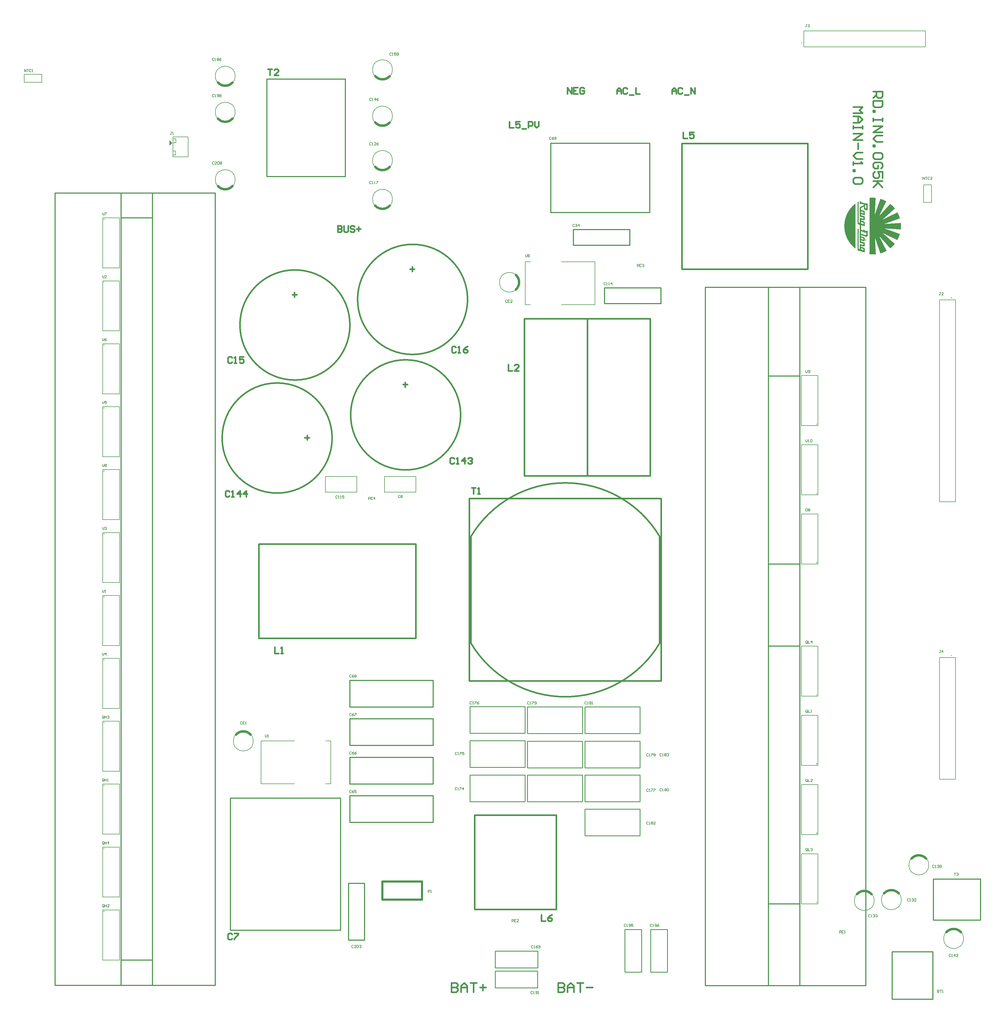
<source format=gto>
G04*
G04 #@! TF.GenerationSoftware,Altium Limited,Altium Designer,25.3.3 (18)*
G04*
G04 Layer_Color=65535*
%FSLAX44Y44*%
%MOMM*%
G71*
G04*
G04 #@! TF.SameCoordinates,02FA8497-09D8-4EBB-9686-6BBDE5AED0EC*
G04*
G04*
G04 #@! TF.FilePolarity,Positive*
G04*
G01*
G75*
%ADD10C,0.8000*%
%ADD11C,0.1270*%
%ADD12C,0.2000*%
%ADD13C,0.5000*%
%ADD14C,0.2540*%
%ADD15C,0.1524*%
%ADD16C,0.3000*%
%ADD17C,0.6350*%
%ADD18C,0.1778*%
%ADD19C,0.1500*%
G36*
X594819Y2770075D02*
X594565D01*
X585675Y2761185D01*
Y2779219D01*
X594819Y2770075D01*
D02*
G37*
G36*
X2883380Y2572679D02*
X2883230D01*
Y2572829D01*
X2883380D01*
Y2572679D01*
D02*
G37*
G36*
X2796254Y2553484D02*
X2796404D01*
Y2553334D01*
X2796254D01*
Y2553484D01*
X2796104D01*
Y2553634D01*
X2796254D01*
Y2553484D01*
D02*
G37*
G36*
X2780509Y2553184D02*
X2780659D01*
Y2553034D01*
X2780509D01*
Y2552884D01*
Y2552734D01*
X2780359D01*
Y2553484D01*
X2780509D01*
Y2553184D01*
D02*
G37*
G36*
X2780209Y2553034D02*
Y2552884D01*
Y2552734D01*
X2779759D01*
Y2553184D01*
X2779909D01*
Y2553334D01*
X2780209D01*
Y2553034D01*
D02*
G37*
G36*
X2782908Y2584675D02*
X2783058D01*
Y2584525D01*
X2784258D01*
Y2584375D01*
X2784408D01*
Y2584225D01*
X2785008D01*
Y2584076D01*
X2785157D01*
Y2583925D01*
X2785307D01*
Y2583776D01*
X2785457D01*
Y2583625D01*
X2785757D01*
Y2583476D01*
X2785907D01*
Y2581976D01*
X2786057D01*
Y2581826D01*
X2786207D01*
Y2581676D01*
X2786507D01*
Y2581526D01*
X2786657D01*
Y2581376D01*
X2788007D01*
Y2581226D01*
X2788157D01*
Y2581076D01*
X2788756D01*
Y2580927D01*
X2789356D01*
Y2580776D01*
X2789656D01*
Y2580627D01*
X2790706D01*
Y2580327D01*
X2791756D01*
Y2580177D01*
X2791906D01*
Y2580027D01*
X2792356D01*
Y2579877D01*
X2792955D01*
Y2579727D01*
X2793255D01*
Y2579577D01*
X2794005D01*
Y2579427D01*
X2794155D01*
Y2579277D01*
X2795204D01*
Y2579127D01*
X2795355D01*
Y2578977D01*
X2795955D01*
Y2578827D01*
X2796704D01*
Y2578677D01*
X2796854D01*
Y2578527D01*
X2797604D01*
Y2578377D01*
X2797754D01*
Y2578227D01*
X2798804D01*
Y2578077D01*
X2799104D01*
Y2577927D01*
X2799703D01*
Y2577777D01*
X2800153D01*
Y2577627D01*
X2800303D01*
Y2577477D01*
X2801653D01*
Y2577627D01*
X2801953D01*
Y2577777D01*
X2802103D01*
Y2577627D01*
X2802253D01*
Y2577777D01*
X2802403D01*
Y2577927D01*
X2802552D01*
Y2578227D01*
X2803003D01*
Y2578377D01*
X2803152D01*
Y2578527D01*
X2803752D01*
Y2578377D01*
X2803902D01*
Y2578227D01*
X2804952D01*
Y2578077D01*
X2805102D01*
Y2577927D01*
X2805552D01*
Y2577777D01*
X2806152D01*
Y2577627D01*
X2806302D01*
Y2577477D01*
X2806602D01*
Y2577027D01*
X2806751D01*
Y2577177D01*
X2806902D01*
Y2576728D01*
X2807051D01*
Y2568030D01*
X2806902D01*
Y2564881D01*
X2807051D01*
Y2558583D01*
X2806902D01*
Y2558283D01*
X2806751D01*
Y2557983D01*
X2806602D01*
Y2557383D01*
X2806451D01*
Y2557233D01*
X2806302D01*
Y2556933D01*
X2806152D01*
Y2556783D01*
X2806002D01*
Y2556633D01*
X2805852D01*
Y2556483D01*
X2805552D01*
Y2556333D01*
X2805402D01*
Y2556183D01*
X2804802D01*
Y2556033D01*
X2804502D01*
Y2555883D01*
X2803752D01*
Y2556033D01*
X2803452D01*
Y2556183D01*
X2802552D01*
Y2556333D01*
X2802403D01*
Y2556483D01*
X2801503D01*
Y2556633D01*
X2801203D01*
Y2556783D01*
X2800453D01*
Y2556933D01*
X2800003D01*
Y2557083D01*
X2799703D01*
Y2557233D01*
X2799104D01*
Y2557383D01*
X2798954D01*
Y2557683D01*
X2798804D01*
Y2557533D01*
X2798354D01*
Y2557683D01*
X2798054D01*
Y2557833D01*
X2798204D01*
Y2557983D01*
X2797904D01*
Y2557833D01*
X2797754D01*
Y2557983D01*
X2797454D01*
Y2558283D01*
X2797304D01*
Y2558433D01*
X2797154D01*
Y2558283D01*
X2797004D01*
Y2558583D01*
X2796854D01*
Y2558732D01*
X2796704D01*
Y2558882D01*
X2796554D01*
Y2559182D01*
X2796404D01*
Y2559332D01*
X2796254D01*
Y2559632D01*
X2796104D01*
Y2559782D01*
X2795955D01*
Y2559932D01*
X2795804D01*
Y2560382D01*
X2795655D01*
Y2560532D01*
X2795504D01*
Y2561132D01*
X2795355D01*
Y2561282D01*
X2795204D01*
Y2562781D01*
X2795055D01*
Y2563531D01*
X2795204D01*
Y2565630D01*
X2795355D01*
Y2566380D01*
X2795204D01*
Y2566980D01*
X2795055D01*
Y2567130D01*
X2794905D01*
Y2567280D01*
X2794605D01*
Y2567430D01*
X2794155D01*
Y2567280D01*
X2794005D01*
Y2567130D01*
X2793555D01*
Y2566980D01*
X2793255D01*
Y2566830D01*
X2793105D01*
Y2566680D01*
X2792805D01*
Y2566530D01*
X2792655D01*
Y2566380D01*
X2792206D01*
Y2566230D01*
X2791906D01*
Y2566081D01*
X2791456D01*
Y2565930D01*
X2790856D01*
Y2565781D01*
X2790706D01*
Y2565630D01*
X2790256D01*
Y2565481D01*
X2790106D01*
Y2565331D01*
X2789656D01*
Y2565181D01*
X2789506D01*
Y2565031D01*
X2789206D01*
Y2564881D01*
X2788906D01*
Y2564731D01*
X2788607D01*
Y2564581D01*
X2788157D01*
Y2564431D01*
X2788007D01*
Y2564281D01*
X2787257D01*
Y2564131D01*
X2786957D01*
Y2563981D01*
X2786657D01*
Y2563831D01*
X2786357D01*
Y2563681D01*
X2786207D01*
Y2563531D01*
X2785907D01*
Y2563081D01*
X2785757D01*
Y2562781D01*
X2785607D01*
Y2560682D01*
X2785757D01*
Y2560082D01*
X2785607D01*
Y2558583D01*
X2785757D01*
Y2558283D01*
X2785907D01*
Y2558133D01*
X2785757D01*
Y2557833D01*
X2786057D01*
Y2557683D01*
X2786207D01*
Y2557533D01*
X2786657D01*
Y2557383D01*
X2787407D01*
Y2557233D01*
X2787707D01*
Y2557083D01*
X2788307D01*
Y2556933D01*
X2788456D01*
Y2556783D01*
X2789206D01*
Y2556633D01*
X2789356D01*
Y2556483D01*
X2789806D01*
Y2556333D01*
X2790256D01*
Y2556183D01*
X2790406D01*
Y2556033D01*
X2791156D01*
Y2555883D01*
X2791306D01*
Y2555733D01*
X2792055D01*
Y2555583D01*
X2792356D01*
Y2555433D01*
X2792655D01*
Y2555284D01*
X2793405D01*
Y2555134D01*
X2793555D01*
Y2554984D01*
X2794305D01*
Y2554834D01*
X2794455D01*
Y2554684D01*
X2794905D01*
Y2554384D01*
X2795204D01*
Y2554234D01*
X2795355D01*
Y2554084D01*
X2795504D01*
Y2553934D01*
X2795655D01*
Y2553784D01*
X2795804D01*
Y2553634D01*
X2795955D01*
Y2553484D01*
X2796104D01*
Y2553334D01*
X2796254D01*
Y2553184D01*
X2796404D01*
Y2553034D01*
X2796704D01*
Y2552884D01*
X2796854D01*
Y2552584D01*
X2797004D01*
Y2552434D01*
X2796854D01*
Y2552584D01*
X2796704D01*
Y2552434D01*
X2796854D01*
Y2552284D01*
X2797154D01*
Y2551984D01*
X2797304D01*
Y2551834D01*
X2797454D01*
Y2550935D01*
X2797604D01*
Y2550635D01*
X2797754D01*
Y2550185D01*
X2797904D01*
Y2540438D01*
X2797754D01*
Y2540138D01*
X2797454D01*
Y2539988D01*
X2797004D01*
Y2540138D01*
X2796704D01*
Y2540288D01*
X2796254D01*
Y2540438D01*
X2795955D01*
Y2540588D01*
X2795655D01*
Y2540737D01*
X2795204D01*
Y2540887D01*
X2795055D01*
Y2541037D01*
X2794155D01*
Y2541187D01*
X2794005D01*
Y2541337D01*
X2793405D01*
Y2541487D01*
X2792955D01*
Y2541637D01*
X2792805D01*
Y2541787D01*
X2792055D01*
Y2541937D01*
X2791906D01*
Y2542087D01*
X2791156D01*
Y2542237D01*
X2791006D01*
Y2542387D01*
X2790256D01*
Y2542537D01*
X2789956D01*
Y2542687D01*
X2789656D01*
Y2542837D01*
X2789056D01*
Y2542987D01*
X2788756D01*
Y2543137D01*
X2787857D01*
Y2543287D01*
X2787707D01*
Y2543437D01*
X2787257D01*
Y2543587D01*
X2786957D01*
Y2543737D01*
X2786207D01*
Y2543587D01*
X2785907D01*
Y2543137D01*
X2785757D01*
Y2541637D01*
X2785907D01*
Y2540887D01*
X2785757D01*
Y2540737D01*
X2785907D01*
Y2540588D01*
X2786057D01*
Y2540438D01*
X2786207D01*
Y2540288D01*
X2786657D01*
Y2540138D01*
X2787257D01*
Y2539988D01*
X2787707D01*
Y2539838D01*
X2788607D01*
Y2539688D01*
X2788906D01*
Y2539538D01*
X2789506D01*
Y2539388D01*
X2789656D01*
Y2539238D01*
X2790406D01*
Y2539088D01*
X2790706D01*
Y2538938D01*
X2791006D01*
Y2538788D01*
X2791756D01*
Y2538638D01*
X2791906D01*
Y2538488D01*
X2792955D01*
Y2538338D01*
X2793105D01*
Y2538188D01*
X2793705D01*
Y2538038D01*
X2794005D01*
Y2537888D01*
X2794305D01*
Y2537738D01*
X2794905D01*
Y2537588D01*
X2795055D01*
Y2537438D01*
X2795804D01*
Y2537289D01*
X2795955D01*
Y2537139D01*
X2796704D01*
Y2536989D01*
X2797004D01*
Y2536839D01*
X2797154D01*
Y2536689D01*
X2797454D01*
Y2536539D01*
X2797754D01*
Y2536389D01*
X2797904D01*
Y2526342D01*
X2797754D01*
Y2526042D01*
X2797604D01*
Y2525742D01*
X2797454D01*
Y2525442D01*
X2797304D01*
Y2525292D01*
X2797154D01*
Y2524992D01*
X2797004D01*
Y2524842D01*
X2796704D01*
Y2524692D01*
X2796404D01*
Y2524542D01*
X2795804D01*
Y2524392D01*
X2795655D01*
Y2524242D01*
X2793555D01*
Y2524392D01*
X2793405D01*
Y2524542D01*
X2792805D01*
Y2524692D01*
X2792505D01*
Y2524842D01*
X2791606D01*
Y2524992D01*
X2791156D01*
Y2525142D01*
X2790706D01*
Y2525292D01*
X2790106D01*
Y2525442D01*
X2789806D01*
Y2525592D01*
X2789056D01*
Y2525742D01*
X2788906D01*
Y2525892D01*
X2788007D01*
Y2526042D01*
X2787707D01*
Y2526192D01*
X2787407D01*
Y2526342D01*
X2786807D01*
Y2526492D01*
X2786207D01*
Y2526342D01*
X2785907D01*
Y2526042D01*
X2785757D01*
Y2525592D01*
X2785607D01*
Y2525292D01*
X2785757D01*
Y2524692D01*
X2785907D01*
Y2524242D01*
X2785757D01*
Y2524092D01*
X2785907D01*
Y2523942D01*
X2786057D01*
Y2523792D01*
X2786357D01*
Y2523642D01*
X2786807D01*
Y2523492D01*
X2787257D01*
Y2523342D01*
X2788157D01*
Y2523492D01*
X2788456D01*
Y2523192D01*
X2788607D01*
Y2523042D01*
X2789056D01*
Y2523192D01*
X2789206D01*
Y2522892D01*
X2789356D01*
Y2522742D01*
X2789656D01*
Y2522592D01*
X2790106D01*
Y2522443D01*
X2790256D01*
Y2522293D01*
X2790856D01*
Y2522143D01*
X2791006D01*
Y2521993D01*
X2792055D01*
Y2521843D01*
X2792356D01*
Y2521693D01*
X2792805D01*
Y2521543D01*
X2793405D01*
Y2521393D01*
X2793555D01*
Y2521243D01*
X2794305D01*
Y2520943D01*
X2794905D01*
Y2520643D01*
X2795204D01*
Y2520493D01*
X2795355D01*
Y2520343D01*
X2795504D01*
Y2520193D01*
X2795655D01*
Y2520043D01*
X2795804D01*
Y2519893D01*
X2795955D01*
Y2519743D01*
X2796104D01*
Y2519593D01*
X2796254D01*
Y2519443D01*
X2796404D01*
Y2519294D01*
X2796554D01*
Y2519144D01*
X2796854D01*
Y2518994D01*
X2796704D01*
Y2518844D01*
X2796854D01*
Y2518694D01*
X2797154D01*
Y2518544D01*
X2797004D01*
Y2518244D01*
X2797304D01*
Y2518094D01*
X2797454D01*
Y2517344D01*
X2797604D01*
Y2517044D01*
X2797754D01*
Y2516744D01*
X2797904D01*
Y2506247D01*
X2797754D01*
Y2505947D01*
X2797604D01*
Y2506097D01*
X2797454D01*
Y2505947D01*
X2796104D01*
Y2506097D01*
X2795955D01*
Y2506247D01*
X2795204D01*
Y2506397D01*
X2794905D01*
Y2506547D01*
X2794155D01*
Y2506697D01*
X2793705D01*
Y2506847D01*
X2793555D01*
Y2506997D01*
X2792655D01*
Y2507147D01*
X2792505D01*
Y2507297D01*
X2791456D01*
Y2507447D01*
X2791156D01*
Y2507597D01*
X2790256D01*
Y2507747D01*
X2789956D01*
Y2507897D01*
X2789656D01*
Y2508047D01*
X2789056D01*
Y2508197D01*
X2788756D01*
Y2508347D01*
X2787857D01*
Y2508497D01*
X2787557D01*
Y2508646D01*
X2786057D01*
Y2508497D01*
X2785907D01*
Y2508197D01*
X2785757D01*
Y2500549D01*
X2785907D01*
Y2496200D01*
X2785757D01*
Y2495300D01*
X2785907D01*
Y2494850D01*
X2785757D01*
Y2494700D01*
X2785907D01*
Y2494550D01*
X2786207D01*
Y2494400D01*
X2786357D01*
Y2494250D01*
X2787407D01*
Y2494100D01*
X2787707D01*
Y2493951D01*
X2788007D01*
Y2493801D01*
X2788906D01*
Y2493651D01*
X2789056D01*
Y2493501D01*
X2790106D01*
Y2493351D01*
X2790256D01*
Y2493201D01*
X2791006D01*
Y2493051D01*
X2791156D01*
Y2492901D01*
X2791456D01*
Y2492751D01*
X2791906D01*
Y2492601D01*
X2792055D01*
Y2492451D01*
X2793105D01*
Y2492751D01*
X2793405D01*
Y2493051D01*
X2793555D01*
Y2493201D01*
X2793705D01*
Y2493951D01*
X2793555D01*
Y2494700D01*
X2793705D01*
Y2494850D01*
X2794305D01*
Y2494700D01*
X2794605D01*
Y2494550D01*
X2795204D01*
Y2494400D01*
X2795355D01*
Y2494250D01*
X2795955D01*
Y2494100D01*
X2796104D01*
Y2493951D01*
X2796404D01*
Y2493801D01*
X2797004D01*
Y2493651D01*
X2797154D01*
Y2493501D01*
X2797454D01*
Y2493201D01*
X2797604D01*
Y2493351D01*
X2797754D01*
Y2493051D01*
X2797904D01*
Y2491401D01*
X2798054D01*
Y2491251D01*
X2798204D01*
Y2491101D01*
X2798654D01*
Y2490951D01*
X2799254D01*
Y2490801D01*
X2799403D01*
Y2490651D01*
X2800153D01*
Y2490501D01*
X2800303D01*
Y2490352D01*
X2800903D01*
Y2490202D01*
X2801053D01*
Y2490052D01*
X2801503D01*
Y2489902D01*
X2802103D01*
Y2490202D01*
X2802552D01*
Y2490651D01*
X2802703D01*
Y2491101D01*
X2802852D01*
Y2491701D01*
X2804352D01*
Y2491551D01*
X2804502D01*
Y2491401D01*
X2805402D01*
Y2491251D01*
X2805552D01*
Y2491101D01*
X2806152D01*
Y2490951D01*
X2806451D01*
Y2490801D01*
X2806602D01*
Y2490651D01*
X2806902D01*
Y2490501D01*
X2807051D01*
Y2474756D01*
X2806902D01*
Y2474306D01*
X2806751D01*
Y2474156D01*
X2806602D01*
Y2473556D01*
X2806451D01*
Y2473256D01*
X2806302D01*
Y2472956D01*
X2806152D01*
Y2472806D01*
X2806002D01*
Y2472656D01*
X2805852D01*
Y2472506D01*
X2805552D01*
Y2472357D01*
X2805402D01*
Y2472207D01*
X2804802D01*
Y2472056D01*
X2804502D01*
Y2471907D01*
X2804202D01*
Y2471757D01*
X2802403D01*
Y2471907D01*
X2801953D01*
Y2472056D01*
X2801653D01*
Y2472207D01*
X2800753D01*
Y2472357D01*
X2800603D01*
Y2472506D01*
X2799854D01*
Y2472656D01*
X2799703D01*
Y2472806D01*
X2798954D01*
Y2472956D01*
X2798804D01*
Y2473106D01*
X2798504D01*
Y2473256D01*
X2797754D01*
Y2473406D01*
X2797604D01*
Y2473706D01*
X2797454D01*
Y2473556D01*
X2796704D01*
Y2473706D01*
X2796404D01*
Y2473856D01*
X2795804D01*
Y2474006D01*
X2795355D01*
Y2474156D01*
X2795204D01*
Y2474306D01*
X2794455D01*
Y2474456D01*
X2794305D01*
Y2474606D01*
X2793555D01*
Y2474756D01*
X2793255D01*
Y2474906D01*
X2792655D01*
Y2475056D01*
X2792356D01*
Y2475206D01*
X2792055D01*
Y2475356D01*
X2791156D01*
Y2475506D01*
X2791006D01*
Y2475656D01*
X2790106D01*
Y2475806D01*
X2789806D01*
Y2475956D01*
X2789356D01*
Y2476105D01*
X2788906D01*
Y2476255D01*
X2788756D01*
Y2476405D01*
X2788157D01*
Y2476555D01*
X2788007D01*
Y2476705D01*
X2787257D01*
Y2476855D01*
X2787107D01*
Y2477005D01*
X2786657D01*
Y2477155D01*
X2786057D01*
Y2477005D01*
X2785757D01*
Y2476855D01*
X2785607D01*
Y2476555D01*
X2785457D01*
Y2474906D01*
X2785607D01*
Y2474306D01*
X2785757D01*
Y2474006D01*
X2785907D01*
Y2473856D01*
X2785757D01*
Y2473706D01*
X2785907D01*
Y2473556D01*
X2786057D01*
Y2473406D01*
X2786507D01*
Y2473256D01*
X2786657D01*
Y2473106D01*
X2787857D01*
Y2472956D01*
X2788007D01*
Y2472806D01*
X2788756D01*
Y2472656D01*
X2789056D01*
Y2472506D01*
X2789356D01*
Y2472357D01*
X2789956D01*
Y2472207D01*
X2790256D01*
Y2472056D01*
X2791006D01*
Y2471757D01*
X2791756D01*
Y2471607D01*
X2792055D01*
Y2471457D01*
X2792356D01*
Y2471307D01*
X2793255D01*
Y2471157D01*
X2793405D01*
Y2471007D01*
X2794455D01*
Y2470857D01*
X2794605D01*
Y2470707D01*
X2794905D01*
Y2470557D01*
X2795204D01*
Y2470407D01*
X2795355D01*
Y2470257D01*
X2795655D01*
Y2470107D01*
X2795804D01*
Y2469957D01*
X2795955D01*
Y2469807D01*
X2796104D01*
Y2469657D01*
X2796254D01*
Y2469507D01*
X2796404D01*
Y2469207D01*
X2796554D01*
Y2469357D01*
X2796704D01*
Y2469057D01*
X2796854D01*
Y2468907D01*
X2796704D01*
Y2468607D01*
X2796854D01*
Y2468757D01*
X2797004D01*
Y2468607D01*
X2797154D01*
Y2468308D01*
X2797004D01*
Y2468008D01*
X2797304D01*
Y2467708D01*
X2797454D01*
Y2459460D01*
X2797304D01*
Y2459160D01*
X2797154D01*
Y2458860D01*
X2797004D01*
Y2458710D01*
X2796854D01*
Y2458560D01*
X2796704D01*
Y2458410D01*
X2796254D01*
Y2458260D01*
X2796104D01*
Y2458110D01*
X2795055D01*
Y2457961D01*
X2794155D01*
Y2458110D01*
X2793105D01*
Y2458260D01*
X2792955D01*
Y2458410D01*
X2792055D01*
Y2458560D01*
X2791756D01*
Y2458710D01*
X2791306D01*
Y2458860D01*
X2790706D01*
Y2459010D01*
X2790556D01*
Y2459160D01*
X2790106D01*
Y2459310D01*
X2789956D01*
Y2459460D01*
X2789506D01*
Y2459610D01*
X2789206D01*
Y2459760D01*
X2788906D01*
Y2459910D01*
X2787707D01*
Y2460060D01*
X2787557D01*
Y2460210D01*
X2786957D01*
Y2460360D01*
X2786807D01*
Y2460510D01*
X2785607D01*
Y2460210D01*
X2785457D01*
Y2458110D01*
X2785607D01*
Y2457661D01*
X2785757D01*
Y2457511D01*
X2785607D01*
Y2457361D01*
X2785757D01*
Y2457211D01*
X2785907D01*
Y2457061D01*
X2786207D01*
Y2456911D01*
X2787107D01*
Y2456761D01*
X2787407D01*
Y2456611D01*
X2788307D01*
Y2456311D01*
X2788906D01*
Y2456161D01*
X2789356D01*
Y2456011D01*
X2789506D01*
Y2455861D01*
X2789956D01*
Y2455711D01*
X2790106D01*
Y2455561D01*
X2791006D01*
Y2455411D01*
X2791156D01*
Y2455261D01*
X2791606D01*
Y2455111D01*
X2792206D01*
Y2454961D01*
X2792505D01*
Y2454811D01*
X2793105D01*
Y2454661D01*
X2793255D01*
Y2454511D01*
X2793855D01*
Y2454211D01*
X2794305D01*
Y2454061D01*
X2794905D01*
Y2453912D01*
X2795055D01*
Y2453762D01*
X2796104D01*
Y2453612D01*
X2796254D01*
Y2453462D01*
X2797004D01*
Y2453312D01*
X2797154D01*
Y2453162D01*
X2797304D01*
Y2453012D01*
X2797454D01*
Y2452862D01*
X2797604D01*
Y2453012D01*
X2797754D01*
Y2452712D01*
X2797904D01*
Y2443414D01*
X2797754D01*
Y2443115D01*
X2797604D01*
Y2442815D01*
X2797454D01*
Y2442365D01*
X2797304D01*
Y2442215D01*
X2797154D01*
Y2442065D01*
X2797004D01*
Y2441915D01*
X2796854D01*
Y2441765D01*
X2796704D01*
Y2441615D01*
X2796254D01*
Y2441465D01*
X2796104D01*
Y2441315D01*
X2795655D01*
Y2441165D01*
X2793705D01*
Y2441315D01*
X2793105D01*
Y2441465D01*
X2792805D01*
Y2441615D01*
X2791456D01*
Y2441765D01*
X2791156D01*
Y2441915D01*
X2790406D01*
Y2442065D01*
X2790106D01*
Y2442215D01*
X2789506D01*
Y2442365D01*
X2789056D01*
Y2442515D01*
X2788756D01*
Y2442665D01*
X2788157D01*
Y2442815D01*
X2788007D01*
Y2442965D01*
X2787407D01*
Y2443115D01*
X2787107D01*
Y2443264D01*
X2786057D01*
Y2443115D01*
X2785907D01*
Y2442815D01*
X2785757D01*
Y2442365D01*
X2785607D01*
Y2442515D01*
X2785457D01*
Y2441765D01*
X2785607D01*
Y2442065D01*
X2785757D01*
Y2441315D01*
X2785907D01*
Y2440115D01*
X2786057D01*
Y2439966D01*
X2786207D01*
Y2439816D01*
X2786357D01*
Y2439666D01*
X2787257D01*
Y2439516D01*
X2787707D01*
Y2439366D01*
X2788906D01*
Y2439216D01*
X2789056D01*
Y2439066D01*
X2789806D01*
Y2438916D01*
X2790106D01*
Y2438766D01*
X2790406D01*
Y2438616D01*
X2791306D01*
Y2438466D01*
X2791606D01*
Y2438316D01*
X2792505D01*
Y2438166D01*
X2792655D01*
Y2438016D01*
X2793255D01*
Y2437866D01*
X2793555D01*
Y2437716D01*
X2793705D01*
Y2437566D01*
X2794155D01*
Y2437416D01*
X2794305D01*
Y2437266D01*
X2794905D01*
Y2436966D01*
X2795204D01*
Y2436816D01*
X2795355D01*
Y2436666D01*
X2795655D01*
Y2436516D01*
X2796104D01*
Y2436366D01*
X2796254D01*
Y2436216D01*
X2796404D01*
Y2436066D01*
X2796254D01*
Y2435917D01*
X2796404D01*
Y2435767D01*
X2796704D01*
Y2435617D01*
X2796854D01*
Y2435467D01*
X2796704D01*
Y2435317D01*
X2797004D01*
Y2435167D01*
X2797154D01*
Y2434867D01*
X2797004D01*
Y2434567D01*
X2797154D01*
Y2434717D01*
X2797304D01*
Y2434567D01*
X2797454D01*
Y2433517D01*
X2797604D01*
Y2433217D01*
X2797754D01*
Y2432767D01*
X2797904D01*
Y2423020D01*
X2797754D01*
Y2422720D01*
X2797604D01*
Y2422570D01*
X2796254D01*
Y2422720D01*
X2796104D01*
Y2422870D01*
X2795655D01*
Y2423020D01*
X2795055D01*
Y2423170D01*
X2794905D01*
Y2423320D01*
X2794005D01*
Y2423470D01*
X2793705D01*
Y2423620D01*
X2792805D01*
Y2423770D01*
X2792505D01*
Y2423920D01*
X2792055D01*
Y2424070D01*
X2791456D01*
Y2424220D01*
X2791156D01*
Y2424370D01*
X2790256D01*
Y2424520D01*
X2789956D01*
Y2424670D01*
X2789056D01*
Y2424820D01*
X2788756D01*
Y2424970D01*
X2788307D01*
Y2425120D01*
X2787707D01*
Y2425269D01*
X2787407D01*
Y2425419D01*
X2786357D01*
Y2425569D01*
X2786207D01*
Y2425719D01*
X2785457D01*
Y2425869D01*
X2785157D01*
Y2426019D01*
X2784857D01*
Y2426169D01*
X2783958D01*
Y2426319D01*
X2783658D01*
Y2426469D01*
X2782608D01*
Y2426619D01*
X2782458D01*
Y2426769D01*
X2781708D01*
Y2426919D01*
X2781408D01*
Y2427069D01*
X2781109D01*
Y2427219D01*
X2780059D01*
Y2427369D01*
X2779759D01*
Y2427519D01*
X2778859D01*
Y2427669D01*
X2778709D01*
Y2427819D01*
X2777959D01*
Y2427969D01*
X2777509D01*
Y2428119D01*
X2777209D01*
Y2428269D01*
X2776160D01*
Y2428419D01*
X2776010D01*
Y2428569D01*
X2775260D01*
Y2428719D01*
X2775110D01*
Y2428869D01*
X2774810D01*
Y2429318D01*
X2774660D01*
Y2497100D01*
X2774810D01*
Y2497399D01*
X2777060D01*
Y2497250D01*
X2777209D01*
Y2497100D01*
X2777509D01*
Y2496950D01*
X2778109D01*
Y2496650D01*
X2778409D01*
Y2496500D01*
X2778559D01*
Y2495600D01*
X2778709D01*
Y2495450D01*
X2778559D01*
Y2434567D01*
X2778709D01*
Y2434267D01*
X2778859D01*
Y2433967D01*
X2779009D01*
Y2433667D01*
X2779159D01*
Y2433517D01*
X2779309D01*
Y2433367D01*
X2779759D01*
Y2433217D01*
X2779909D01*
Y2433067D01*
X2780359D01*
Y2432917D01*
X2780509D01*
Y2432767D01*
X2781408D01*
Y2432917D01*
X2781559D01*
Y2433067D01*
X2781708D01*
Y2433367D01*
X2781859D01*
Y2433667D01*
X2782008D01*
Y2434117D01*
X2781859D01*
Y2434717D01*
X2781708D01*
Y2448063D01*
X2781859D01*
Y2448213D01*
X2782008D01*
Y2448513D01*
X2783508D01*
Y2448363D01*
X2783658D01*
Y2448213D01*
X2784708D01*
Y2448063D01*
X2784857D01*
Y2447913D01*
X2785157D01*
Y2447763D01*
X2785907D01*
Y2447613D01*
X2786057D01*
Y2447463D01*
X2786957D01*
Y2447313D01*
X2787107D01*
Y2447164D01*
X2788157D01*
Y2447014D01*
X2788607D01*
Y2446864D01*
X2788906D01*
Y2446714D01*
X2789806D01*
Y2446564D01*
X2789956D01*
Y2446414D01*
X2790856D01*
Y2446264D01*
X2791006D01*
Y2446114D01*
X2791456D01*
Y2445964D01*
X2791906D01*
Y2445814D01*
X2792655D01*
Y2445964D01*
X2792805D01*
Y2446114D01*
X2793105D01*
Y2446414D01*
X2793255D01*
Y2446564D01*
X2793405D01*
Y2449713D01*
X2793255D01*
Y2449863D01*
X2792955D01*
Y2450013D01*
X2792655D01*
Y2450163D01*
X2792505D01*
Y2450462D01*
X2792356D01*
Y2450313D01*
X2791456D01*
Y2450462D01*
X2791156D01*
Y2450612D01*
X2790856D01*
Y2450762D01*
X2790106D01*
Y2450912D01*
X2789806D01*
Y2451062D01*
X2788756D01*
Y2451212D01*
X2788456D01*
Y2451362D01*
X2787707D01*
Y2451512D01*
X2787407D01*
Y2451662D01*
X2787107D01*
Y2451812D01*
X2786207D01*
Y2451962D01*
X2785907D01*
Y2452112D01*
X2785157D01*
Y2452262D01*
X2785008D01*
Y2452412D01*
X2784258D01*
Y2452562D01*
X2783808D01*
Y2452712D01*
X2783508D01*
Y2452862D01*
X2782458D01*
Y2453012D01*
X2782158D01*
Y2453162D01*
X2782008D01*
Y2453312D01*
X2781859D01*
Y2453462D01*
X2782008D01*
Y2453612D01*
X2781859D01*
Y2453762D01*
X2781708D01*
Y2508796D01*
X2781859D01*
Y2509546D01*
X2781708D01*
Y2510146D01*
X2781559D01*
Y2510296D01*
X2781259D01*
Y2510446D01*
X2780809D01*
Y2510596D01*
X2780509D01*
Y2510746D01*
X2779759D01*
Y2510896D01*
X2779159D01*
Y2511046D01*
X2778859D01*
Y2511196D01*
X2778109D01*
Y2511346D01*
X2777809D01*
Y2511496D01*
X2777959D01*
Y2511646D01*
X2777660D01*
Y2511496D01*
X2776760D01*
Y2511646D01*
X2776460D01*
Y2511796D01*
X2775560D01*
Y2511945D01*
X2775260D01*
Y2512095D01*
X2775110D01*
Y2512695D01*
X2774960D01*
Y2512995D01*
X2774810D01*
Y2545386D01*
X2774960D01*
Y2568330D01*
X2774810D01*
Y2578827D01*
X2774660D01*
Y2580177D01*
X2774810D01*
Y2581076D01*
X2774960D01*
Y2581376D01*
X2775110D01*
Y2581826D01*
X2775260D01*
Y2581976D01*
X2775410D01*
Y2582126D01*
X2775560D01*
Y2582276D01*
X2775710D01*
Y2582426D01*
X2776010D01*
Y2582576D01*
X2776160D01*
Y2582726D01*
X2776310D01*
Y2582876D01*
X2776460D01*
Y2583026D01*
X2776760D01*
Y2583176D01*
X2777060D01*
Y2583326D01*
X2777209D01*
Y2583476D01*
X2777509D01*
Y2583625D01*
X2777660D01*
Y2583776D01*
X2778259D01*
Y2583925D01*
X2778409D01*
Y2583476D01*
X2778559D01*
Y2582426D01*
X2778409D01*
Y2552584D01*
X2778259D01*
Y2552884D01*
X2778109D01*
Y2549885D01*
X2778259D01*
Y2550035D01*
X2778409D01*
Y2549285D01*
X2778559D01*
Y2547935D01*
X2778409D01*
Y2517194D01*
X2778559D01*
Y2516594D01*
X2778709D01*
Y2516444D01*
X2778859D01*
Y2516294D01*
X2778709D01*
Y2516144D01*
X2778859D01*
Y2515994D01*
X2779609D01*
Y2515844D01*
X2779759D01*
Y2515694D01*
X2780509D01*
Y2515544D01*
X2781259D01*
Y2515694D01*
X2781408D01*
Y2515844D01*
X2781559D01*
Y2515994D01*
X2781708D01*
Y2521093D01*
X2781559D01*
Y2527541D01*
X2781408D01*
Y2531740D01*
X2781708D01*
Y2531890D01*
X2781859D01*
Y2532040D01*
X2782458D01*
Y2531890D01*
X2782908D01*
Y2531740D01*
X2783958D01*
Y2531590D01*
X2784108D01*
Y2531440D01*
X2785157D01*
Y2531290D01*
X2785307D01*
Y2531140D01*
X2786207D01*
Y2530990D01*
X2786507D01*
Y2530840D01*
X2786657D01*
Y2530690D01*
X2787407D01*
Y2530540D01*
X2787557D01*
Y2530390D01*
X2788607D01*
Y2530240D01*
X2788756D01*
Y2530090D01*
X2789956D01*
Y2529940D01*
X2790256D01*
Y2529790D01*
X2790556D01*
Y2529641D01*
X2791306D01*
Y2529491D01*
X2791456D01*
Y2529341D01*
X2792055D01*
Y2529191D01*
X2792206D01*
Y2529041D01*
X2793255D01*
Y2529191D01*
X2793405D01*
Y2529341D01*
X2793705D01*
Y2530090D01*
X2793855D01*
Y2532640D01*
X2793705D01*
Y2533090D01*
X2793405D01*
Y2533240D01*
X2793105D01*
Y2533389D01*
X2792356D01*
Y2533539D01*
X2791906D01*
Y2533690D01*
X2791156D01*
Y2533839D01*
X2790856D01*
Y2533989D01*
X2789956D01*
Y2534139D01*
X2789656D01*
Y2534289D01*
X2789056D01*
Y2534439D01*
X2788307D01*
Y2534589D01*
X2788157D01*
Y2534739D01*
X2787107D01*
Y2534889D01*
X2786957D01*
Y2535039D01*
X2786057D01*
Y2535189D01*
X2785907D01*
Y2535339D01*
X2785457D01*
Y2535489D01*
X2784708D01*
Y2535639D01*
X2784408D01*
Y2535789D01*
X2783508D01*
Y2535939D01*
X2783208D01*
Y2536089D01*
X2782158D01*
Y2536239D01*
X2781859D01*
Y2536389D01*
X2781708D01*
Y2536539D01*
X2781559D01*
Y2536689D01*
X2781708D01*
Y2536839D01*
X2781559D01*
Y2536989D01*
X2781408D01*
Y2543887D01*
X2781559D01*
Y2544487D01*
X2781408D01*
Y2546136D01*
X2781559D01*
Y2546586D01*
X2781408D01*
Y2553334D01*
X2781259D01*
Y2553484D01*
X2781408D01*
Y2565331D01*
X2781559D01*
Y2565481D01*
X2781708D01*
Y2565781D01*
X2781859D01*
Y2565930D01*
X2782308D01*
Y2566081D01*
X2782458D01*
Y2566230D01*
X2783058D01*
Y2566380D01*
X2783208D01*
Y2566530D01*
X2783658D01*
Y2566680D01*
X2783808D01*
Y2566830D01*
X2783958D01*
Y2566980D01*
X2784557D01*
Y2567280D01*
X2785157D01*
Y2567430D01*
X2785307D01*
Y2567580D01*
X2785757D01*
Y2567730D01*
X2785907D01*
Y2567880D01*
X2786057D01*
Y2568030D01*
X2786507D01*
Y2568180D01*
X2786657D01*
Y2568330D01*
X2786957D01*
Y2568480D01*
X2787107D01*
Y2568630D01*
X2787407D01*
Y2568780D01*
X2787707D01*
Y2568930D01*
X2788007D01*
Y2569080D01*
X2788456D01*
Y2569230D01*
X2788607D01*
Y2569380D01*
X2789056D01*
Y2569529D01*
X2789206D01*
Y2569680D01*
X2789356D01*
Y2569829D01*
X2789806D01*
Y2570129D01*
X2790406D01*
Y2570279D01*
X2790556D01*
Y2570429D01*
X2791156D01*
Y2570579D01*
X2791306D01*
Y2570729D01*
X2791456D01*
Y2570879D01*
X2791906D01*
Y2571179D01*
X2792206D01*
Y2571329D01*
X2792356D01*
Y2571479D01*
X2792805D01*
Y2571629D01*
X2793105D01*
Y2571779D01*
X2793405D01*
Y2571929D01*
X2794005D01*
Y2572079D01*
X2794155D01*
Y2572229D01*
X2794605D01*
Y2572379D01*
X2794755D01*
Y2572529D01*
X2794905D01*
Y2572679D01*
X2795055D01*
Y2572979D01*
X2795204D01*
Y2574178D01*
X2795055D01*
Y2574478D01*
X2794605D01*
Y2574628D01*
X2794455D01*
Y2574778D01*
X2793555D01*
Y2574928D01*
X2793255D01*
Y2575078D01*
X2792356D01*
Y2575228D01*
X2792206D01*
Y2575378D01*
X2791906D01*
Y2575528D01*
X2791156D01*
Y2575678D01*
X2790856D01*
Y2575828D01*
X2790106D01*
Y2575978D01*
X2789956D01*
Y2576128D01*
X2789206D01*
Y2576278D01*
X2788906D01*
Y2576428D01*
X2788607D01*
Y2576577D01*
X2787707D01*
Y2576728D01*
X2787557D01*
Y2576877D01*
X2785907D01*
Y2576577D01*
X2785607D01*
Y2576428D01*
X2785307D01*
Y2576278D01*
X2785157D01*
Y2576128D01*
X2784408D01*
Y2576278D01*
X2783958D01*
Y2576428D01*
X2783658D01*
Y2576577D01*
X2782758D01*
Y2576728D01*
X2782608D01*
Y2576877D01*
X2782158D01*
Y2577027D01*
X2782008D01*
Y2577327D01*
X2781859D01*
Y2577627D01*
X2781708D01*
Y2584525D01*
X2782158D01*
Y2584675D01*
X2782308D01*
Y2584825D01*
X2782908D01*
Y2584675D01*
D02*
G37*
G36*
X2780059Y2549135D02*
X2780209D01*
Y2548685D01*
X2780059D01*
Y2548535D01*
X2779609D01*
Y2548835D01*
X2779459D01*
Y2548985D01*
X2779609D01*
Y2549285D01*
X2779759D01*
Y2549435D01*
X2780059D01*
Y2549135D01*
D02*
G37*
G36*
X2788756Y2539838D02*
X2788607D01*
Y2539988D01*
X2788756D01*
Y2539838D01*
D02*
G37*
G36*
Y2523192D02*
X2788607D01*
Y2523342D01*
X2788756D01*
Y2523192D01*
D02*
G37*
G36*
X2827596Y2595922D02*
X2827896D01*
Y2595772D01*
X2828795D01*
Y2595622D01*
X2829245D01*
Y2595472D01*
X2829545D01*
Y2595622D01*
X2829845D01*
Y2595772D01*
X2831645D01*
Y2595922D01*
X2831794D01*
Y2595772D01*
X2831945D01*
Y2595322D01*
X2832094D01*
Y2595172D01*
X2832394D01*
Y2589924D01*
X2832244D01*
Y2589174D01*
X2832094D01*
Y2586475D01*
X2831945D01*
Y2580927D01*
X2831794D01*
Y2580027D01*
X2831645D01*
Y2575228D01*
X2831495D01*
Y2574628D01*
X2831345D01*
Y2569829D01*
X2831195D01*
Y2569080D01*
X2831045D01*
Y2568030D01*
X2830895D01*
Y2560982D01*
X2830745D01*
Y2560382D01*
X2830595D01*
Y2554234D01*
X2830445D01*
Y2552584D01*
X2830295D01*
Y2549585D01*
X2830145D01*
Y2548535D01*
X2829995D01*
Y2547786D01*
X2829845D01*
Y2544487D01*
X2829995D01*
Y2544037D01*
X2830295D01*
Y2544187D01*
X2830595D01*
Y2544487D01*
X2830745D01*
Y2544786D01*
X2830895D01*
Y2544936D01*
X2831045D01*
Y2545686D01*
X2831195D01*
Y2545836D01*
X2831345D01*
Y2546886D01*
X2831495D01*
Y2547336D01*
X2831645D01*
Y2547636D01*
X2831794D01*
Y2548385D01*
X2831945D01*
Y2548535D01*
X2832094D01*
Y2549135D01*
X2832244D01*
Y2549285D01*
X2832394D01*
Y2550035D01*
X2832544D01*
Y2550335D01*
X2832694D01*
Y2550635D01*
X2832844D01*
Y2551685D01*
X2832994D01*
Y2551834D01*
X2833144D01*
Y2552284D01*
X2833294D01*
Y2552434D01*
X2833444D01*
Y2552884D01*
X2833594D01*
Y2553334D01*
X2833744D01*
Y2553484D01*
X2833894D01*
Y2554384D01*
X2834194D01*
Y2555433D01*
X2834344D01*
Y2555583D01*
X2834494D01*
Y2556033D01*
X2834644D01*
Y2556483D01*
X2834794D01*
Y2556633D01*
X2834944D01*
Y2557233D01*
X2835094D01*
Y2557383D01*
X2835244D01*
Y2558133D01*
X2835544D01*
Y2558433D01*
X2835693D01*
Y2559482D01*
X2835844D01*
Y2559632D01*
X2835993D01*
Y2560532D01*
X2836143D01*
Y2560682D01*
X2836293D01*
Y2561282D01*
X2836593D01*
Y2561582D01*
X2836743D01*
Y2562032D01*
X2836893D01*
Y2562332D01*
X2837043D01*
Y2563081D01*
X2837193D01*
Y2563231D01*
X2837343D01*
Y2563981D01*
X2837493D01*
Y2564131D01*
X2837643D01*
Y2564431D01*
X2837793D01*
Y2565031D01*
X2837943D01*
Y2565181D01*
X2838093D01*
Y2566081D01*
X2838243D01*
Y2566230D01*
X2838393D01*
Y2567130D01*
X2838542D01*
Y2567430D01*
X2838693D01*
Y2567580D01*
X2838842D01*
Y2568330D01*
X2838993D01*
Y2568480D01*
X2839142D01*
Y2569080D01*
X2839292D01*
Y2569230D01*
X2839442D01*
Y2569829D01*
X2839592D01*
Y2570129D01*
X2839742D01*
Y2570279D01*
X2839892D01*
Y2571029D01*
X2840042D01*
Y2571179D01*
X2840192D01*
Y2571929D01*
X2840492D01*
Y2572529D01*
X2840642D01*
Y2572829D01*
X2840792D01*
Y2572979D01*
X2840942D01*
Y2573728D01*
X2841092D01*
Y2573878D01*
X2841242D01*
Y2574928D01*
X2841392D01*
Y2575078D01*
X2841542D01*
Y2575678D01*
X2841692D01*
Y2575978D01*
X2841842D01*
Y2576128D01*
X2841992D01*
Y2576877D01*
X2842142D01*
Y2577027D01*
X2842292D01*
Y2577777D01*
X2842442D01*
Y2577927D01*
X2842592D01*
Y2578377D01*
X2842741D01*
Y2579127D01*
X2842892D01*
Y2579277D01*
X2843041D01*
Y2580027D01*
X2843341D01*
Y2580776D01*
X2843491D01*
Y2580927D01*
X2843641D01*
Y2581226D01*
X2843791D01*
Y2581826D01*
X2843941D01*
Y2581976D01*
X2844091D01*
Y2583026D01*
X2844241D01*
Y2583176D01*
X2844391D01*
Y2583925D01*
X2844541D01*
Y2584076D01*
X2844691D01*
Y2584375D01*
X2844841D01*
Y2584975D01*
X2844991D01*
Y2585125D01*
X2845141D01*
Y2585875D01*
X2845291D01*
Y2586025D01*
X2845441D01*
Y2586775D01*
X2845591D01*
Y2586925D01*
X2845741D01*
Y2587225D01*
X2845891D01*
Y2587824D01*
X2846041D01*
Y2587975D01*
X2846190D01*
Y2588724D01*
X2846341D01*
Y2588874D01*
X2846490D01*
Y2589474D01*
X2846640D01*
Y2589774D01*
X2846790D01*
Y2589924D01*
X2846940D01*
Y2590974D01*
X2847090D01*
Y2591273D01*
X2847240D01*
Y2591873D01*
X2847540D01*
Y2592173D01*
X2848890D01*
Y2592023D01*
X2849190D01*
Y2591873D01*
X2849940D01*
Y2591723D01*
X2850239D01*
Y2591573D01*
X2851139D01*
Y2591423D01*
X2851289D01*
Y2591273D01*
X2851739D01*
Y2591123D01*
X2852189D01*
Y2590974D01*
X2852339D01*
Y2590824D01*
X2853089D01*
Y2590674D01*
X2853388D01*
Y2590524D01*
X2854138D01*
Y2590374D01*
X2854288D01*
Y2590224D01*
X2854588D01*
Y2590074D01*
X2855188D01*
Y2589924D01*
X2855338D01*
Y2589774D01*
X2855938D01*
Y2589624D01*
X2856088D01*
Y2589474D01*
X2856837D01*
Y2589324D01*
X2856988D01*
Y2589174D01*
X2857437D01*
Y2589024D01*
X2857737D01*
Y2588874D01*
X2857887D01*
Y2588724D01*
X2858637D01*
Y2588424D01*
X2859237D01*
Y2588274D01*
X2859387D01*
Y2588124D01*
X2859687D01*
Y2587975D01*
X2860137D01*
Y2587824D01*
X2860287D01*
Y2587675D01*
X2860887D01*
Y2587375D01*
X2861486D01*
Y2587225D01*
X2861636D01*
Y2587075D01*
X2861936D01*
Y2586925D01*
X2862386D01*
Y2586775D01*
X2862536D01*
Y2586625D01*
X2862986D01*
Y2586475D01*
X2863136D01*
Y2586325D01*
X2863586D01*
Y2586175D01*
X2863736D01*
Y2586025D01*
X2864036D01*
Y2585875D01*
X2864635D01*
Y2585725D01*
X2864785D01*
Y2585575D01*
X2865085D01*
Y2585725D01*
X2865235D01*
Y2585425D01*
X2865385D01*
Y2585275D01*
X2865685D01*
Y2584975D01*
X2865835D01*
Y2584825D01*
X2866135D01*
Y2583925D01*
X2865985D01*
Y2583776D01*
X2865835D01*
Y2583326D01*
X2865685D01*
Y2583176D01*
X2865535D01*
Y2583026D01*
X2865385D01*
Y2582576D01*
X2865235D01*
Y2582426D01*
X2865085D01*
Y2581826D01*
X2864935D01*
Y2581676D01*
X2864785D01*
Y2581076D01*
X2864635D01*
Y2580776D01*
X2864485D01*
Y2580627D01*
X2864336D01*
Y2580327D01*
X2864185D01*
Y2580177D01*
X2864036D01*
Y2579727D01*
X2863885D01*
Y2579577D01*
X2863736D01*
Y2579127D01*
X2863586D01*
Y2578977D01*
X2863436D01*
Y2578677D01*
X2863286D01*
Y2578227D01*
X2863136D01*
Y2578077D01*
X2862986D01*
Y2577627D01*
X2862836D01*
Y2577477D01*
X2862686D01*
Y2577027D01*
X2862536D01*
Y2576877D01*
X2862386D01*
Y2576577D01*
X2862236D01*
Y2575978D01*
X2862086D01*
Y2575828D01*
X2861936D01*
Y2575228D01*
X2861786D01*
Y2575078D01*
X2861636D01*
Y2574778D01*
X2861486D01*
Y2574478D01*
X2861336D01*
Y2574328D01*
X2861187D01*
Y2574028D01*
X2861036D01*
Y2573878D01*
X2860887D01*
Y2573279D01*
X2860736D01*
Y2573128D01*
X2860587D01*
Y2572829D01*
X2860437D01*
Y2572379D01*
X2860287D01*
Y2572229D01*
X2860137D01*
Y2571929D01*
X2859987D01*
Y2571779D01*
X2859837D01*
Y2571329D01*
X2859687D01*
Y2571179D01*
X2859537D01*
Y2570729D01*
X2859387D01*
Y2570279D01*
X2859237D01*
Y2570129D01*
X2859087D01*
Y2569529D01*
X2858937D01*
Y2569380D01*
X2858787D01*
Y2568930D01*
X2858637D01*
Y2568780D01*
X2858487D01*
Y2568630D01*
X2858337D01*
Y2568180D01*
X2858187D01*
Y2568030D01*
X2858037D01*
Y2567430D01*
X2857887D01*
Y2567280D01*
X2857737D01*
Y2566830D01*
X2857587D01*
Y2566680D01*
X2857437D01*
Y2566380D01*
X2857287D01*
Y2565930D01*
X2857137D01*
Y2565781D01*
X2856988D01*
Y2565331D01*
X2856837D01*
Y2565181D01*
X2856688D01*
Y2564581D01*
X2856537D01*
Y2564431D01*
X2856388D01*
Y2564131D01*
X2856238D01*
Y2563681D01*
X2856088D01*
Y2563531D01*
X2855938D01*
Y2563081D01*
X2855788D01*
Y2562931D01*
X2855638D01*
Y2562632D01*
X2855488D01*
Y2562332D01*
X2855338D01*
Y2562032D01*
X2855188D01*
Y2561732D01*
X2855038D01*
Y2561582D01*
X2854888D01*
Y2561132D01*
X2854738D01*
Y2560982D01*
X2854588D01*
Y2560532D01*
X2854438D01*
Y2560232D01*
X2854288D01*
Y2559932D01*
X2854138D01*
Y2559632D01*
X2853988D01*
Y2559332D01*
X2853839D01*
Y2558732D01*
X2853688D01*
Y2558583D01*
X2853539D01*
Y2558283D01*
X2853388D01*
Y2557983D01*
X2853239D01*
Y2557833D01*
X2853089D01*
Y2557383D01*
X2852939D01*
Y2557233D01*
X2852789D01*
Y2556783D01*
X2852639D01*
Y2556633D01*
X2852489D01*
Y2556183D01*
X2852339D01*
Y2555883D01*
X2852189D01*
Y2555733D01*
X2852039D01*
Y2555134D01*
X2851739D01*
Y2554534D01*
X2851589D01*
Y2554384D01*
X2851439D01*
Y2553934D01*
X2851289D01*
Y2553634D01*
X2851139D01*
Y2553484D01*
X2850989D01*
Y2553034D01*
X2850839D01*
Y2552884D01*
X2850689D01*
Y2552434D01*
X2850539D01*
Y2552284D01*
X2850389D01*
Y2551984D01*
X2850239D01*
Y2551534D01*
X2849940D01*
Y2550935D01*
X2849789D01*
Y2550785D01*
X2849640D01*
Y2550185D01*
X2849490D01*
Y2550035D01*
X2849340D01*
Y2549735D01*
X2849190D01*
Y2549285D01*
X2849040D01*
Y2549135D01*
X2848890D01*
Y2548685D01*
X2848740D01*
Y2548535D01*
X2848590D01*
Y2548085D01*
X2848440D01*
Y2547935D01*
X2848290D01*
Y2547636D01*
X2848140D01*
Y2547186D01*
X2847990D01*
Y2547036D01*
X2847840D01*
Y2546586D01*
X2847690D01*
Y2546286D01*
X2847540D01*
Y2545986D01*
X2847390D01*
Y2545686D01*
X2847240D01*
Y2545386D01*
X2847090D01*
Y2544936D01*
X2846940D01*
Y2544786D01*
X2846790D01*
Y2544337D01*
X2846640D01*
Y2544187D01*
X2846490D01*
Y2543587D01*
X2846341D01*
Y2543437D01*
X2846190D01*
Y2543137D01*
X2846041D01*
Y2542537D01*
X2845891D01*
Y2542387D01*
X2845741D01*
Y2542087D01*
X2845591D01*
Y2541937D01*
X2845441D01*
Y2541487D01*
X2845291D01*
Y2541187D01*
X2845141D01*
Y2540887D01*
X2844991D01*
Y2539988D01*
X2844841D01*
Y2539688D01*
X2845141D01*
Y2539838D01*
X2845441D01*
Y2539988D01*
X2845741D01*
Y2540288D01*
X2846041D01*
Y2540438D01*
X2846190D01*
Y2540737D01*
X2846341D01*
Y2540887D01*
X2846490D01*
Y2541037D01*
X2846640D01*
Y2541337D01*
X2846790D01*
Y2541487D01*
X2846940D01*
Y2541637D01*
X2847090D01*
Y2541787D01*
X2847240D01*
Y2541937D01*
X2847390D01*
Y2542087D01*
X2847540D01*
Y2542237D01*
X2847690D01*
Y2542387D01*
X2847840D01*
Y2542537D01*
X2847990D01*
Y2542837D01*
X2848140D01*
Y2542987D01*
X2848290D01*
Y2543287D01*
X2848440D01*
Y2543437D01*
X2848740D01*
Y2543587D01*
X2848890D01*
Y2543737D01*
X2849190D01*
Y2543887D01*
X2849340D01*
Y2544037D01*
X2849490D01*
Y2544187D01*
X2849640D01*
Y2544487D01*
X2849789D01*
Y2544636D01*
X2849940D01*
Y2544786D01*
X2850089D01*
Y2544936D01*
X2850239D01*
Y2545086D01*
X2850389D01*
Y2545236D01*
X2850539D01*
Y2545536D01*
X2850689D01*
Y2545686D01*
X2850839D01*
Y2545836D01*
X2850989D01*
Y2545986D01*
X2851139D01*
Y2546286D01*
X2851289D01*
Y2546436D01*
X2851439D01*
Y2546586D01*
X2851589D01*
Y2546736D01*
X2851739D01*
Y2546886D01*
X2851889D01*
Y2547186D01*
X2852039D01*
Y2547336D01*
X2852189D01*
Y2547636D01*
X2852489D01*
Y2547935D01*
X2852789D01*
Y2548085D01*
X2852939D01*
Y2548385D01*
X2853239D01*
Y2548685D01*
X2853539D01*
Y2548985D01*
X2853839D01*
Y2549135D01*
X2853988D01*
Y2549435D01*
X2854288D01*
Y2549735D01*
X2854588D01*
Y2550035D01*
X2854738D01*
Y2550185D01*
X2854888D01*
Y2550335D01*
X2855038D01*
Y2550485D01*
X2855188D01*
Y2550635D01*
X2855338D01*
Y2550935D01*
X2855488D01*
Y2551085D01*
X2855638D01*
Y2551235D01*
X2855788D01*
Y2551385D01*
X2855938D01*
Y2551534D01*
X2856088D01*
Y2551834D01*
X2856388D01*
Y2552134D01*
X2856537D01*
Y2552284D01*
X2856688D01*
Y2552434D01*
X2856837D01*
Y2552584D01*
X2856988D01*
Y2552734D01*
X2857137D01*
Y2552884D01*
X2857287D01*
Y2553034D01*
X2857437D01*
Y2553184D01*
X2857587D01*
Y2553334D01*
X2857737D01*
Y2553484D01*
X2857887D01*
Y2553634D01*
X2858037D01*
Y2553784D01*
X2858187D01*
Y2553934D01*
X2858337D01*
Y2554084D01*
X2858487D01*
Y2554384D01*
X2858637D01*
Y2554534D01*
X2858787D01*
Y2554684D01*
X2858937D01*
Y2554834D01*
X2859087D01*
Y2554984D01*
X2859237D01*
Y2555134D01*
X2859387D01*
Y2555284D01*
X2859537D01*
Y2555433D01*
X2859687D01*
Y2555583D01*
X2859837D01*
Y2555733D01*
X2859987D01*
Y2556033D01*
X2860287D01*
Y2556333D01*
X2860437D01*
Y2556483D01*
X2860587D01*
Y2556633D01*
X2860736D01*
Y2556783D01*
X2860887D01*
Y2556933D01*
X2861036D01*
Y2557083D01*
X2861187D01*
Y2557233D01*
X2861336D01*
Y2557383D01*
X2861486D01*
Y2557533D01*
X2861636D01*
Y2557833D01*
X2861936D01*
Y2557983D01*
X2862086D01*
Y2558133D01*
X2862236D01*
Y2558283D01*
X2862386D01*
Y2558583D01*
X2862536D01*
Y2558732D01*
X2862686D01*
Y2558882D01*
X2862836D01*
Y2559182D01*
X2862986D01*
Y2559332D01*
X2863136D01*
Y2559482D01*
X2863286D01*
Y2559632D01*
X2863436D01*
Y2559932D01*
X2863736D01*
Y2560232D01*
X2863885D01*
Y2560382D01*
X2864036D01*
Y2560532D01*
X2864185D01*
Y2560682D01*
X2864336D01*
Y2560832D01*
X2864485D01*
Y2560982D01*
X2864635D01*
Y2561132D01*
X2864785D01*
Y2561282D01*
X2864935D01*
Y2561432D01*
X2865085D01*
Y2561582D01*
X2865235D01*
Y2561882D01*
X2865385D01*
Y2562032D01*
X2865535D01*
Y2562182D01*
X2865685D01*
Y2562332D01*
X2865835D01*
Y2562481D01*
X2865985D01*
Y2562632D01*
X2866135D01*
Y2562781D01*
X2866285D01*
Y2563081D01*
X2866585D01*
Y2563381D01*
X2866885D01*
Y2563681D01*
X2867035D01*
Y2563831D01*
X2867335D01*
Y2564131D01*
X2867485D01*
Y2564281D01*
X2867635D01*
Y2564431D01*
X2867784D01*
Y2564581D01*
X2867935D01*
Y2564731D01*
X2868084D01*
Y2564881D01*
X2868234D01*
Y2565031D01*
X2868384D01*
Y2565181D01*
X2868534D01*
Y2565331D01*
X2868684D01*
Y2565630D01*
X2868984D01*
Y2565930D01*
X2869134D01*
Y2566081D01*
X2869284D01*
Y2566230D01*
X2869434D01*
Y2566530D01*
X2869584D01*
Y2566680D01*
X2869734D01*
Y2566830D01*
X2869884D01*
Y2566980D01*
X2870034D01*
Y2567130D01*
X2870184D01*
Y2567280D01*
X2870334D01*
Y2567430D01*
X2870484D01*
Y2567580D01*
X2870634D01*
Y2567730D01*
X2870784D01*
Y2568030D01*
X2871084D01*
Y2568180D01*
X2871234D01*
Y2568330D01*
X2871383D01*
Y2568480D01*
X2871534D01*
Y2568780D01*
X2871833D01*
Y2569080D01*
X2872133D01*
Y2569230D01*
X2872283D01*
Y2569380D01*
X2872433D01*
Y2569529D01*
X2872583D01*
Y2569829D01*
X2872883D01*
Y2570129D01*
X2873183D01*
Y2570429D01*
X2873333D01*
Y2570579D01*
X2873633D01*
Y2570879D01*
X2873783D01*
Y2571029D01*
X2873933D01*
Y2571179D01*
X2874083D01*
Y2571479D01*
X2874233D01*
Y2571629D01*
X2874383D01*
Y2571929D01*
X2874683D01*
Y2572229D01*
X2874983D01*
Y2572529D01*
X2875132D01*
Y2572679D01*
X2875432D01*
Y2572979D01*
X2875732D01*
Y2573279D01*
X2875882D01*
Y2573428D01*
X2876032D01*
Y2573578D01*
Y2573728D01*
X2876182D01*
Y2573878D01*
X2876332D01*
Y2574028D01*
X2876482D01*
Y2574328D01*
X2876782D01*
Y2574628D01*
X2876932D01*
Y2574778D01*
X2877082D01*
Y2574928D01*
X2877232D01*
Y2575078D01*
X2877382D01*
Y2575378D01*
X2877532D01*
Y2575528D01*
X2877682D01*
Y2575678D01*
X2877832D01*
Y2575828D01*
X2877982D01*
Y2575978D01*
X2878132D01*
Y2576128D01*
X2878582D01*
Y2576278D01*
X2878731D01*
Y2576128D01*
X2879331D01*
Y2575978D01*
X2879481D01*
Y2575828D01*
X2879631D01*
Y2575678D01*
X2879781D01*
Y2575528D01*
X2879931D01*
Y2575378D01*
X2880081D01*
Y2575228D01*
X2880231D01*
Y2575078D01*
X2880531D01*
Y2574778D01*
X2880831D01*
Y2574628D01*
X2880981D01*
Y2574478D01*
X2881131D01*
Y2574328D01*
X2881281D01*
Y2574178D01*
X2881431D01*
Y2574028D01*
X2881731D01*
Y2573878D01*
X2881880D01*
Y2573728D01*
X2882031D01*
Y2573578D01*
X2882331D01*
Y2573279D01*
X2882630D01*
Y2572979D01*
X2882930D01*
Y2572829D01*
X2883080D01*
Y2572679D01*
X2883230D01*
Y2572529D01*
X2883530D01*
Y2572379D01*
X2883680D01*
Y2572229D01*
X2883830D01*
Y2572379D01*
X2883980D01*
Y2572229D01*
X2884130D01*
Y2572079D01*
X2884280D01*
Y2571929D01*
X2884430D01*
Y2571779D01*
X2884580D01*
Y2571629D01*
X2884730D01*
Y2571479D01*
X2884880D01*
Y2571329D01*
X2885030D01*
Y2571179D01*
X2885180D01*
Y2571029D01*
X2885330D01*
Y2570879D01*
X2885480D01*
Y2570729D01*
X2885630D01*
Y2570579D01*
X2885779D01*
Y2570429D01*
X2885930D01*
Y2570279D01*
X2886079D01*
Y2570129D01*
X2886229D01*
Y2569979D01*
X2886379D01*
Y2569829D01*
X2886529D01*
Y2569680D01*
X2886679D01*
Y2569529D01*
X2886829D01*
Y2569380D01*
X2886979D01*
Y2569230D01*
X2887129D01*
Y2569080D01*
X2887279D01*
Y2568930D01*
X2887429D01*
Y2568780D01*
X2887579D01*
Y2568630D01*
X2887729D01*
Y2568480D01*
X2887879D01*
Y2568330D01*
X2888029D01*
Y2568180D01*
X2888179D01*
Y2568030D01*
X2888329D01*
Y2567880D01*
X2888479D01*
Y2567730D01*
X2888629D01*
Y2567580D01*
X2888779D01*
Y2567430D01*
X2888929D01*
Y2567280D01*
X2889079D01*
Y2567130D01*
X2889229D01*
Y2566980D01*
X2889378D01*
Y2566830D01*
X2889529D01*
Y2566680D01*
X2889678D01*
Y2566530D01*
X2889828D01*
Y2566380D01*
X2889978D01*
Y2566230D01*
X2890128D01*
Y2565930D01*
X2890428D01*
Y2565630D01*
X2890578D01*
Y2565481D01*
X2890728D01*
Y2565331D01*
X2890878D01*
Y2565181D01*
X2891028D01*
Y2565031D01*
X2891178D01*
Y2564731D01*
X2891328D01*
Y2564581D01*
X2891478D01*
Y2564431D01*
X2891628D01*
Y2564281D01*
X2891778D01*
Y2564131D01*
X2891928D01*
Y2563981D01*
X2892078D01*
Y2563831D01*
X2892228D01*
Y2563531D01*
X2892528D01*
Y2563231D01*
X2892678D01*
Y2563081D01*
X2892827D01*
Y2562781D01*
X2892978D01*
Y2562632D01*
X2892827D01*
Y2562481D01*
X2893127D01*
Y2562332D01*
X2893277D01*
Y2561582D01*
X2893127D01*
Y2561432D01*
X2892978D01*
Y2561132D01*
X2892827D01*
Y2560982D01*
X2892678D01*
Y2560832D01*
X2892528D01*
Y2560682D01*
X2892228D01*
Y2560382D01*
X2891928D01*
Y2560232D01*
X2891778D01*
Y2560082D01*
X2891628D01*
Y2559932D01*
X2891478D01*
Y2559782D01*
X2891178D01*
Y2559632D01*
X2891028D01*
Y2559482D01*
X2890878D01*
Y2559332D01*
X2890728D01*
Y2559182D01*
X2890578D01*
Y2559032D01*
X2890428D01*
Y2558882D01*
X2890278D01*
Y2558732D01*
X2890128D01*
Y2558583D01*
X2889978D01*
Y2558433D01*
X2889828D01*
Y2558283D01*
X2889529D01*
Y2558133D01*
X2889378D01*
Y2557983D01*
X2889229D01*
Y2557833D01*
X2889079D01*
Y2557683D01*
X2888929D01*
Y2557533D01*
X2888779D01*
Y2557383D01*
X2888629D01*
Y2557233D01*
X2888329D01*
Y2556933D01*
X2888029D01*
Y2556783D01*
X2887879D01*
Y2556633D01*
X2887729D01*
Y2556483D01*
X2887579D01*
Y2556333D01*
X2887429D01*
Y2556183D01*
X2887279D01*
Y2556033D01*
X2886979D01*
Y2555883D01*
X2886829D01*
Y2555733D01*
X2886679D01*
Y2555583D01*
X2886529D01*
Y2555433D01*
X2886379D01*
Y2555284D01*
X2886229D01*
Y2555134D01*
X2885930D01*
Y2554834D01*
X2885779D01*
Y2554684D01*
X2885480D01*
Y2554384D01*
X2885180D01*
Y2554084D01*
X2884880D01*
Y2553934D01*
X2884730D01*
Y2553784D01*
X2884580D01*
Y2553634D01*
X2884430D01*
Y2553484D01*
X2884280D01*
Y2553334D01*
X2884130D01*
Y2553184D01*
X2883980D01*
Y2553034D01*
X2883680D01*
Y2552884D01*
X2883530D01*
Y2552734D01*
X2883380D01*
Y2552584D01*
X2883230D01*
Y2552434D01*
X2883080D01*
Y2552284D01*
X2882780D01*
Y2552134D01*
X2882630D01*
Y2551984D01*
X2882480D01*
Y2551834D01*
X2882331D01*
Y2551685D01*
X2882180D01*
Y2551534D01*
X2882031D01*
Y2551385D01*
X2881880D01*
Y2551235D01*
X2881731D01*
Y2551085D01*
X2881581D01*
Y2550935D01*
X2881431D01*
Y2550785D01*
X2881281D01*
Y2550635D01*
X2881131D01*
Y2550485D01*
X2880981D01*
Y2550335D01*
X2880831D01*
Y2550185D01*
X2880681D01*
Y2550035D01*
X2880531D01*
Y2549885D01*
X2880381D01*
Y2549735D01*
X2880231D01*
Y2549585D01*
X2880081D01*
Y2549435D01*
X2879781D01*
Y2549135D01*
X2879481D01*
Y2548985D01*
X2879331D01*
Y2548835D01*
X2879182D01*
Y2548685D01*
X2879031D01*
Y2548535D01*
X2878882D01*
Y2548385D01*
X2878582D01*
Y2548235D01*
X2878432D01*
Y2548085D01*
X2878282D01*
Y2547935D01*
X2878132D01*
Y2547786D01*
X2877982D01*
Y2547636D01*
X2877832D01*
Y2547486D01*
X2877682D01*
Y2547336D01*
X2877532D01*
Y2547186D01*
X2877382D01*
Y2547036D01*
X2877232D01*
Y2546886D01*
X2877082D01*
Y2546736D01*
X2876932D01*
Y2546586D01*
X2876782D01*
Y2546436D01*
X2876632D01*
Y2546286D01*
X2876332D01*
Y2545986D01*
X2876032D01*
Y2545686D01*
X2875732D01*
Y2545536D01*
X2875582D01*
Y2545386D01*
X2875432D01*
Y2545236D01*
X2875282D01*
Y2545086D01*
X2874983D01*
Y2544936D01*
X2874832D01*
Y2544786D01*
X2874683D01*
Y2544636D01*
X2874533D01*
Y2544487D01*
X2874233D01*
Y2544187D01*
X2873933D01*
Y2544037D01*
X2873783D01*
Y2543887D01*
X2873633D01*
Y2543737D01*
X2873483D01*
Y2543587D01*
X2873333D01*
Y2543437D01*
X2873183D01*
Y2543287D01*
X2873033D01*
Y2543137D01*
X2872733D01*
Y2542987D01*
X2872583D01*
Y2542837D01*
X2872433D01*
Y2542687D01*
X2872283D01*
Y2542537D01*
X2872133D01*
Y2542387D01*
X2871833D01*
Y2542087D01*
X2871534D01*
Y2541937D01*
X2871383D01*
Y2541787D01*
X2871234D01*
Y2541637D01*
X2871084D01*
Y2541487D01*
X2870934D01*
Y2541337D01*
X2870784D01*
Y2541187D01*
X2870634D01*
Y2541037D01*
X2870484D01*
Y2540887D01*
X2870334D01*
Y2540737D01*
X2870184D01*
Y2540588D01*
X2870034D01*
Y2540438D01*
X2869884D01*
Y2540288D01*
X2869584D01*
Y2539988D01*
X2869284D01*
Y2539688D01*
X2868984D01*
Y2539538D01*
X2868834D01*
Y2539388D01*
X2868684D01*
Y2539238D01*
X2868384D01*
Y2539088D01*
X2868234D01*
Y2538938D01*
X2868084D01*
Y2538788D01*
X2867935D01*
Y2538638D01*
X2867784D01*
Y2538488D01*
X2867635D01*
Y2538338D01*
X2867485D01*
Y2538188D01*
X2867335D01*
Y2538038D01*
X2867185D01*
Y2537888D01*
X2866885D01*
Y2537588D01*
X2866735D01*
Y2537438D01*
X2866585D01*
Y2537289D01*
X2866435D01*
Y2537139D01*
X2866135D01*
Y2536839D01*
X2865835D01*
Y2536539D01*
X2865535D01*
Y2536389D01*
X2865385D01*
Y2536089D01*
X2865085D01*
Y2535789D01*
X2864785D01*
Y2535639D01*
X2864635D01*
Y2535489D01*
X2864485D01*
Y2535339D01*
X2864336D01*
Y2535189D01*
X2864185D01*
Y2535039D01*
X2864036D01*
Y2534889D01*
X2863885D01*
Y2534739D01*
X2863586D01*
Y2534589D01*
X2863436D01*
Y2534439D01*
X2863286D01*
Y2534289D01*
X2863136D01*
Y2534139D01*
X2862986D01*
Y2533989D01*
X2862836D01*
Y2533839D01*
X2862686D01*
Y2533690D01*
X2862386D01*
Y2533539D01*
X2862236D01*
Y2533389D01*
X2862086D01*
Y2533240D01*
X2861936D01*
Y2533090D01*
X2861786D01*
Y2532940D01*
X2861486D01*
Y2532640D01*
X2861187D01*
Y2532490D01*
X2861036D01*
Y2532340D01*
X2860736D01*
Y2532190D01*
X2860587D01*
Y2532040D01*
X2860437D01*
Y2531890D01*
X2860287D01*
Y2531740D01*
X2860137D01*
Y2531590D01*
X2859987D01*
Y2531440D01*
X2859837D01*
Y2531290D01*
X2859687D01*
Y2531140D01*
X2859537D01*
Y2530990D01*
X2859387D01*
Y2530840D01*
X2859237D01*
Y2530690D01*
X2859087D01*
Y2530540D01*
X2858937D01*
Y2530390D01*
X2858787D01*
Y2530240D01*
X2858637D01*
Y2530090D01*
X2858337D01*
Y2529790D01*
X2858037D01*
Y2529641D01*
X2857887D01*
Y2529491D01*
X2857737D01*
Y2529341D01*
X2857437D01*
Y2529191D01*
X2857287D01*
Y2529041D01*
X2857137D01*
Y2528891D01*
X2856988D01*
Y2528741D01*
X2856837D01*
Y2528591D01*
X2856688D01*
Y2528441D01*
X2856537D01*
Y2528291D01*
X2856388D01*
Y2528141D01*
X2856238D01*
Y2527841D01*
X2856088D01*
Y2527691D01*
X2855938D01*
Y2527541D01*
X2855788D01*
Y2527241D01*
X2855938D01*
Y2527091D01*
X2856388D01*
Y2527241D01*
X2857137D01*
Y2527391D01*
X2857287D01*
Y2527541D01*
X2857587D01*
Y2527691D01*
X2857887D01*
Y2527841D01*
X2858037D01*
Y2527991D01*
X2858337D01*
Y2528141D01*
X2858487D01*
Y2528291D01*
X2858937D01*
Y2528441D01*
X2859087D01*
Y2528591D01*
X2859387D01*
Y2528741D01*
X2859687D01*
Y2528891D01*
X2859837D01*
Y2529041D01*
X2860137D01*
Y2529191D01*
X2860287D01*
Y2529341D01*
X2860587D01*
Y2529491D01*
X2860887D01*
Y2529641D01*
X2861336D01*
Y2529790D01*
X2861636D01*
Y2529940D01*
X2861786D01*
Y2530090D01*
X2862086D01*
Y2530240D01*
X2862236D01*
Y2530390D01*
X2862686D01*
Y2530690D01*
X2863286D01*
Y2530840D01*
X2863436D01*
Y2530990D01*
X2863736D01*
Y2531140D01*
X2864485D01*
Y2531440D01*
X2865085D01*
Y2531590D01*
X2865235D01*
Y2531740D01*
X2865535D01*
Y2531890D01*
X2865835D01*
Y2532040D01*
X2865985D01*
Y2532190D01*
X2866435D01*
Y2532340D01*
X2866585D01*
Y2532490D01*
X2867185D01*
Y2532640D01*
X2867335D01*
Y2532790D01*
X2867784D01*
Y2532940D01*
X2867935D01*
Y2533090D01*
X2868084D01*
Y2533240D01*
X2868684D01*
Y2533539D01*
X2869434D01*
Y2533690D01*
X2869584D01*
Y2533839D01*
X2870034D01*
Y2533989D01*
X2870484D01*
Y2534289D01*
X2870934D01*
Y2534439D01*
X2871084D01*
Y2534589D01*
X2871383D01*
Y2534739D01*
X2871534D01*
Y2534889D01*
X2871983D01*
Y2535039D01*
X2872283D01*
Y2535189D01*
X2872433D01*
Y2535339D01*
X2873033D01*
Y2535489D01*
X2873183D01*
Y2535639D01*
X2873633D01*
Y2535789D01*
X2873783D01*
Y2535939D01*
X2874083D01*
Y2536089D01*
X2874383D01*
Y2536239D01*
X2874533D01*
Y2536389D01*
X2875282D01*
Y2536539D01*
X2875432D01*
Y2536689D01*
X2876032D01*
Y2536839D01*
X2876182D01*
Y2536989D01*
X2876482D01*
Y2537139D01*
X2876782D01*
Y2537438D01*
X2877382D01*
Y2537588D01*
X2877532D01*
Y2537738D01*
X2877982D01*
Y2537888D01*
X2878132D01*
Y2538038D01*
X2878432D01*
Y2538188D01*
X2878882D01*
Y2538338D01*
X2879031D01*
Y2538488D01*
X2879481D01*
Y2538638D01*
X2879631D01*
Y2538788D01*
X2880231D01*
Y2538938D01*
X2880381D01*
Y2539088D01*
X2880681D01*
Y2539238D01*
X2881131D01*
Y2539388D01*
X2881281D01*
Y2539538D01*
X2881731D01*
Y2539688D01*
X2881880D01*
Y2539838D01*
X2882331D01*
Y2539988D01*
X2882480D01*
Y2540138D01*
X2882630D01*
Y2540288D01*
X2883080D01*
Y2540438D01*
X2883230D01*
Y2540588D01*
X2883830D01*
Y2540737D01*
X2883980D01*
Y2540887D01*
X2884580D01*
Y2541037D01*
X2884880D01*
Y2541337D01*
X2885330D01*
Y2541487D01*
X2885480D01*
Y2541637D01*
X2886079D01*
Y2541787D01*
X2886229D01*
Y2541937D01*
X2886679D01*
Y2542087D01*
X2886979D01*
Y2542237D01*
X2887129D01*
Y2542387D01*
X2887729D01*
Y2542687D01*
X2888329D01*
Y2542987D01*
X2888929D01*
Y2543137D01*
X2889079D01*
Y2543287D01*
X2889229D01*
Y2543437D01*
X2889828D01*
Y2543737D01*
X2890428D01*
Y2543887D01*
X2890578D01*
Y2544037D01*
X2891028D01*
Y2544187D01*
X2891178D01*
Y2544337D01*
X2891328D01*
Y2544487D01*
X2891928D01*
Y2544786D01*
X2892528D01*
Y2544936D01*
X2892678D01*
Y2545086D01*
X2893127D01*
Y2545236D01*
X2893427D01*
Y2545536D01*
X2894027D01*
Y2545836D01*
X2894627D01*
Y2545986D01*
X2894777D01*
Y2546136D01*
X2895227D01*
Y2546286D01*
X2895527D01*
Y2546436D01*
X2895677D01*
Y2546586D01*
X2896127D01*
Y2546736D01*
X2896277D01*
Y2546886D01*
X2896726D01*
Y2547036D01*
X2896877D01*
Y2547186D01*
X2897326D01*
Y2547336D01*
X2897626D01*
Y2547486D01*
X2897776D01*
Y2547636D01*
X2898376D01*
Y2547786D01*
X2898526D01*
Y2547935D01*
X2899126D01*
Y2548085D01*
X2899276D01*
Y2548235D01*
X2899426D01*
Y2548385D01*
X2900026D01*
Y2548685D01*
X2900625D01*
Y2548835D01*
X2900775D01*
Y2548985D01*
X2901825D01*
Y2549135D01*
X2901975D01*
Y2548985D01*
X2902125D01*
Y2548835D01*
X2902275D01*
Y2548685D01*
X2902425D01*
Y2548235D01*
X2902575D01*
Y2548085D01*
X2902725D01*
Y2547486D01*
X2902875D01*
Y2547336D01*
X2903025D01*
Y2547186D01*
X2903175D01*
Y2546736D01*
X2903325D01*
Y2546586D01*
X2903475D01*
Y2545986D01*
X2903774D01*
Y2545386D01*
X2903925D01*
Y2545236D01*
X2904074D01*
Y2545086D01*
X2904225D01*
Y2544636D01*
X2904374D01*
Y2544487D01*
X2904524D01*
Y2543887D01*
X2904674D01*
Y2543737D01*
X2904824D01*
Y2543287D01*
X2904974D01*
Y2542987D01*
X2905124D01*
Y2542687D01*
X2905274D01*
Y2542237D01*
X2905424D01*
Y2542087D01*
X2905574D01*
Y2541487D01*
X2905724D01*
Y2541337D01*
X2905874D01*
Y2540737D01*
X2906024D01*
Y2540438D01*
X2906174D01*
Y2540288D01*
X2906324D01*
Y2539688D01*
X2906474D01*
Y2539538D01*
X2906624D01*
Y2538938D01*
X2906774D01*
Y2538638D01*
X2906924D01*
Y2538338D01*
X2907074D01*
Y2537888D01*
X2907224D01*
Y2537738D01*
X2907373D01*
Y2536989D01*
X2907224D01*
Y2536839D01*
X2907674D01*
Y2536089D01*
X2907823D01*
Y2535789D01*
X2907973D01*
Y2535189D01*
X2908123D01*
Y2534889D01*
X2908273D01*
Y2534589D01*
X2908423D01*
Y2533989D01*
X2908573D01*
Y2533690D01*
X2908723D01*
Y2533090D01*
X2908873D01*
Y2532790D01*
X2909023D01*
Y2532490D01*
X2909173D01*
Y2531890D01*
X2909323D01*
Y2531740D01*
X2909473D01*
Y2530840D01*
X2909323D01*
Y2530540D01*
X2909023D01*
Y2530390D01*
X2908873D01*
Y2530240D01*
X2908573D01*
Y2530090D01*
X2907973D01*
Y2529940D01*
X2907823D01*
Y2529790D01*
X2907074D01*
Y2529641D01*
X2906924D01*
Y2529491D01*
X2906324D01*
Y2529341D01*
X2906024D01*
Y2529191D01*
X2905724D01*
Y2529041D01*
X2904974D01*
Y2528891D01*
X2904824D01*
Y2528741D01*
X2904074D01*
Y2528591D01*
X2903925D01*
Y2528441D01*
X2903325D01*
Y2528291D01*
X2903025D01*
Y2528141D01*
X2902725D01*
Y2527991D01*
X2902125D01*
Y2527841D01*
X2901975D01*
Y2527691D01*
X2901225D01*
Y2527541D01*
X2901075D01*
Y2527391D01*
X2900475D01*
Y2527241D01*
X2900175D01*
Y2527091D01*
X2899875D01*
Y2526941D01*
X2899126D01*
Y2526791D01*
X2898976D01*
Y2526641D01*
X2898226D01*
Y2526492D01*
X2898076D01*
Y2526342D01*
X2897476D01*
Y2526192D01*
X2897177D01*
Y2526042D01*
X2896877D01*
Y2525892D01*
X2896277D01*
Y2525742D01*
X2896127D01*
Y2525592D01*
X2895377D01*
Y2525442D01*
X2895227D01*
Y2525292D01*
X2894627D01*
Y2525142D01*
X2894327D01*
Y2524992D01*
X2894027D01*
Y2524842D01*
X2893277D01*
Y2524692D01*
X2893127D01*
Y2524542D01*
X2892378D01*
Y2524392D01*
X2892228D01*
Y2524242D01*
X2891628D01*
Y2524092D01*
X2891328D01*
Y2523942D01*
X2891028D01*
Y2523792D01*
X2890428D01*
Y2523642D01*
X2890278D01*
Y2523492D01*
X2889529D01*
Y2523342D01*
X2889229D01*
Y2523192D01*
X2888779D01*
Y2523042D01*
X2888329D01*
Y2522892D01*
X2888179D01*
Y2522742D01*
X2887429D01*
Y2522592D01*
X2887279D01*
Y2522443D01*
X2886679D01*
Y2522293D01*
X2886379D01*
Y2522143D01*
X2886079D01*
Y2521993D01*
X2885480D01*
Y2521843D01*
X2885330D01*
Y2521693D01*
X2884580D01*
Y2521543D01*
X2884430D01*
Y2521393D01*
X2883680D01*
Y2521243D01*
X2883380D01*
Y2521093D01*
X2882930D01*
Y2520943D01*
X2882331D01*
Y2520793D01*
X2882180D01*
Y2520643D01*
X2881581D01*
Y2520493D01*
X2881431D01*
Y2520343D01*
X2880831D01*
Y2520193D01*
X2880531D01*
Y2520043D01*
X2880231D01*
Y2519893D01*
X2879631D01*
Y2519743D01*
X2879331D01*
Y2519593D01*
X2878582D01*
Y2519443D01*
X2878432D01*
Y2519294D01*
X2877682D01*
Y2519144D01*
X2877382D01*
Y2518994D01*
X2877082D01*
Y2518844D01*
X2876632D01*
Y2518694D01*
X2876332D01*
Y2518544D01*
X2875732D01*
Y2518394D01*
X2875582D01*
Y2518244D01*
X2874832D01*
Y2518094D01*
X2874533D01*
Y2517944D01*
X2874233D01*
Y2517794D01*
X2873483D01*
Y2517644D01*
X2873183D01*
Y2517494D01*
X2872583D01*
Y2517344D01*
X2872433D01*
Y2517194D01*
X2871983D01*
Y2517044D01*
X2871683D01*
Y2516894D01*
X2871383D01*
Y2516744D01*
X2870934D01*
Y2516594D01*
X2870784D01*
Y2516444D01*
X2870034D01*
Y2516294D01*
X2869734D01*
Y2516144D01*
X2868984D01*
Y2515994D01*
X2868684D01*
Y2515844D01*
X2868534D01*
Y2515694D01*
X2867784D01*
Y2515544D01*
X2867635D01*
Y2515394D01*
X2866885D01*
Y2515245D01*
X2866585D01*
Y2515095D01*
X2865835D01*
Y2514945D01*
X2865535D01*
Y2514795D01*
X2865235D01*
Y2514645D01*
X2864635D01*
Y2514495D01*
X2864485D01*
Y2514345D01*
X2863885D01*
Y2514195D01*
X2863586D01*
Y2514045D01*
X2863286D01*
Y2513895D01*
X2862986D01*
Y2513745D01*
X2862686D01*
Y2513595D01*
X2862086D01*
Y2513445D01*
X2861636D01*
Y2513295D01*
X2861336D01*
Y2513145D01*
X2860887D01*
Y2512695D01*
X2861036D01*
Y2512545D01*
X2863136D01*
Y2512695D01*
X2863586D01*
Y2512845D01*
X2865535D01*
Y2512995D01*
X2865835D01*
Y2513145D01*
X2867485D01*
Y2513295D01*
X2868384D01*
Y2513445D01*
X2871234D01*
Y2513295D01*
X2873933D01*
Y2513445D01*
X2875282D01*
Y2513595D01*
X2876782D01*
Y2513745D01*
X2877382D01*
Y2513895D01*
X2880831D01*
Y2514045D01*
X2881431D01*
Y2514195D01*
X2886379D01*
Y2514345D01*
X2887279D01*
Y2514495D01*
X2890428D01*
Y2514645D01*
X2894177D01*
Y2514795D01*
X2894627D01*
Y2514945D01*
X2900026D01*
Y2515095D01*
X2901375D01*
Y2515245D01*
X2903625D01*
Y2515394D01*
X2904225D01*
Y2515544D01*
X2905274D01*
Y2515694D01*
X2905874D01*
Y2515544D01*
X2908423D01*
Y2515694D01*
X2911422D01*
Y2515544D01*
X2911722D01*
Y2515394D01*
X2911872D01*
Y2515245D01*
X2912172D01*
Y2514795D01*
X2912622D01*
Y2498599D01*
X2912472D01*
Y2498899D01*
X2912322D01*
Y2498599D01*
X2912472D01*
Y2498449D01*
X2912322D01*
Y2498599D01*
X2912172D01*
Y2497100D01*
X2912322D01*
Y2497250D01*
X2912472D01*
Y2497100D01*
X2912622D01*
Y2496200D01*
X2912322D01*
Y2495750D01*
X2911872D01*
Y2495600D01*
X2912022D01*
Y2495450D01*
X2911722D01*
Y2495300D01*
X2909473D01*
Y2495450D01*
X2907674D01*
Y2495600D01*
X2906474D01*
Y2495750D01*
X2904225D01*
Y2495900D01*
X2903925D01*
Y2496200D01*
X2903475D01*
Y2496050D01*
X2898076D01*
Y2496200D01*
X2896726D01*
Y2496350D01*
X2892528D01*
Y2496500D01*
X2889828D01*
Y2496650D01*
X2888779D01*
Y2496800D01*
X2885180D01*
Y2496950D01*
X2883830D01*
Y2497100D01*
X2880381D01*
Y2497250D01*
X2879931D01*
Y2497399D01*
X2874983D01*
Y2497549D01*
X2873183D01*
Y2497699D01*
X2871383D01*
Y2497849D01*
X2868534D01*
Y2497999D01*
X2867784D01*
Y2498149D01*
X2864185D01*
Y2498299D01*
X2863136D01*
Y2498449D01*
X2863436D01*
Y2498599D01*
X2862536D01*
Y2498449D01*
X2862236D01*
Y2498299D01*
X2862086D01*
Y2498149D01*
X2861936D01*
Y2498299D01*
X2861786D01*
Y2497699D01*
X2861936D01*
Y2497549D01*
X2862086D01*
Y2497399D01*
X2862686D01*
Y2497250D01*
X2863286D01*
Y2497100D01*
X2863736D01*
Y2496950D01*
X2864185D01*
Y2496800D01*
X2864336D01*
Y2496650D01*
X2865235D01*
Y2496500D01*
X2865385D01*
Y2496350D01*
X2866285D01*
Y2496200D01*
X2866435D01*
Y2496050D01*
X2866885D01*
Y2495900D01*
X2867784D01*
Y2495750D01*
X2867935D01*
Y2495600D01*
X2868684D01*
Y2495450D01*
X2868834D01*
Y2495300D01*
X2869884D01*
Y2495150D01*
X2870184D01*
Y2495000D01*
X2870484D01*
Y2494850D01*
X2871084D01*
Y2494700D01*
X2871234D01*
Y2494550D01*
X2871833D01*
Y2494400D01*
X2871983D01*
Y2494250D01*
X2872433D01*
Y2494100D01*
X2872733D01*
Y2493951D01*
X2872883D01*
Y2493801D01*
X2873783D01*
Y2493651D01*
X2873933D01*
Y2493501D01*
X2874832D01*
Y2493351D01*
X2874983D01*
Y2493201D01*
X2875582D01*
Y2493051D01*
X2875882D01*
Y2492901D01*
X2876182D01*
Y2492751D01*
X2876632D01*
Y2492601D01*
X2876782D01*
Y2492451D01*
X2877532D01*
Y2492301D01*
X2877682D01*
Y2492151D01*
X2878282D01*
Y2492001D01*
X2878731D01*
Y2491851D01*
X2878882D01*
Y2491701D01*
X2879631D01*
Y2491551D01*
X2879781D01*
Y2491401D01*
X2880381D01*
Y2491251D01*
X2880531D01*
Y2491101D01*
X2881131D01*
Y2490951D01*
X2881431D01*
Y2490801D01*
X2881581D01*
Y2490651D01*
X2882480D01*
Y2490501D01*
X2882630D01*
Y2490352D01*
X2883530D01*
Y2490202D01*
X2883680D01*
Y2490052D01*
X2884130D01*
Y2489902D01*
X2884580D01*
Y2489752D01*
X2884730D01*
Y2489602D01*
X2885480D01*
Y2489452D01*
X2885630D01*
Y2489302D01*
X2886379D01*
Y2489152D01*
X2886529D01*
Y2489002D01*
X2886979D01*
Y2488852D01*
X2887429D01*
Y2488702D01*
X2887579D01*
Y2488552D01*
X2888329D01*
Y2488402D01*
X2888479D01*
Y2488252D01*
X2889229D01*
Y2488102D01*
X2889529D01*
Y2487952D01*
X2889828D01*
Y2487802D01*
X2890428D01*
Y2487652D01*
X2890578D01*
Y2487502D01*
X2891328D01*
Y2487352D01*
X2891478D01*
Y2487202D01*
X2892078D01*
Y2487052D01*
X2892228D01*
Y2486902D01*
X2892678D01*
Y2486752D01*
X2893277D01*
Y2486602D01*
X2893427D01*
Y2486453D01*
X2894327D01*
Y2486153D01*
X2895227D01*
Y2486003D01*
X2895377D01*
Y2485853D01*
X2895677D01*
Y2485703D01*
X2896127D01*
Y2485553D01*
X2896277D01*
Y2485403D01*
X2897026D01*
Y2485253D01*
X2897177D01*
Y2485103D01*
X2898076D01*
Y2484953D01*
X2898226D01*
Y2484803D01*
X2898526D01*
Y2484653D01*
X2899276D01*
Y2484503D01*
X2899426D01*
Y2484353D01*
X2900175D01*
Y2484053D01*
X2900925D01*
Y2483903D01*
X2901075D01*
Y2483753D01*
X2901375D01*
Y2483603D01*
X2901975D01*
Y2483453D01*
X2902125D01*
Y2483303D01*
X2903025D01*
Y2483004D01*
X2903625D01*
Y2482854D01*
X2903774D01*
Y2482704D01*
X2904074D01*
Y2482554D01*
X2904824D01*
Y2482404D01*
X2904974D01*
Y2482254D01*
X2905874D01*
Y2481954D01*
X2906774D01*
Y2481804D01*
X2907074D01*
Y2481654D01*
X2907224D01*
Y2481504D01*
X2907973D01*
Y2481354D01*
X2908123D01*
Y2481204D01*
X2908873D01*
Y2481054D01*
X2909023D01*
Y2480754D01*
X2909173D01*
Y2480904D01*
X2909323D01*
Y2480604D01*
X2909473D01*
Y2480304D01*
X2909323D01*
Y2480004D01*
X2909173D01*
Y2479554D01*
X2909023D01*
Y2479255D01*
X2908873D01*
Y2479105D01*
X2908723D01*
Y2478205D01*
X2908573D01*
Y2478055D01*
X2908423D01*
Y2477155D01*
X2908273D01*
Y2476855D01*
X2908123D01*
Y2476405D01*
X2907973D01*
Y2475956D01*
X2907823D01*
Y2475806D01*
X2907674D01*
Y2475056D01*
X2907523D01*
Y2474906D01*
X2907373D01*
Y2474006D01*
X2907224D01*
Y2473856D01*
X2907074D01*
Y2473406D01*
X2906924D01*
Y2472806D01*
X2906774D01*
Y2472656D01*
X2906624D01*
Y2471907D01*
X2906474D01*
Y2471757D01*
X2906324D01*
Y2471307D01*
X2906174D01*
Y2471157D01*
X2906024D01*
Y2470707D01*
X2905874D01*
Y2470257D01*
X2905724D01*
Y2470107D01*
X2905574D01*
Y2469657D01*
X2905424D01*
Y2469507D01*
X2905274D01*
Y2469057D01*
X2905124D01*
Y2468757D01*
X2904974D01*
Y2468457D01*
X2904824D01*
Y2468158D01*
X2904674D01*
Y2468008D01*
X2904524D01*
Y2467258D01*
X2904374D01*
Y2467108D01*
X2904225D01*
Y2466658D01*
X2904074D01*
Y2466508D01*
X2903925D01*
Y2466208D01*
X2903774D01*
Y2465908D01*
X2903625D01*
Y2465758D01*
X2903475D01*
Y2465308D01*
X2903325D01*
Y2465159D01*
X2903175D01*
Y2464709D01*
X2903025D01*
Y2464409D01*
X2902875D01*
Y2464259D01*
X2902725D01*
Y2463809D01*
X2902575D01*
Y2463659D01*
X2902425D01*
Y2463059D01*
X2902125D01*
Y2462759D01*
X2901975D01*
Y2462459D01*
X2901825D01*
Y2462309D01*
X2901675D01*
Y2462159D01*
X2901525D01*
Y2462009D01*
X2900175D01*
Y2462159D01*
X2900026D01*
Y2462309D01*
X2899576D01*
Y2462609D01*
X2899126D01*
Y2462759D01*
X2898976D01*
Y2462909D01*
X2898826D01*
Y2463059D01*
X2898226D01*
Y2463209D01*
X2898076D01*
Y2463359D01*
X2897626D01*
Y2463509D01*
X2897476D01*
Y2463659D01*
X2897026D01*
Y2463809D01*
X2896726D01*
Y2463959D01*
X2896427D01*
Y2464109D01*
X2895977D01*
Y2464259D01*
X2895827D01*
Y2464409D01*
X2895377D01*
Y2464559D01*
X2895227D01*
Y2464709D01*
X2894777D01*
Y2464859D01*
X2894627D01*
Y2465009D01*
X2894327D01*
Y2465159D01*
X2893877D01*
Y2465308D01*
X2893727D01*
Y2465458D01*
X2893277D01*
Y2465608D01*
X2892978D01*
Y2465758D01*
X2892678D01*
Y2465908D01*
X2892378D01*
Y2466058D01*
X2892078D01*
Y2466208D01*
X2891628D01*
Y2466358D01*
X2891478D01*
Y2466508D01*
X2890878D01*
Y2466658D01*
X2890728D01*
Y2466808D01*
X2890278D01*
Y2466958D01*
X2889978D01*
Y2467108D01*
X2889828D01*
Y2467258D01*
X2889378D01*
Y2467708D01*
X2889229D01*
Y2467558D01*
X2888779D01*
Y2467708D01*
X2888629D01*
Y2467858D01*
X2888329D01*
Y2468008D01*
X2888029D01*
Y2468308D01*
X2887879D01*
Y2468158D01*
X2887729D01*
Y2468308D01*
X2887279D01*
Y2468457D01*
X2887129D01*
Y2468757D01*
X2886979D01*
Y2468607D01*
X2886679D01*
Y2468757D01*
X2886529D01*
Y2469057D01*
X2886379D01*
Y2468907D01*
X2886079D01*
Y2469057D01*
X2885779D01*
Y2469207D01*
X2885480D01*
Y2469357D01*
X2885030D01*
Y2469507D01*
X2884880D01*
Y2469807D01*
X2884730D01*
Y2469657D01*
X2884280D01*
Y2469807D01*
X2884130D01*
Y2469957D01*
X2883980D01*
Y2470107D01*
X2883530D01*
Y2470257D01*
X2883380D01*
Y2470407D01*
X2882930D01*
Y2470557D01*
X2882630D01*
Y2470707D01*
X2882180D01*
Y2470857D01*
X2882031D01*
Y2471157D01*
X2881880D01*
Y2471007D01*
X2881581D01*
Y2471157D01*
X2881281D01*
Y2471307D01*
X2880981D01*
Y2471457D01*
X2880681D01*
Y2471607D01*
X2880531D01*
Y2471907D01*
X2880381D01*
Y2471757D01*
X2880081D01*
Y2471907D01*
X2879781D01*
Y2472056D01*
X2879481D01*
Y2472207D01*
X2879031D01*
Y2472357D01*
X2878882D01*
Y2472506D01*
X2878282D01*
Y2472656D01*
X2878132D01*
Y2472806D01*
X2877832D01*
Y2472956D01*
X2877532D01*
Y2473106D01*
X2877382D01*
Y2473256D01*
X2876932D01*
Y2473406D01*
X2876632D01*
Y2473556D01*
X2876032D01*
Y2473856D01*
X2875432D01*
Y2474006D01*
X2875282D01*
Y2474156D01*
X2874983D01*
Y2474306D01*
X2874533D01*
Y2474456D01*
X2874383D01*
Y2474606D01*
X2873783D01*
Y2474756D01*
X2873633D01*
Y2474906D01*
X2873333D01*
Y2475056D01*
X2872883D01*
Y2475206D01*
X2872733D01*
Y2475356D01*
X2872133D01*
Y2475656D01*
X2871534D01*
Y2475806D01*
X2871383D01*
Y2475956D01*
X2871084D01*
Y2476105D01*
X2870784D01*
Y2476255D01*
X2870634D01*
Y2476405D01*
X2870034D01*
Y2476705D01*
X2869434D01*
Y2476855D01*
X2869284D01*
Y2477005D01*
X2868834D01*
Y2477155D01*
X2868684D01*
Y2477305D01*
X2868534D01*
Y2477455D01*
X2867935D01*
Y2477605D01*
X2867784D01*
Y2477755D01*
X2867335D01*
Y2477905D01*
X2867185D01*
Y2478055D01*
X2866735D01*
Y2478205D01*
X2866285D01*
Y2478355D01*
X2866135D01*
Y2478505D01*
X2865535D01*
Y2478655D01*
X2865385D01*
Y2478805D01*
X2865085D01*
Y2478955D01*
X2864935D01*
Y2479105D01*
X2864635D01*
Y2479255D01*
X2864336D01*
Y2479404D01*
X2864185D01*
Y2479554D01*
X2863586D01*
Y2479704D01*
X2863286D01*
Y2479854D01*
X2862836D01*
Y2480004D01*
X2862686D01*
Y2480154D01*
X2862386D01*
Y2480304D01*
X2861936D01*
Y2480454D01*
X2861786D01*
Y2480604D01*
X2861336D01*
Y2480754D01*
X2861187D01*
Y2480904D01*
X2860587D01*
Y2481054D01*
X2860437D01*
Y2481204D01*
X2860137D01*
Y2481354D01*
X2859837D01*
Y2481504D01*
X2859537D01*
Y2481654D01*
X2859237D01*
Y2481804D01*
X2859087D01*
Y2482104D01*
X2858937D01*
Y2481954D01*
X2858637D01*
Y2482104D01*
X2858487D01*
Y2482404D01*
X2858337D01*
Y2482254D01*
X2858187D01*
Y2482404D01*
X2857587D01*
Y2482554D01*
X2857137D01*
Y2482704D01*
X2856537D01*
Y2482404D01*
X2856688D01*
Y2482254D01*
X2856537D01*
Y2482404D01*
X2856388D01*
Y2482554D01*
X2856238D01*
Y2482704D01*
X2856088D01*
Y2482404D01*
X2856238D01*
Y2482254D01*
X2856388D01*
Y2482104D01*
X2856537D01*
Y2481954D01*
X2856688D01*
Y2481804D01*
X2856837D01*
Y2481654D01*
X2856988D01*
Y2481504D01*
X2857287D01*
Y2481204D01*
X2857587D01*
Y2480904D01*
X2857887D01*
Y2480754D01*
X2858037D01*
Y2480604D01*
X2858187D01*
Y2480454D01*
X2858337D01*
Y2480304D01*
X2858487D01*
Y2480154D01*
X2858637D01*
Y2480004D01*
X2858787D01*
Y2479854D01*
X2859087D01*
Y2479704D01*
X2859237D01*
Y2479554D01*
X2859387D01*
Y2479404D01*
X2859687D01*
Y2479255D01*
X2859837D01*
Y2479105D01*
X2860137D01*
Y2478805D01*
X2860437D01*
Y2478655D01*
X2860587D01*
Y2478505D01*
X2860736D01*
Y2478355D01*
X2860887D01*
Y2478205D01*
X2861036D01*
Y2478055D01*
X2861486D01*
Y2477755D01*
X2861636D01*
Y2477605D01*
X2861786D01*
Y2477455D01*
X2861936D01*
Y2477305D01*
X2862086D01*
Y2477455D01*
X2862236D01*
Y2477305D01*
X2862386D01*
Y2477155D01*
X2862236D01*
Y2477005D01*
X2862536D01*
Y2476705D01*
X2862836D01*
Y2476555D01*
X2862986D01*
Y2476255D01*
X2863286D01*
Y2476105D01*
X2863436D01*
Y2475956D01*
X2863586D01*
Y2475806D01*
X2863736D01*
Y2475656D01*
X2864036D01*
Y2475506D01*
X2864185D01*
Y2475356D01*
X2864336D01*
Y2475206D01*
X2864485D01*
Y2475356D01*
X2864635D01*
Y2475206D01*
X2864785D01*
Y2475056D01*
X2864935D01*
Y2474906D01*
X2865085D01*
Y2474606D01*
X2865235D01*
Y2474456D01*
X2865385D01*
Y2474156D01*
X2865685D01*
Y2474006D01*
X2865835D01*
Y2473856D01*
X2865985D01*
Y2473706D01*
X2866135D01*
Y2473556D01*
X2866285D01*
Y2473406D01*
X2866435D01*
Y2473256D01*
X2866585D01*
Y2473106D01*
X2866885D01*
Y2472806D01*
X2867185D01*
Y2472506D01*
X2867485D01*
Y2472357D01*
X2867635D01*
Y2472207D01*
X2867784D01*
Y2472056D01*
X2867935D01*
Y2471907D01*
X2868084D01*
Y2471757D01*
X2868234D01*
Y2471607D01*
X2868534D01*
Y2471307D01*
X2868834D01*
Y2471157D01*
X2868984D01*
Y2471007D01*
X2869134D01*
Y2470857D01*
X2869284D01*
Y2470707D01*
X2869434D01*
Y2470557D01*
X2869584D01*
Y2470407D01*
X2869734D01*
Y2470257D01*
X2869884D01*
Y2470107D01*
X2870034D01*
Y2469957D01*
X2870334D01*
Y2469657D01*
X2870634D01*
Y2469357D01*
X2870934D01*
Y2469207D01*
X2871084D01*
Y2469057D01*
X2871234D01*
Y2468907D01*
X2871383D01*
Y2468757D01*
X2871534D01*
Y2468607D01*
X2871833D01*
Y2468457D01*
X2871983D01*
Y2468308D01*
X2872133D01*
Y2468158D01*
X2872433D01*
Y2467858D01*
X2872733D01*
Y2467558D01*
X2873033D01*
Y2467408D01*
X2873183D01*
Y2467108D01*
X2873483D01*
Y2466808D01*
X2873783D01*
Y2466658D01*
X2873933D01*
Y2466508D01*
X2874083D01*
Y2466358D01*
X2874383D01*
Y2466208D01*
X2874533D01*
Y2466058D01*
X2874683D01*
Y2466208D01*
X2874832D01*
Y2466058D01*
X2874983D01*
Y2465908D01*
X2874832D01*
Y2465758D01*
X2875132D01*
Y2465608D01*
X2875282D01*
Y2465458D01*
X2875432D01*
Y2465308D01*
X2875582D01*
Y2465159D01*
X2875732D01*
Y2465009D01*
X2875882D01*
Y2464859D01*
X2876032D01*
Y2464709D01*
X2876182D01*
Y2464559D01*
X2876332D01*
Y2464409D01*
X2876482D01*
Y2464259D01*
X2876632D01*
Y2464109D01*
X2876782D01*
Y2463959D01*
X2877082D01*
Y2463809D01*
X2877232D01*
Y2463659D01*
X2877382D01*
Y2463809D01*
X2877532D01*
Y2463659D01*
X2877682D01*
Y2463509D01*
X2877832D01*
Y2463209D01*
X2877982D01*
Y2463059D01*
X2878132D01*
Y2462909D01*
X2878432D01*
Y2462609D01*
X2878882D01*
Y2462459D01*
X2878731D01*
Y2462309D01*
X2878882D01*
Y2462159D01*
X2879031D01*
Y2462309D01*
X2879182D01*
Y2461859D01*
X2879481D01*
Y2461559D01*
X2879781D01*
Y2461409D01*
X2879931D01*
Y2461259D01*
X2880081D01*
Y2461110D01*
X2880231D01*
Y2460960D01*
X2880381D01*
Y2460810D01*
X2880531D01*
Y2460660D01*
X2880681D01*
Y2460510D01*
X2880831D01*
Y2460360D01*
X2880981D01*
Y2460210D01*
X2881281D01*
Y2460060D01*
X2881431D01*
Y2459910D01*
X2881581D01*
Y2459760D01*
X2881731D01*
Y2459910D01*
X2881880D01*
Y2459760D01*
X2882031D01*
Y2459610D01*
X2881880D01*
Y2459460D01*
X2882180D01*
Y2459310D01*
X2882331D01*
Y2459010D01*
X2882630D01*
Y2458710D01*
X2882930D01*
Y2458560D01*
X2883080D01*
Y2458410D01*
X2883230D01*
Y2458260D01*
X2883380D01*
Y2458110D01*
X2883530D01*
Y2457961D01*
X2883680D01*
Y2457811D01*
X2883830D01*
Y2457661D01*
X2883980D01*
Y2457511D01*
X2884130D01*
Y2457361D01*
X2884280D01*
Y2457211D01*
X2884430D01*
Y2457061D01*
X2884730D01*
Y2456911D01*
X2884880D01*
Y2456761D01*
X2885030D01*
Y2456611D01*
X2885330D01*
Y2456461D01*
X2885480D01*
Y2456311D01*
X2885630D01*
Y2456161D01*
X2885779D01*
Y2456011D01*
X2885930D01*
Y2455861D01*
X2886079D01*
Y2455711D01*
X2886229D01*
Y2455561D01*
X2886529D01*
Y2455261D01*
X2886829D01*
Y2455111D01*
X2886979D01*
Y2454961D01*
X2887129D01*
Y2454811D01*
X2887279D01*
Y2454661D01*
X2887429D01*
Y2454511D01*
X2887579D01*
Y2454661D01*
X2887429D01*
Y2454811D01*
X2887279D01*
Y2454961D01*
X2887429D01*
Y2454811D01*
X2887579D01*
Y2454661D01*
X2887729D01*
Y2454511D01*
X2887879D01*
Y2454211D01*
X2888029D01*
Y2454061D01*
X2888179D01*
Y2453912D01*
X2888329D01*
Y2453762D01*
X2888479D01*
Y2453912D01*
X2888629D01*
Y2453762D01*
X2888779D01*
Y2453612D01*
X2888929D01*
Y2453462D01*
X2889079D01*
Y2453162D01*
X2889229D01*
Y2453012D01*
X2889378D01*
Y2453162D01*
X2889529D01*
Y2453012D01*
X2889678D01*
Y2452862D01*
X2889978D01*
Y2452712D01*
X2890128D01*
Y2452562D01*
X2890278D01*
Y2452412D01*
X2890428D01*
Y2452262D01*
X2890578D01*
Y2452112D01*
X2890728D01*
Y2451962D01*
X2890878D01*
Y2451812D01*
X2891028D01*
Y2451662D01*
X2891178D01*
Y2451512D01*
X2891478D01*
Y2451362D01*
X2891778D01*
Y2451062D01*
X2892078D01*
Y2450912D01*
X2892228D01*
Y2450762D01*
X2892378D01*
Y2450612D01*
X2892528D01*
Y2450462D01*
X2892678D01*
Y2450313D01*
X2892827D01*
Y2450013D01*
X2892978D01*
Y2449863D01*
X2892827D01*
Y2449563D01*
X2893127D01*
Y2448963D01*
X2892978D01*
Y2448663D01*
X2892827D01*
Y2448513D01*
X2892678D01*
Y2448363D01*
X2892528D01*
Y2448213D01*
X2892378D01*
Y2448063D01*
X2892228D01*
Y2447913D01*
X2892078D01*
Y2447763D01*
X2891928D01*
Y2447613D01*
X2891778D01*
Y2447463D01*
X2891628D01*
Y2447164D01*
X2891478D01*
Y2447014D01*
X2891328D01*
Y2446864D01*
X2891178D01*
Y2446714D01*
X2891028D01*
Y2446564D01*
X2890878D01*
Y2446414D01*
X2890728D01*
Y2446114D01*
X2890428D01*
Y2445814D01*
X2890128D01*
Y2445514D01*
X2889978D01*
Y2445364D01*
X2889828D01*
Y2445214D01*
X2889678D01*
Y2445064D01*
X2889378D01*
Y2444764D01*
X2889079D01*
Y2444464D01*
X2888929D01*
Y2444314D01*
X2888629D01*
Y2444014D01*
X2888329D01*
Y2443714D01*
X2888179D01*
Y2443564D01*
X2888029D01*
Y2443414D01*
X2887879D01*
Y2443264D01*
X2887729D01*
Y2443115D01*
X2887579D01*
Y2442965D01*
X2887429D01*
Y2442815D01*
X2887279D01*
Y2442515D01*
X2886979D01*
Y2442365D01*
X2886829D01*
Y2442215D01*
X2886679D01*
Y2442065D01*
X2886529D01*
Y2441915D01*
X2886379D01*
Y2441765D01*
X2886229D01*
Y2441615D01*
X2886079D01*
Y2441465D01*
X2885930D01*
Y2441315D01*
X2885779D01*
Y2441165D01*
X2885480D01*
Y2440865D01*
X2885180D01*
Y2440565D01*
X2884880D01*
Y2440265D01*
X2884730D01*
Y2440115D01*
X2884430D01*
Y2439816D01*
X2884130D01*
Y2439516D01*
X2883830D01*
Y2439366D01*
X2883680D01*
Y2439216D01*
X2883530D01*
Y2439066D01*
X2883380D01*
Y2438916D01*
X2883230D01*
Y2438766D01*
X2883080D01*
Y2438616D01*
X2882930D01*
Y2438466D01*
X2882780D01*
Y2438316D01*
X2882480D01*
Y2438166D01*
X2882331D01*
Y2438016D01*
X2882180D01*
Y2437866D01*
X2882031D01*
Y2437716D01*
X2881731D01*
Y2437416D01*
X2881431D01*
Y2437266D01*
X2881281D01*
Y2437116D01*
X2881131D01*
Y2436966D01*
X2880981D01*
Y2436816D01*
X2880831D01*
Y2436666D01*
X2880681D01*
Y2436516D01*
X2880531D01*
Y2436366D01*
X2880381D01*
Y2436216D01*
X2880231D01*
Y2436066D01*
X2880081D01*
Y2435917D01*
X2879781D01*
Y2435767D01*
X2879631D01*
Y2435617D01*
X2879031D01*
Y2435467D01*
X2878582D01*
Y2435767D01*
X2878282D01*
Y2435617D01*
X2878132D01*
Y2435767D01*
X2877982D01*
Y2435917D01*
X2877832D01*
Y2436366D01*
X2877382D01*
Y2436516D01*
X2877532D01*
Y2436666D01*
X2877232D01*
Y2436816D01*
X2877082D01*
Y2436966D01*
X2877232D01*
Y2436816D01*
X2877382D01*
Y2436966D01*
X2877232D01*
Y2437116D01*
X2877082D01*
Y2437416D01*
X2876782D01*
Y2437716D01*
X2876632D01*
Y2437866D01*
X2876482D01*
Y2438016D01*
X2876332D01*
Y2438166D01*
X2876182D01*
Y2438316D01*
X2876032D01*
Y2438466D01*
X2875882D01*
Y2438616D01*
X2875732D01*
Y2438766D01*
X2875582D01*
Y2438916D01*
X2875432D01*
Y2439066D01*
X2875282D01*
Y2439216D01*
X2875132D01*
Y2439366D01*
X2874983D01*
Y2439516D01*
X2874832D01*
Y2439666D01*
X2874533D01*
Y2439816D01*
X2874383D01*
Y2439966D01*
X2874233D01*
Y2440115D01*
X2874083D01*
Y2440265D01*
X2873933D01*
Y2440415D01*
X2874083D01*
Y2440265D01*
X2874233D01*
Y2440115D01*
X2874383D01*
Y2440265D01*
X2874233D01*
Y2440415D01*
X2874083D01*
Y2440565D01*
X2873933D01*
Y2440715D01*
X2873783D01*
Y2440865D01*
X2873633D01*
Y2441165D01*
X2873483D01*
Y2441315D01*
X2873333D01*
Y2441465D01*
X2873183D01*
Y2441615D01*
X2873033D01*
Y2441765D01*
X2872883D01*
Y2441915D01*
X2872733D01*
Y2442065D01*
X2872583D01*
Y2442215D01*
X2872433D01*
Y2442365D01*
X2872283D01*
Y2442515D01*
X2872133D01*
Y2442665D01*
X2871833D01*
Y2442815D01*
X2871683D01*
Y2442965D01*
X2871534D01*
Y2443115D01*
X2871383D01*
Y2443264D01*
X2871534D01*
Y2443414D01*
X2871383D01*
Y2443564D01*
X2871234D01*
Y2443864D01*
X2871084D01*
Y2444014D01*
X2870934D01*
Y2444164D01*
X2870784D01*
Y2444314D01*
X2870634D01*
Y2444464D01*
X2870484D01*
Y2444614D01*
X2870334D01*
Y2444764D01*
X2870184D01*
Y2444914D01*
X2870034D01*
Y2445064D01*
X2869884D01*
Y2445214D01*
X2869734D01*
Y2445514D01*
X2869434D01*
Y2445814D01*
X2868984D01*
Y2445964D01*
X2868834D01*
Y2446114D01*
X2868684D01*
Y2446264D01*
X2868534D01*
Y2446414D01*
X2868384D01*
Y2446564D01*
X2868234D01*
Y2446714D01*
X2868384D01*
Y2446864D01*
X2867935D01*
Y2447313D01*
X2867635D01*
Y2447463D01*
X2867485D01*
Y2447613D01*
X2867335D01*
Y2447763D01*
X2867185D01*
Y2447913D01*
X2867035D01*
Y2448063D01*
X2866885D01*
Y2448213D01*
X2867035D01*
Y2448363D01*
X2866885D01*
Y2448513D01*
X2866735D01*
Y2448663D01*
X2866585D01*
Y2448963D01*
X2866435D01*
Y2449113D01*
X2866285D01*
Y2449263D01*
X2866135D01*
Y2449413D01*
X2865985D01*
Y2449563D01*
X2865835D01*
Y2449713D01*
X2865685D01*
Y2449863D01*
X2865535D01*
Y2450163D01*
X2865385D01*
Y2450313D01*
X2865235D01*
Y2450462D01*
X2865085D01*
Y2450762D01*
X2864935D01*
Y2450912D01*
X2864785D01*
Y2451062D01*
X2864635D01*
Y2451212D01*
X2864485D01*
Y2451362D01*
X2864336D01*
Y2451512D01*
X2864185D01*
Y2451662D01*
X2864036D01*
Y2451812D01*
X2863885D01*
Y2451962D01*
X2863736D01*
Y2452112D01*
X2863586D01*
Y2452262D01*
X2863436D01*
Y2452562D01*
X2863136D01*
Y2452862D01*
X2862986D01*
Y2453012D01*
X2862686D01*
Y2453312D01*
X2862536D01*
Y2453462D01*
X2862386D01*
Y2453762D01*
X2862236D01*
Y2453912D01*
X2862086D01*
Y2454061D01*
X2861936D01*
Y2454211D01*
X2861786D01*
Y2454362D01*
X2861636D01*
Y2454511D01*
X2861486D01*
Y2454661D01*
X2861336D01*
Y2454811D01*
X2861187D01*
Y2454961D01*
X2861036D01*
Y2455111D01*
X2860887D01*
Y2455261D01*
X2860736D01*
Y2455411D01*
X2860587D01*
Y2455711D01*
X2860287D01*
Y2456011D01*
X2859987D01*
Y2456311D01*
X2859837D01*
Y2456461D01*
X2859687D01*
Y2456311D01*
X2859537D01*
Y2456761D01*
X2859387D01*
Y2456911D01*
X2859237D01*
Y2457061D01*
X2859087D01*
Y2457211D01*
X2858937D01*
Y2457511D01*
X2858787D01*
Y2457661D01*
X2858637D01*
Y2457811D01*
X2858487D01*
Y2458110D01*
X2858187D01*
Y2458410D01*
X2858037D01*
Y2458560D01*
X2857737D01*
Y2458860D01*
X2857437D01*
Y2459160D01*
X2857137D01*
Y2459460D01*
X2856988D01*
Y2459610D01*
X2856837D01*
Y2459460D01*
X2856688D01*
Y2459910D01*
X2856238D01*
Y2460060D01*
X2856388D01*
Y2460210D01*
X2856238D01*
Y2460360D01*
X2856088D01*
Y2460510D01*
X2855938D01*
Y2460660D01*
X2855788D01*
Y2460510D01*
X2855638D01*
Y2460960D01*
X2855338D01*
Y2461110D01*
X2855188D01*
Y2461259D01*
X2855038D01*
Y2461409D01*
X2854888D01*
Y2461559D01*
X2854738D01*
Y2461709D01*
X2854588D01*
Y2461859D01*
X2854738D01*
Y2462009D01*
X2854588D01*
Y2462309D01*
X2854288D01*
Y2462609D01*
X2854138D01*
Y2462759D01*
X2853988D01*
Y2462909D01*
X2853839D01*
Y2463059D01*
X2853688D01*
Y2463209D01*
X2853539D01*
Y2463359D01*
X2853388D01*
Y2463509D01*
X2853239D01*
Y2463809D01*
X2852939D01*
Y2463959D01*
X2852639D01*
Y2464109D01*
X2852489D01*
Y2464259D01*
X2852339D01*
Y2464409D01*
X2852189D01*
Y2464559D01*
X2852039D01*
Y2464709D01*
X2852189D01*
Y2464559D01*
X2852339D01*
Y2464409D01*
X2852489D01*
Y2464559D01*
X2852339D01*
Y2464709D01*
X2852189D01*
Y2464859D01*
X2852039D01*
Y2465159D01*
X2851739D01*
Y2465458D01*
X2851289D01*
Y2465608D01*
X2851139D01*
Y2465758D01*
X2850989D01*
Y2465908D01*
X2851139D01*
Y2465758D01*
X2851289D01*
Y2465608D01*
X2851439D01*
Y2465758D01*
X2851289D01*
Y2465908D01*
X2851139D01*
Y2466058D01*
X2850989D01*
Y2466208D01*
X2850839D01*
Y2466358D01*
X2850689D01*
Y2466658D01*
X2850389D01*
Y2466958D01*
X2849940D01*
Y2467108D01*
X2849789D01*
Y2467258D01*
X2849640D01*
Y2467708D01*
X2849490D01*
Y2467558D01*
X2849340D01*
Y2468158D01*
X2849190D01*
Y2468308D01*
X2849040D01*
Y2468607D01*
X2848890D01*
Y2468757D01*
X2848590D01*
Y2469057D01*
X2848290D01*
Y2469357D01*
X2847990D01*
Y2469657D01*
X2847840D01*
Y2469807D01*
X2847540D01*
Y2470107D01*
X2847090D01*
Y2470257D01*
X2847240D01*
Y2470407D01*
X2847090D01*
Y2470557D01*
X2846940D01*
Y2470407D01*
X2846790D01*
Y2470557D01*
X2846640D01*
Y2470707D01*
X2846490D01*
Y2470857D01*
X2846341D01*
Y2471007D01*
X2846190D01*
Y2471157D01*
X2846041D01*
Y2471307D01*
X2845891D01*
Y2471457D01*
X2845741D01*
Y2471607D01*
X2845591D01*
Y2471757D01*
X2845441D01*
Y2471907D01*
X2845291D01*
Y2472056D01*
X2845141D01*
Y2472207D01*
X2844991D01*
Y2472357D01*
X2844841D01*
Y2471757D01*
X2844991D01*
Y2471307D01*
X2845141D01*
Y2470857D01*
X2845291D01*
Y2470407D01*
X2845441D01*
Y2470257D01*
X2845291D01*
Y2469807D01*
X2845441D01*
Y2469657D01*
X2845591D01*
Y2469357D01*
X2845741D01*
Y2469057D01*
X2845891D01*
Y2468907D01*
X2846041D01*
Y2468457D01*
X2846190D01*
Y2468308D01*
X2846341D01*
Y2467858D01*
X2846490D01*
Y2468008D01*
X2846640D01*
Y2467858D01*
X2846790D01*
Y2467558D01*
X2846940D01*
Y2467408D01*
X2846790D01*
Y2467258D01*
X2847090D01*
Y2466958D01*
X2847240D01*
Y2466808D01*
X2847390D01*
Y2466508D01*
X2847540D01*
Y2466208D01*
X2847390D01*
Y2465908D01*
X2847540D01*
Y2466058D01*
X2847690D01*
Y2465908D01*
X2847840D01*
Y2465458D01*
X2847990D01*
Y2465308D01*
X2848140D01*
Y2464859D01*
X2848290D01*
Y2464709D01*
X2848440D01*
Y2464559D01*
X2848590D01*
Y2464109D01*
X2848740D01*
Y2463959D01*
X2848890D01*
Y2463359D01*
X2849040D01*
Y2463209D01*
X2849190D01*
Y2462759D01*
X2849340D01*
Y2462609D01*
X2849490D01*
Y2462459D01*
X2849640D01*
Y2462009D01*
X2849789D01*
Y2461859D01*
X2849940D01*
Y2461259D01*
X2850089D01*
Y2461110D01*
X2850239D01*
Y2460660D01*
X2850389D01*
Y2460510D01*
X2850539D01*
Y2460210D01*
X2850689D01*
Y2459910D01*
X2850839D01*
Y2459760D01*
X2850989D01*
Y2459310D01*
X2851139D01*
Y2459160D01*
X2851289D01*
Y2458710D01*
X2851439D01*
Y2458410D01*
X2851589D01*
Y2458260D01*
X2851739D01*
Y2457811D01*
X2851889D01*
Y2457661D01*
X2852039D01*
Y2457211D01*
X2852189D01*
Y2457061D01*
X2852339D01*
Y2456911D01*
X2852489D01*
Y2456461D01*
X2852639D01*
Y2456311D01*
X2852789D01*
Y2455861D01*
X2852939D01*
Y2455711D01*
X2853089D01*
Y2455261D01*
X2853239D01*
Y2454961D01*
X2853388D01*
Y2454811D01*
X2853539D01*
Y2454362D01*
X2853688D01*
Y2454211D01*
X2853839D01*
Y2453762D01*
X2853688D01*
Y2453612D01*
X2853988D01*
Y2453462D01*
X2854138D01*
Y2453162D01*
X2854288D01*
Y2452862D01*
X2854438D01*
Y2452712D01*
X2854588D01*
Y2452262D01*
X2854738D01*
Y2452112D01*
X2854888D01*
Y2451512D01*
X2855188D01*
Y2451062D01*
X2855338D01*
Y2450762D01*
X2855488D01*
Y2450612D01*
X2855638D01*
Y2450163D01*
X2855788D01*
Y2450013D01*
X2855938D01*
Y2449563D01*
X2856088D01*
Y2449413D01*
X2856238D01*
Y2449113D01*
X2856388D01*
Y2448813D01*
X2856537D01*
Y2448513D01*
X2856688D01*
Y2448063D01*
X2856837D01*
Y2447913D01*
X2856988D01*
Y2447463D01*
X2857137D01*
Y2447313D01*
X2857287D01*
Y2447014D01*
X2857437D01*
Y2446564D01*
X2857587D01*
Y2446414D01*
X2857737D01*
Y2446114D01*
X2857887D01*
Y2445964D01*
X2858037D01*
Y2445514D01*
X2858187D01*
Y2445364D01*
X2858337D01*
Y2444914D01*
X2858487D01*
Y2444764D01*
X2858637D01*
Y2444614D01*
X2858787D01*
Y2444014D01*
X2859087D01*
Y2443414D01*
X2859237D01*
Y2443264D01*
X2859387D01*
Y2442815D01*
X2859537D01*
Y2442515D01*
X2859687D01*
Y2442365D01*
X2859837D01*
Y2441915D01*
X2859987D01*
Y2441765D01*
X2860137D01*
Y2441315D01*
X2860287D01*
Y2441165D01*
X2860437D01*
Y2440865D01*
X2860587D01*
Y2440565D01*
X2860736D01*
Y2440415D01*
X2860887D01*
Y2439966D01*
X2861036D01*
Y2439816D01*
X2861187D01*
Y2439366D01*
X2861336D01*
Y2439066D01*
X2861486D01*
Y2438916D01*
X2861636D01*
Y2438466D01*
X2861786D01*
Y2438316D01*
X2861936D01*
Y2437716D01*
X2862086D01*
Y2437566D01*
X2862236D01*
Y2437116D01*
X2862386D01*
Y2436966D01*
X2862536D01*
Y2436666D01*
X2862686D01*
Y2436366D01*
X2862836D01*
Y2436216D01*
X2862986D01*
Y2435617D01*
X2863286D01*
Y2435317D01*
X2863436D01*
Y2435017D01*
X2863586D01*
Y2434717D01*
X2863736D01*
Y2434417D01*
X2863885D01*
Y2434117D01*
X2864036D01*
Y2433817D01*
X2864185D01*
Y2433517D01*
X2864336D01*
Y2433217D01*
X2864485D01*
Y2432917D01*
X2864635D01*
Y2432617D01*
X2864785D01*
Y2432168D01*
X2864935D01*
Y2432018D01*
X2865085D01*
Y2431568D01*
X2865235D01*
Y2431418D01*
X2865385D01*
Y2431118D01*
X2865535D01*
Y2430668D01*
X2865685D01*
Y2430518D01*
X2865835D01*
Y2430068D01*
X2865985D01*
Y2429918D01*
X2866135D01*
Y2429618D01*
X2866285D01*
Y2429318D01*
X2866435D01*
Y2429019D01*
X2866585D01*
Y2428869D01*
X2866735D01*
Y2428569D01*
X2866885D01*
Y2427969D01*
X2867035D01*
Y2427669D01*
X2866885D01*
Y2427219D01*
X2866735D01*
Y2427069D01*
X2866585D01*
Y2426919D01*
X2866435D01*
Y2426769D01*
X2866135D01*
Y2426619D01*
X2865985D01*
Y2426469D01*
X2865385D01*
Y2426319D01*
X2865085D01*
Y2426169D01*
X2864785D01*
Y2426019D01*
X2864635D01*
Y2425869D01*
X2864336D01*
Y2425719D01*
X2864036D01*
Y2425569D01*
X2863885D01*
Y2425419D01*
X2863436D01*
Y2425269D01*
X2863286D01*
Y2425120D01*
X2862686D01*
Y2424970D01*
X2862536D01*
Y2424820D01*
X2862236D01*
Y2424670D01*
X2861936D01*
Y2424520D01*
X2861786D01*
Y2424370D01*
X2861336D01*
Y2424220D01*
X2861187D01*
Y2424070D01*
X2860587D01*
Y2423920D01*
X2860437D01*
Y2423770D01*
X2860137D01*
Y2423620D01*
X2859537D01*
Y2423470D01*
X2859387D01*
Y2423320D01*
X2858937D01*
Y2423170D01*
X2858787D01*
Y2423020D01*
X2858337D01*
Y2422870D01*
X2858037D01*
Y2422720D01*
X2857737D01*
Y2422570D01*
X2857137D01*
Y2422420D01*
X2856988D01*
Y2422270D01*
X2856238D01*
Y2422120D01*
X2856088D01*
Y2421970D01*
X2855638D01*
Y2421821D01*
X2855338D01*
Y2421671D01*
X2855038D01*
Y2421521D01*
X2854438D01*
Y2421371D01*
X2854288D01*
Y2421221D01*
X2853539D01*
Y2421071D01*
X2853388D01*
Y2420921D01*
X2852939D01*
Y2420771D01*
X2852339D01*
Y2420621D01*
X2852039D01*
Y2420471D01*
X2851439D01*
Y2420321D01*
X2851139D01*
Y2420171D01*
X2850389D01*
Y2420021D01*
X2850089D01*
Y2419871D01*
X2849789D01*
Y2419721D01*
X2849190D01*
Y2419571D01*
X2849040D01*
Y2419421D01*
X2848140D01*
Y2419271D01*
X2847840D01*
Y2419121D01*
X2847690D01*
Y2419271D01*
X2847390D01*
Y2419571D01*
X2847240D01*
Y2419721D01*
X2847090D01*
Y2419871D01*
X2846940D01*
Y2420621D01*
X2846790D01*
Y2420921D01*
X2846490D01*
Y2421821D01*
X2846341D01*
Y2421970D01*
X2846190D01*
Y2422870D01*
X2846041D01*
Y2423020D01*
X2845891D01*
Y2423770D01*
X2845741D01*
Y2424070D01*
X2845591D01*
Y2424220D01*
X2845441D01*
Y2425120D01*
X2845291D01*
Y2425269D01*
X2845141D01*
Y2425869D01*
X2844991D01*
Y2426169D01*
X2844841D01*
Y2426769D01*
X2844691D01*
Y2427069D01*
X2844541D01*
Y2427219D01*
X2844391D01*
Y2428269D01*
X2844241D01*
Y2428419D01*
X2844091D01*
Y2429318D01*
X2843941D01*
Y2429468D01*
X2843791D01*
Y2429918D01*
X2843641D01*
Y2430368D01*
X2843491D01*
Y2430518D01*
X2843341D01*
Y2431418D01*
X2843041D01*
Y2432318D01*
X2842892D01*
Y2432467D01*
X2842741D01*
Y2433217D01*
X2842592D01*
Y2433517D01*
X2842442D01*
Y2433667D01*
X2842292D01*
Y2434417D01*
X2842142D01*
Y2434567D01*
X2841992D01*
Y2435317D01*
X2841842D01*
Y2435617D01*
X2841692D01*
Y2436066D01*
X2841542D01*
Y2436516D01*
X2841392D01*
Y2436666D01*
X2841242D01*
Y2437416D01*
X2841092D01*
Y2437716D01*
X2840942D01*
Y2438316D01*
X2840792D01*
Y2438616D01*
X2840642D01*
Y2438916D01*
X2840492D01*
Y2439666D01*
X2840342D01*
Y2439816D01*
X2840192D01*
Y2440715D01*
X2840042D01*
Y2440865D01*
X2839892D01*
Y2441615D01*
X2839742D01*
Y2441765D01*
X2839592D01*
Y2442065D01*
X2839442D01*
Y2442665D01*
X2839142D01*
Y2443414D01*
X2838993D01*
Y2443564D01*
X2838842D01*
Y2444614D01*
X2838693D01*
Y2444764D01*
X2838542D01*
Y2445064D01*
X2838393D01*
Y2445814D01*
X2838243D01*
Y2445964D01*
X2838093D01*
Y2446714D01*
X2837943D01*
Y2446864D01*
X2837793D01*
Y2447613D01*
X2837643D01*
Y2447913D01*
X2837493D01*
Y2448063D01*
X2837343D01*
Y2448963D01*
X2837193D01*
Y2449113D01*
X2837043D01*
Y2449863D01*
X2836893D01*
Y2450013D01*
X2836743D01*
Y2450612D01*
X2836593D01*
Y2450912D01*
X2836443D01*
Y2451062D01*
X2836293D01*
Y2451812D01*
X2835993D01*
Y2452862D01*
X2835844D01*
Y2453012D01*
X2835693D01*
Y2453762D01*
X2835544D01*
Y2454211D01*
X2835393D01*
Y2454362D01*
X2835244D01*
Y2455111D01*
X2835094D01*
Y2455261D01*
X2834944D01*
Y2456011D01*
X2834794D01*
Y2456161D01*
X2834644D01*
Y2456611D01*
X2834494D01*
Y2457061D01*
X2834344D01*
Y2457211D01*
X2834194D01*
Y2457961D01*
X2834044D01*
Y2458110D01*
X2833894D01*
Y2459010D01*
X2833744D01*
Y2459310D01*
X2833594D01*
Y2459610D01*
X2833444D01*
Y2460210D01*
X2833294D01*
Y2460360D01*
X2833144D01*
Y2460960D01*
X2832994D01*
Y2461110D01*
X2832844D01*
Y2462159D01*
X2832694D01*
Y2462459D01*
X2832544D01*
Y2462759D01*
X2832394D01*
Y2463509D01*
X2832094D01*
Y2464409D01*
X2831945D01*
Y2464559D01*
X2831794D01*
Y2465308D01*
X2831645D01*
Y2465758D01*
X2831495D01*
Y2466208D01*
X2831345D01*
Y2466808D01*
X2831195D01*
Y2466958D01*
X2831045D01*
Y2467108D01*
X2830895D01*
Y2467258D01*
X2830745D01*
Y2466958D01*
X2830595D01*
Y2466808D01*
X2830445D01*
Y2466358D01*
X2830295D01*
Y2466658D01*
X2830145D01*
Y2465608D01*
X2830295D01*
Y2465908D01*
X2830445D01*
Y2465458D01*
X2830295D01*
Y2465159D01*
X2830445D01*
Y2465308D01*
X2830595D01*
Y2462309D01*
X2830745D01*
Y2462009D01*
X2830895D01*
Y2454661D01*
X2831045D01*
Y2453762D01*
X2830895D01*
Y2453462D01*
X2831045D01*
Y2453612D01*
X2831195D01*
Y2453162D01*
X2831345D01*
Y2447913D01*
X2831195D01*
Y2447613D01*
X2831345D01*
Y2447763D01*
X2831495D01*
Y2447164D01*
X2831645D01*
Y2442215D01*
X2831794D01*
Y2441615D01*
X2831945D01*
Y2435167D01*
X2832094D01*
Y2433667D01*
X2832244D01*
Y2432917D01*
X2832394D01*
Y2427219D01*
X2832244D01*
Y2426769D01*
X2832394D01*
Y2426919D01*
X2832544D01*
Y2426469D01*
X2832694D01*
Y2421521D01*
X2832844D01*
Y2420921D01*
X2832994D01*
Y2416572D01*
X2832694D01*
Y2416272D01*
X2813050D01*
Y2416572D01*
X2812750D01*
Y2417622D01*
X2812600D01*
Y2418821D01*
X2812750D01*
Y2419721D01*
X2812600D01*
Y2421671D01*
X2812750D01*
Y2569829D01*
X2812600D01*
Y2572829D01*
X2812750D01*
Y2594872D01*
X2813050D01*
Y2595322D01*
X2813200D01*
Y2595472D01*
X2813499D01*
Y2595622D01*
X2813650D01*
Y2595772D01*
X2816499D01*
Y2595922D01*
X2816799D01*
Y2596072D01*
X2816949D01*
Y2596222D01*
X2827596D01*
Y2595922D01*
D02*
G37*
G36*
X2798204Y2491401D02*
X2798054D01*
Y2491551D01*
X2798204D01*
Y2491401D01*
D02*
G37*
G36*
X2860736Y2478655D02*
X2860887D01*
Y2478505D01*
X2860736D01*
Y2478655D01*
X2860587D01*
Y2478805D01*
X2860736D01*
Y2478655D01*
D02*
G37*
G36*
X2861936Y2477605D02*
X2861786D01*
Y2477755D01*
X2861936D01*
Y2477605D01*
D02*
G37*
G36*
X2863736Y2475956D02*
X2863586D01*
Y2476105D01*
X2863736D01*
Y2475956D01*
D02*
G37*
G36*
X2864336Y2475506D02*
X2864185D01*
Y2475656D01*
X2864336D01*
Y2475506D01*
D02*
G37*
G36*
X2846041Y2469057D02*
X2845891D01*
Y2469207D01*
X2846041D01*
Y2469057D01*
D02*
G37*
G36*
X2856088Y2460210D02*
X2855938D01*
Y2460360D01*
X2856088D01*
Y2460210D01*
D02*
G37*
G36*
X2881581Y2460060D02*
X2881431D01*
Y2460210D01*
X2881581D01*
Y2460060D01*
D02*
G37*
G36*
X2800903Y2464559D02*
X2801053D01*
Y2464409D01*
X2801353D01*
Y2464259D01*
X2801503D01*
Y2464109D01*
X2801653D01*
Y2463659D01*
X2801803D01*
Y2463809D01*
X2801953D01*
Y2463509D01*
X2802103D01*
Y2460210D01*
Y2460060D01*
X2801953D01*
Y2459910D01*
X2801803D01*
Y2459760D01*
X2801653D01*
Y2459460D01*
X2801353D01*
Y2459310D01*
X2801203D01*
Y2459160D01*
X2800303D01*
Y2459610D01*
X2800153D01*
Y2464259D01*
X2800303D01*
Y2464409D01*
X2800453D01*
Y2464709D01*
X2800903D01*
Y2464559D01*
D02*
G37*
G36*
X2787257Y2456911D02*
X2787107D01*
Y2457061D01*
X2787257D01*
Y2456911D01*
D02*
G37*
G36*
X2861036Y2454811D02*
X2860887D01*
Y2454961D01*
X2861036D01*
Y2454811D01*
D02*
G37*
G36*
X2888329Y2454061D02*
X2888179D01*
Y2454211D01*
X2888329D01*
Y2454061D01*
D02*
G37*
G36*
X2866285Y2448963D02*
X2866135D01*
Y2449113D01*
X2866285D01*
Y2448963D01*
D02*
G37*
G36*
X2753666Y2447913D02*
X2753516D01*
Y2448063D01*
X2753666D01*
Y2447913D01*
D02*
G37*
G36*
X2873333Y2441165D02*
X2873183D01*
Y2441315D01*
X2873333D01*
Y2441165D01*
D02*
G37*
G36*
X2873783Y2440565D02*
X2873633D01*
Y2440715D01*
X2873783D01*
Y2440565D01*
D02*
G37*
G36*
X2766263Y2435617D02*
X2766113D01*
Y2435767D01*
X2766263D01*
Y2435617D01*
D02*
G37*
G36*
X2768362Y2576877D02*
X2768512D01*
Y2575228D01*
X2768362D01*
Y2565930D01*
X2768512D01*
Y2506697D01*
X2768362D01*
Y2497849D01*
X2768512D01*
Y2438466D01*
X2768362D01*
Y2435917D01*
X2768512D01*
Y2434867D01*
X2768362D01*
Y2434567D01*
X2768212D01*
Y2434717D01*
X2767612D01*
Y2434867D01*
X2767462D01*
Y2435017D01*
X2767312D01*
Y2434867D01*
X2767013D01*
Y2435017D01*
X2766862D01*
Y2435167D01*
X2766713D01*
Y2435317D01*
X2766562D01*
Y2435617D01*
X2766413D01*
Y2435767D01*
X2766263D01*
Y2435917D01*
X2766113D01*
Y2436066D01*
X2765963D01*
Y2435917D01*
X2765813D01*
Y2436216D01*
X2765663D01*
Y2436366D01*
X2765513D01*
Y2436216D01*
X2765363D01*
Y2436366D01*
X2765213D01*
Y2436516D01*
X2765063D01*
Y2436666D01*
X2764763D01*
Y2436816D01*
X2764913D01*
Y2436966D01*
X2764763D01*
Y2437116D01*
X2764613D01*
Y2436966D01*
X2764463D01*
Y2437416D01*
X2764013D01*
Y2437566D01*
X2764163D01*
Y2437716D01*
X2763864D01*
Y2437866D01*
X2763713D01*
Y2438016D01*
X2763564D01*
Y2438166D01*
X2763413D01*
Y2438316D01*
X2763264D01*
Y2438466D01*
X2763113D01*
Y2438316D01*
X2762964D01*
Y2438616D01*
X2762814D01*
Y2438766D01*
X2762664D01*
Y2438916D01*
X2762514D01*
Y2438766D01*
X2762364D01*
Y2439216D01*
X2762214D01*
Y2439066D01*
X2762064D01*
Y2439216D01*
X2761914D01*
Y2439366D01*
X2761764D01*
Y2439516D01*
X2761614D01*
Y2439666D01*
X2761464D01*
Y2439816D01*
X2761614D01*
Y2439966D01*
X2761314D01*
Y2440265D01*
X2761014D01*
Y2440415D01*
X2760864D01*
Y2440565D01*
X2760714D01*
Y2440715D01*
X2760564D01*
Y2440865D01*
X2760414D01*
Y2441015D01*
X2760264D01*
Y2441165D01*
X2760114D01*
Y2441315D01*
X2759964D01*
Y2441465D01*
X2759814D01*
Y2441615D01*
X2759665D01*
Y2441765D01*
X2759514D01*
Y2441915D01*
X2759365D01*
Y2442065D01*
X2759214D01*
Y2442215D01*
X2759065D01*
Y2442365D01*
X2758915D01*
Y2442515D01*
X2758765D01*
Y2442665D01*
X2758615D01*
Y2442815D01*
X2758465D01*
Y2442965D01*
X2758315D01*
Y2443115D01*
X2758165D01*
Y2443264D01*
X2758015D01*
Y2443414D01*
X2757865D01*
Y2443564D01*
X2757715D01*
Y2443714D01*
X2757565D01*
Y2443864D01*
X2757415D01*
Y2444014D01*
X2757265D01*
Y2444164D01*
X2757115D01*
Y2444314D01*
X2756965D01*
Y2444464D01*
X2756815D01*
Y2444614D01*
X2756665D01*
Y2444764D01*
X2756516D01*
Y2444914D01*
X2756365D01*
Y2445214D01*
X2756065D01*
Y2445514D01*
X2755916D01*
Y2445664D01*
X2755766D01*
Y2445814D01*
X2755616D01*
Y2446114D01*
X2755466D01*
Y2446264D01*
X2755316D01*
Y2446414D01*
X2755166D01*
Y2446564D01*
X2755016D01*
Y2446864D01*
X2754716D01*
Y2447014D01*
X2754566D01*
Y2447313D01*
X2754266D01*
Y2447613D01*
X2753966D01*
Y2447913D01*
X2753816D01*
Y2448063D01*
X2753666D01*
Y2448213D01*
X2753516D01*
Y2448363D01*
X2753366D01*
Y2448513D01*
X2753216D01*
Y2448813D01*
X2753066D01*
Y2448963D01*
X2752916D01*
Y2449263D01*
X2752766D01*
Y2449413D01*
X2752466D01*
Y2449713D01*
X2752317D01*
Y2449863D01*
X2752167D01*
Y2450013D01*
X2752017D01*
Y2450163D01*
X2751867D01*
Y2450462D01*
X2751717D01*
Y2450762D01*
X2751567D01*
Y2450912D01*
X2751417D01*
Y2451062D01*
X2751267D01*
Y2451212D01*
X2751117D01*
Y2451512D01*
X2750817D01*
Y2451812D01*
X2750667D01*
Y2451962D01*
X2750517D01*
Y2452262D01*
X2750367D01*
Y2452562D01*
X2750067D01*
Y2452862D01*
X2749917D01*
Y2453012D01*
X2749767D01*
Y2453312D01*
X2749617D01*
Y2453612D01*
X2749317D01*
Y2453912D01*
X2749018D01*
Y2454211D01*
X2748867D01*
Y2454362D01*
X2748718D01*
Y2454661D01*
X2748568D01*
Y2454961D01*
X2748418D01*
Y2455111D01*
X2748268D01*
Y2455411D01*
X2748118D01*
Y2455561D01*
X2747968D01*
Y2455861D01*
X2747818D01*
Y2456011D01*
X2747668D01*
Y2456311D01*
X2747518D01*
Y2456611D01*
X2747368D01*
Y2456761D01*
X2747218D01*
Y2457061D01*
X2747068D01*
Y2457211D01*
X2746918D01*
Y2457661D01*
X2746768D01*
Y2457811D01*
X2746618D01*
Y2457961D01*
X2746468D01*
Y2458110D01*
X2746318D01*
Y2458260D01*
X2746168D01*
Y2458710D01*
X2746018D01*
Y2458860D01*
X2745868D01*
Y2459310D01*
X2745718D01*
Y2459460D01*
X2745569D01*
Y2459760D01*
X2745418D01*
Y2460060D01*
X2745269D01*
Y2460210D01*
X2745118D01*
Y2460510D01*
X2744969D01*
Y2460660D01*
X2744819D01*
Y2460960D01*
X2744669D01*
Y2461259D01*
X2744519D01*
Y2461409D01*
X2744369D01*
Y2461709D01*
X2744219D01*
Y2462009D01*
X2744069D01*
Y2462309D01*
X2743919D01*
Y2462459D01*
X2743769D01*
Y2462909D01*
X2743619D01*
Y2463059D01*
X2743469D01*
Y2463209D01*
X2743319D01*
Y2463659D01*
X2743169D01*
Y2463809D01*
X2743019D01*
Y2464259D01*
X2742869D01*
Y2464409D01*
X2742719D01*
Y2464859D01*
X2742569D01*
Y2465159D01*
X2742419D01*
Y2465308D01*
X2742269D01*
Y2465608D01*
X2742119D01*
Y2465758D01*
X2741969D01*
Y2466358D01*
X2741819D01*
Y2466508D01*
X2741670D01*
Y2467108D01*
X2741519D01*
Y2467258D01*
X2741370D01*
Y2467408D01*
X2741219D01*
Y2468008D01*
X2740920D01*
Y2468757D01*
X2740620D01*
Y2469357D01*
X2740470D01*
Y2469507D01*
X2740320D01*
Y2469807D01*
X2740170D01*
Y2470257D01*
X2740020D01*
Y2470407D01*
X2739870D01*
Y2471157D01*
X2739720D01*
Y2471307D01*
X2739570D01*
Y2471757D01*
X2739420D01*
Y2472056D01*
X2739270D01*
Y2472207D01*
X2739120D01*
Y2472806D01*
X2738970D01*
Y2472956D01*
X2738820D01*
Y2473856D01*
X2738670D01*
Y2474006D01*
X2738521D01*
Y2474456D01*
X2738370D01*
Y2474756D01*
X2738221D01*
Y2475056D01*
X2738070D01*
Y2475656D01*
X2737771D01*
Y2476405D01*
X2737621D01*
Y2476705D01*
X2737471D01*
Y2477305D01*
X2737321D01*
Y2477755D01*
X2737171D01*
Y2477905D01*
X2737021D01*
Y2478805D01*
X2736871D01*
Y2478955D01*
X2736721D01*
Y2479854D01*
X2736571D01*
Y2480004D01*
X2736421D01*
Y2480754D01*
X2736271D01*
Y2481354D01*
X2735971D01*
Y2482404D01*
X2735821D01*
Y2482554D01*
X2735671D01*
Y2483603D01*
X2735521D01*
Y2483753D01*
X2735371D01*
Y2484203D01*
X2735221D01*
Y2485253D01*
X2734921D01*
Y2486602D01*
X2734771D01*
Y2486752D01*
X2734622D01*
Y2487952D01*
X2734471D01*
Y2488252D01*
X2734322D01*
Y2488702D01*
X2734171D01*
Y2490202D01*
X2734022D01*
Y2490352D01*
X2733872D01*
Y2492451D01*
X2733722D01*
Y2492751D01*
X2733572D01*
Y2494700D01*
X2733422D01*
Y2495300D01*
X2733272D01*
Y2495750D01*
X2733122D01*
Y2499049D01*
X2732972D01*
Y2499499D01*
X2732822D01*
Y2503998D01*
X2732672D01*
Y2504448D01*
X2732522D01*
Y2504597D01*
X2732372D01*
Y2508197D01*
X2732522D01*
Y2508347D01*
X2732672D01*
Y2508646D01*
X2732822D01*
Y2512845D01*
X2732972D01*
Y2513145D01*
X2733122D01*
Y2515095D01*
X2733272D01*
Y2515694D01*
X2733422D01*
Y2516444D01*
X2733572D01*
Y2518694D01*
X2733722D01*
Y2519144D01*
X2733872D01*
Y2521243D01*
X2734022D01*
Y2521393D01*
X2734171D01*
Y2522742D01*
X2734322D01*
Y2523342D01*
X2734471D01*
Y2523792D01*
X2734622D01*
Y2524992D01*
X2734771D01*
Y2525142D01*
X2734921D01*
Y2526342D01*
X2735071D01*
Y2526492D01*
X2735221D01*
Y2527541D01*
X2735371D01*
Y2527991D01*
X2735521D01*
Y2528141D01*
X2735671D01*
Y2529341D01*
X2735821D01*
Y2529491D01*
X2735971D01*
Y2530390D01*
X2736121D01*
Y2530540D01*
X2736271D01*
Y2530990D01*
X2736421D01*
Y2531590D01*
X2736571D01*
Y2531890D01*
X2736721D01*
Y2532790D01*
X2736871D01*
Y2532940D01*
X2737021D01*
Y2533839D01*
X2737171D01*
Y2533989D01*
X2737321D01*
Y2534439D01*
X2737471D01*
Y2534889D01*
X2737621D01*
Y2535189D01*
X2737771D01*
Y2535939D01*
X2737921D01*
Y2536089D01*
X2738070D01*
Y2536839D01*
X2738221D01*
Y2537139D01*
X2738370D01*
Y2537289D01*
X2738521D01*
Y2538038D01*
X2738670D01*
Y2538188D01*
X2738820D01*
Y2538788D01*
X2738970D01*
Y2538938D01*
X2739120D01*
Y2539538D01*
X2739270D01*
Y2539688D01*
X2739420D01*
Y2539988D01*
X2739570D01*
Y2540588D01*
X2739720D01*
Y2540737D01*
X2739870D01*
Y2541337D01*
X2740020D01*
Y2541637D01*
X2740170D01*
Y2542087D01*
X2740320D01*
Y2542387D01*
X2740470D01*
Y2542537D01*
X2740620D01*
Y2542987D01*
X2740770D01*
Y2543137D01*
X2740920D01*
Y2543737D01*
X2741070D01*
Y2543887D01*
X2741219D01*
Y2544337D01*
X2741370D01*
Y2544487D01*
X2741519D01*
Y2544786D01*
X2741670D01*
Y2545236D01*
X2741819D01*
Y2545386D01*
X2741969D01*
Y2545836D01*
X2742119D01*
Y2545986D01*
X2742269D01*
Y2546286D01*
X2742419D01*
Y2546586D01*
X2742569D01*
Y2546736D01*
X2742719D01*
Y2547186D01*
X2742869D01*
Y2547336D01*
X2743019D01*
Y2547935D01*
X2743319D01*
Y2548385D01*
X2743469D01*
Y2548685D01*
X2743619D01*
Y2548835D01*
X2743769D01*
Y2549435D01*
X2744069D01*
Y2550035D01*
X2744219D01*
Y2550185D01*
X2744369D01*
Y2550335D01*
X2744519D01*
Y2550635D01*
X2744669D01*
Y2550935D01*
X2744819D01*
Y2551235D01*
X2744969D01*
Y2551385D01*
X2745118D01*
Y2551834D01*
X2745418D01*
Y2552134D01*
X2745569D01*
Y2552584D01*
X2745718D01*
Y2552734D01*
X2745868D01*
Y2553034D01*
X2746168D01*
Y2553484D01*
X2746318D01*
Y2553634D01*
X2746468D01*
Y2553784D01*
X2746618D01*
Y2554084D01*
X2746768D01*
Y2554234D01*
X2746918D01*
Y2554684D01*
X2747068D01*
Y2554834D01*
X2747218D01*
Y2555134D01*
X2747368D01*
Y2555284D01*
X2747518D01*
Y2555583D01*
X2747668D01*
Y2555733D01*
X2747818D01*
Y2555883D01*
X2747968D01*
Y2556333D01*
X2748118D01*
Y2556483D01*
X2748268D01*
Y2556783D01*
X2748568D01*
Y2557083D01*
X2748718D01*
Y2557383D01*
X2748867D01*
Y2557533D01*
X2749018D01*
Y2557833D01*
X2749317D01*
Y2558133D01*
X2749467D01*
Y2558283D01*
X2749617D01*
Y2558433D01*
X2749767D01*
Y2558882D01*
X2750067D01*
Y2559182D01*
X2750217D01*
Y2559332D01*
X2750367D01*
Y2559482D01*
X2750517D01*
Y2559782D01*
X2750667D01*
Y2559932D01*
X2750817D01*
Y2560232D01*
X2751117D01*
Y2560532D01*
X2751267D01*
Y2560682D01*
X2751417D01*
Y2560982D01*
X2751717D01*
Y2561132D01*
X2751867D01*
Y2561432D01*
X2752017D01*
Y2561582D01*
X2752167D01*
Y2562032D01*
X2752466D01*
Y2562332D01*
X2752766D01*
Y2562481D01*
X2752916D01*
Y2562781D01*
X2753066D01*
Y2562931D01*
X2753216D01*
Y2563081D01*
X2753366D01*
Y2563231D01*
X2753516D01*
Y2563381D01*
X2753666D01*
Y2563531D01*
X2753816D01*
Y2563681D01*
X2753966D01*
Y2563981D01*
X2754116D01*
Y2564131D01*
X2754266D01*
Y2564431D01*
X2754566D01*
Y2564731D01*
X2754716D01*
Y2564881D01*
X2754866D01*
Y2565031D01*
X2755016D01*
Y2565181D01*
X2755166D01*
Y2565331D01*
X2755316D01*
Y2565630D01*
X2755466D01*
Y2565781D01*
X2755616D01*
Y2565930D01*
X2755766D01*
Y2566230D01*
X2756065D01*
Y2566530D01*
X2756216D01*
Y2566680D01*
X2756365D01*
Y2566830D01*
X2756516D01*
Y2566980D01*
X2756665D01*
Y2567130D01*
X2756815D01*
Y2567280D01*
X2756965D01*
Y2567430D01*
X2757115D01*
Y2567730D01*
X2757415D01*
Y2568030D01*
X2757565D01*
Y2568180D01*
X2757715D01*
Y2568330D01*
X2757865D01*
Y2568480D01*
X2758015D01*
Y2568630D01*
X2758165D01*
Y2568930D01*
X2758315D01*
Y2569080D01*
X2758465D01*
Y2569230D01*
X2758615D01*
Y2569380D01*
X2758915D01*
Y2569680D01*
X2759065D01*
Y2569829D01*
X2759214D01*
Y2569979D01*
X2759365D01*
Y2570129D01*
X2759514D01*
Y2570279D01*
X2759665D01*
Y2570429D01*
X2759814D01*
Y2570579D01*
X2759964D01*
Y2570729D01*
X2760114D01*
Y2570879D01*
X2760414D01*
Y2571029D01*
X2760564D01*
Y2571179D01*
X2760864D01*
Y2571479D01*
X2761164D01*
Y2571629D01*
X2761314D01*
Y2571929D01*
X2761614D01*
Y2572229D01*
X2761914D01*
Y2572379D01*
X2762064D01*
Y2572529D01*
X2762214D01*
Y2572679D01*
X2762364D01*
Y2572829D01*
X2762514D01*
Y2572979D01*
X2762664D01*
Y2573128D01*
X2762814D01*
Y2573279D01*
X2763113D01*
Y2573578D01*
X2763413D01*
Y2573728D01*
X2763713D01*
Y2573878D01*
X2763864D01*
Y2574028D01*
X2764013D01*
Y2574178D01*
X2764163D01*
Y2574328D01*
X2764463D01*
Y2574628D01*
X2764763D01*
Y2574778D01*
X2764913D01*
Y2574928D01*
X2765063D01*
Y2575078D01*
X2765213D01*
Y2575228D01*
X2765363D01*
Y2575378D01*
X2765663D01*
Y2575528D01*
X2765813D01*
Y2575678D01*
X2765963D01*
Y2575828D01*
X2766263D01*
Y2576128D01*
X2766562D01*
Y2576428D01*
X2766862D01*
Y2576577D01*
X2767013D01*
Y2576728D01*
X2767162D01*
Y2576877D01*
X2767312D01*
Y2577027D01*
X2767462D01*
Y2577177D01*
X2768362D01*
Y2576877D01*
D02*
G37*
%LPC*%
G36*
X2799854Y2573279D02*
X2799554D01*
Y2573128D01*
X2799254D01*
Y2572979D01*
X2799104D01*
Y2572829D01*
X2798954D01*
Y2569380D01*
X2798804D01*
Y2567130D01*
Y2566980D01*
Y2565481D01*
X2798954D01*
Y2564131D01*
X2798804D01*
Y2563831D01*
X2798954D01*
Y2563981D01*
X2799104D01*
Y2563831D01*
X2799254D01*
Y2563531D01*
X2799403D01*
Y2563381D01*
X2799254D01*
Y2563231D01*
X2799403D01*
Y2563081D01*
X2799554D01*
Y2562931D01*
X2799703D01*
Y2562781D01*
X2799854D01*
Y2562931D01*
X2800003D01*
Y2562632D01*
X2800153D01*
Y2562781D01*
X2800303D01*
Y2562632D01*
X2800153D01*
Y2562481D01*
X2800303D01*
Y2562332D01*
X2800753D01*
Y2562182D01*
X2801053D01*
Y2562032D01*
X2802103D01*
Y2562182D01*
X2802253D01*
Y2562332D01*
X2802403D01*
Y2562481D01*
X2802552D01*
Y2562931D01*
X2802703D01*
Y2563231D01*
X2802852D01*
Y2565630D01*
X2802703D01*
Y2566680D01*
X2802552D01*
Y2570879D01*
X2802703D01*
Y2571179D01*
X2802552D01*
Y2572079D01*
X2802403D01*
Y2572229D01*
X2801953D01*
Y2572379D01*
X2801803D01*
Y2572529D01*
X2801653D01*
Y2572829D01*
X2801503D01*
Y2572679D01*
X2800903D01*
Y2572829D01*
X2800753D01*
Y2573128D01*
X2800603D01*
Y2572979D01*
X2800153D01*
Y2573128D01*
X2799854D01*
Y2573279D01*
D02*
G37*
G36*
X2801353Y2556933D02*
X2801203D01*
Y2556783D01*
X2801353D01*
Y2556933D01*
D02*
G37*
G36*
X2786507Y2552434D02*
X2786357D01*
Y2552284D01*
X2785907D01*
Y2551834D01*
X2785757D01*
Y2549285D01*
X2785907D01*
Y2548685D01*
X2786057D01*
Y2548385D01*
X2786657D01*
Y2548235D01*
X2787257D01*
Y2548085D01*
X2787557D01*
Y2547935D01*
X2788456D01*
Y2547786D01*
X2788607D01*
Y2547636D01*
X2789356D01*
Y2547486D01*
X2789506D01*
Y2547336D01*
X2790106D01*
Y2547186D01*
X2791006D01*
Y2547036D01*
X2791456D01*
Y2546886D01*
X2792206D01*
Y2546736D01*
X2792356D01*
Y2546586D01*
X2793405D01*
Y2546736D01*
X2793555D01*
Y2546886D01*
X2794005D01*
Y2547486D01*
X2794155D01*
Y2548535D01*
X2794005D01*
Y2549585D01*
X2793855D01*
Y2549885D01*
X2793705D01*
Y2550335D01*
X2793405D01*
Y2550635D01*
X2792955D01*
Y2550935D01*
X2792805D01*
Y2550785D01*
X2792655D01*
Y2550935D01*
X2791756D01*
Y2551085D01*
X2791456D01*
Y2551235D01*
X2790556D01*
Y2551385D01*
X2790406D01*
Y2551534D01*
X2789806D01*
Y2551685D01*
X2789506D01*
Y2551834D01*
X2789206D01*
Y2551984D01*
X2788456D01*
Y2552134D01*
X2788157D01*
Y2552284D01*
X2786507D01*
Y2552434D01*
D02*
G37*
G36*
X2785607Y2542687D02*
X2785457D01*
Y2542537D01*
X2785607D01*
Y2542687D01*
D02*
G37*
G36*
X2787707Y2518994D02*
X2787557D01*
Y2518844D01*
X2787707D01*
Y2518994D01*
D02*
G37*
G36*
X2787557Y2518844D02*
X2786057D01*
Y2518694D01*
X2785907D01*
Y2515544D01*
X2785757D01*
Y2514645D01*
X2785907D01*
Y2514345D01*
X2785757D01*
Y2514045D01*
X2785907D01*
Y2513895D01*
X2786207D01*
Y2513745D01*
X2786507D01*
Y2513595D01*
X2787407D01*
Y2513445D01*
X2788307D01*
Y2513295D01*
X2788607D01*
Y2513145D01*
X2789206D01*
Y2512995D01*
X2789356D01*
Y2512845D01*
X2790406D01*
Y2512695D01*
X2790556D01*
Y2512545D01*
X2791006D01*
Y2512395D01*
X2791606D01*
Y2512245D01*
X2791756D01*
Y2512095D01*
X2792505D01*
Y2511945D01*
X2792805D01*
Y2511796D01*
X2793555D01*
Y2512095D01*
X2794005D01*
Y2512395D01*
X2794155D01*
Y2514045D01*
X2794005D01*
Y2515694D01*
X2793855D01*
Y2515844D01*
X2793705D01*
Y2516444D01*
X2793555D01*
Y2516594D01*
X2793405D01*
Y2516744D01*
X2793255D01*
Y2516894D01*
X2793105D01*
Y2517044D01*
X2792955D01*
Y2517194D01*
X2792206D01*
Y2517344D01*
X2792055D01*
Y2517494D01*
X2791306D01*
Y2517644D01*
X2791006D01*
Y2517794D01*
X2790256D01*
Y2517944D01*
X2789956D01*
Y2518094D01*
X2789656D01*
Y2518244D01*
X2788906D01*
Y2518394D01*
X2788756D01*
Y2518544D01*
X2787857D01*
Y2518694D01*
X2787557D01*
Y2518844D01*
D02*
G37*
G36*
X2786807Y2489602D02*
X2786357D01*
Y2489452D01*
X2786057D01*
Y2489302D01*
X2785907D01*
Y2489152D01*
X2785757D01*
Y2488702D01*
X2785607D01*
Y2488102D01*
X2785757D01*
Y2487202D01*
X2785907D01*
Y2486003D01*
X2785757D01*
Y2484803D01*
X2785607D01*
Y2482704D01*
X2785757D01*
Y2482404D01*
X2785907D01*
Y2482104D01*
X2785757D01*
Y2481804D01*
X2785907D01*
Y2481954D01*
X2786057D01*
Y2481804D01*
X2785907D01*
Y2481654D01*
X2786057D01*
Y2481504D01*
X2786207D01*
Y2481354D01*
X2786357D01*
Y2481204D01*
X2786807D01*
Y2480904D01*
X2787857D01*
Y2480754D01*
X2788307D01*
Y2480604D01*
X2788607D01*
Y2480454D01*
X2789806D01*
Y2480304D01*
X2789956D01*
Y2480154D01*
X2790856D01*
Y2480004D01*
X2791006D01*
Y2479854D01*
X2791606D01*
Y2479704D01*
X2792055D01*
Y2479554D01*
X2792356D01*
Y2479404D01*
X2793255D01*
Y2479255D01*
X2793405D01*
Y2479105D01*
X2794755D01*
Y2478955D01*
X2794905D01*
Y2478805D01*
X2795504D01*
Y2478655D01*
X2795955D01*
Y2478505D01*
X2796104D01*
Y2478355D01*
X2797004D01*
Y2478205D01*
X2797154D01*
Y2478055D01*
X2798204D01*
Y2477905D01*
X2798504D01*
Y2477755D01*
X2798954D01*
Y2477605D01*
X2799554D01*
Y2477455D01*
X2799703D01*
Y2477305D01*
X2801953D01*
Y2477455D01*
X2802103D01*
Y2477605D01*
X2802253D01*
Y2477755D01*
X2802552D01*
Y2478355D01*
X2802703D01*
Y2480004D01*
X2802552D01*
Y2484353D01*
X2802403D01*
Y2484503D01*
X2802103D01*
Y2484653D01*
X2801953D01*
Y2484803D01*
X2801203D01*
Y2484953D01*
X2801053D01*
Y2485103D01*
X2800153D01*
Y2485253D01*
X2799854D01*
Y2485403D01*
X2799554D01*
Y2485553D01*
X2798504D01*
Y2485403D01*
X2798204D01*
Y2485253D01*
X2798054D01*
Y2485103D01*
X2797904D01*
Y2485253D01*
X2797154D01*
Y2485103D01*
X2796104D01*
Y2485253D01*
X2795804D01*
Y2485403D01*
X2795504D01*
Y2485553D01*
X2794455D01*
Y2485703D01*
X2794305D01*
Y2485853D01*
X2793705D01*
Y2486602D01*
X2793405D01*
Y2487352D01*
X2793105D01*
Y2487502D01*
X2792955D01*
Y2487652D01*
X2792805D01*
Y2487802D01*
X2792505D01*
Y2487952D01*
X2791456D01*
Y2488102D01*
X2791156D01*
Y2488252D01*
X2790556D01*
Y2488402D01*
X2790106D01*
Y2488552D01*
X2789956D01*
Y2488702D01*
X2789056D01*
Y2488852D01*
X2788906D01*
Y2489002D01*
X2788157D01*
Y2489152D01*
X2788007D01*
Y2489302D01*
X2787557D01*
Y2489452D01*
X2786807D01*
Y2489602D01*
D02*
G37*
G36*
X2791606Y2468008D02*
X2791456D01*
Y2467858D01*
X2791606D01*
Y2468008D01*
D02*
G37*
G36*
X2786807Y2469207D02*
X2786207D01*
Y2469057D01*
X2785907D01*
Y2468757D01*
X2785757D01*
Y2468607D01*
X2785607D01*
Y2467408D01*
X2785757D01*
Y2466808D01*
X2785907D01*
Y2465009D01*
X2786207D01*
Y2464709D01*
X2787107D01*
Y2464559D01*
X2787557D01*
Y2464409D01*
X2788007D01*
Y2464259D01*
X2788307D01*
Y2464109D01*
X2788456D01*
Y2463959D01*
X2788906D01*
Y2463809D01*
X2789056D01*
Y2463659D01*
X2789806D01*
Y2463509D01*
X2789956D01*
Y2463359D01*
X2790406D01*
Y2463209D01*
X2791006D01*
Y2463059D01*
X2791156D01*
Y2462909D01*
X2791606D01*
Y2462759D01*
X2791756D01*
Y2462609D01*
X2792955D01*
Y2462759D01*
X2793105D01*
Y2462909D01*
X2793255D01*
Y2463059D01*
X2793405D01*
Y2464109D01*
X2793555D01*
Y2465758D01*
X2793405D01*
Y2466508D01*
X2793255D01*
Y2466808D01*
X2793105D01*
Y2466958D01*
X2792955D01*
Y2467258D01*
X2792655D01*
Y2467408D01*
X2792505D01*
Y2467258D01*
X2792356D01*
Y2467408D01*
X2792206D01*
Y2467708D01*
X2792055D01*
Y2467558D01*
X2791756D01*
Y2467708D01*
X2791456D01*
Y2467858D01*
X2791006D01*
Y2468008D01*
X2790556D01*
Y2468158D01*
X2790256D01*
Y2468308D01*
X2789506D01*
Y2468457D01*
X2789206D01*
Y2468607D01*
X2789356D01*
Y2468757D01*
X2789056D01*
Y2468607D01*
X2788157D01*
Y2468757D01*
X2787857D01*
Y2468907D01*
X2787557D01*
Y2469057D01*
X2786807D01*
Y2469207D01*
D02*
G37*
G36*
X2789356Y2459910D02*
X2789206D01*
Y2459760D01*
X2789356D01*
Y2459910D01*
D02*
G37*
G36*
X2785307Y2459610D02*
X2785157D01*
Y2459160D01*
X2785307D01*
Y2459610D01*
D02*
G37*
G36*
X2796104Y2436366D02*
X2795955D01*
Y2436216D01*
X2796104D01*
Y2436366D01*
D02*
G37*
G36*
X2792655Y2433667D02*
X2792505D01*
Y2433517D01*
X2792655D01*
Y2433667D01*
D02*
G37*
G36*
X2786807Y2435617D02*
X2786357D01*
Y2435467D01*
X2786207D01*
Y2435317D01*
X2785907D01*
Y2434867D01*
X2785757D01*
Y2433967D01*
X2785907D01*
Y2432767D01*
X2785757D01*
Y2432318D01*
X2785907D01*
Y2431418D01*
X2786207D01*
Y2431268D01*
X2786507D01*
Y2431118D01*
X2786657D01*
Y2430968D01*
X2787857D01*
Y2430818D01*
X2788007D01*
Y2430668D01*
X2788456D01*
Y2430518D01*
X2789056D01*
Y2430368D01*
X2789206D01*
Y2430218D01*
X2790106D01*
Y2430068D01*
X2790256D01*
Y2429918D01*
X2791156D01*
Y2429768D01*
X2791306D01*
Y2429618D01*
X2791606D01*
Y2429468D01*
X2791756D01*
Y2429318D01*
X2791906D01*
Y2429168D01*
X2792505D01*
Y2429019D01*
X2792955D01*
Y2429168D01*
X2793255D01*
Y2429318D01*
X2793405D01*
Y2429618D01*
X2793555D01*
Y2429768D01*
X2793705D01*
Y2431718D01*
X2793555D01*
Y2431868D01*
X2793405D01*
Y2432767D01*
X2793255D01*
Y2432917D01*
X2793105D01*
Y2433067D01*
X2792955D01*
Y2433217D01*
X2792805D01*
Y2433367D01*
X2792505D01*
Y2433517D01*
X2792356D01*
Y2433667D01*
X2792206D01*
Y2433817D01*
X2792055D01*
Y2433967D01*
X2791906D01*
Y2434117D01*
X2791456D01*
Y2434267D01*
X2791156D01*
Y2434417D01*
X2790856D01*
Y2434567D01*
X2789956D01*
Y2434717D01*
X2789656D01*
Y2434867D01*
X2788456D01*
Y2435017D01*
X2788157D01*
Y2435167D01*
X2787857D01*
Y2435317D01*
X2787107D01*
Y2435467D01*
X2786807D01*
Y2435617D01*
D02*
G37*
%LPD*%
G36*
X2800903Y2562332D02*
X2800753D01*
Y2562481D01*
X2800903D01*
Y2562332D01*
D02*
G37*
%LPC*%
G36*
X2884130Y2572079D02*
X2883980D01*
Y2571929D01*
X2884130D01*
Y2572079D01*
D02*
G37*
G36*
X2884580Y2571629D02*
X2884430D01*
Y2571479D01*
X2884580D01*
Y2571629D01*
D02*
G37*
G36*
X2884880Y2571329D02*
X2884730D01*
Y2571179D01*
X2884880D01*
Y2571329D01*
D02*
G37*
G36*
X2885930Y2570279D02*
X2885779D01*
Y2570129D01*
X2885930D01*
Y2570279D01*
D02*
G37*
G36*
X2903175Y2546736D02*
X2903025D01*
Y2546586D01*
X2903175D01*
Y2546736D01*
D02*
G37*
G36*
X2905274Y2542237D02*
X2905124D01*
Y2542087D01*
X2905274D01*
Y2542237D01*
D02*
G37*
G36*
X2906024Y2540438D02*
X2905874D01*
Y2540288D01*
X2906024D01*
Y2540438D01*
D02*
G37*
G36*
X2867935Y2498299D02*
X2867784D01*
Y2498149D01*
X2867935D01*
Y2498299D01*
D02*
G37*
G36*
X2861336Y2481054D02*
X2861187D01*
Y2480904D01*
X2861336D01*
Y2481054D01*
D02*
G37*
G36*
X2864785Y2475056D02*
X2864635D01*
Y2474906D01*
X2864785D01*
Y2475056D01*
D02*
G37*
G36*
X2846490Y2471157D02*
X2846341D01*
Y2471007D01*
X2846490D01*
Y2471157D01*
D02*
G37*
G36*
X2882780Y2470857D02*
X2882630D01*
Y2470707D01*
X2882780D01*
Y2470857D01*
D02*
G37*
G36*
X2846790D02*
X2846640D01*
Y2470707D01*
X2846790D01*
Y2470857D01*
D02*
G37*
G36*
X2845141D02*
X2844991D01*
Y2470707D01*
X2845141D01*
Y2470857D01*
D02*
G37*
G36*
X2888779Y2468008D02*
X2888629D01*
Y2467858D01*
X2888779D01*
Y2468008D01*
D02*
G37*
G36*
X2849640Y2462009D02*
X2849490D01*
Y2461859D01*
X2849640D01*
Y2462009D01*
D02*
G37*
G36*
X2855038Y2461709D02*
X2854888D01*
Y2461559D01*
X2855038D01*
Y2461709D01*
D02*
G37*
G36*
X2850089Y2461110D02*
X2849940D01*
Y2460960D01*
X2850089D01*
Y2461110D01*
D02*
G37*
G36*
X2850389Y2460510D02*
X2850239D01*
Y2460360D01*
X2850389D01*
Y2460510D01*
D02*
G37*
G36*
X2888779Y2453612D02*
X2888629D01*
Y2453462D01*
X2888779D01*
Y2453612D01*
D02*
G37*
G36*
X2867335Y2448063D02*
X2867185D01*
Y2447913D01*
X2867335D01*
Y2448063D01*
D02*
G37*
G36*
X2856688D02*
X2856537D01*
Y2447913D01*
X2856688D01*
Y2448063D01*
D02*
G37*
G36*
X2868684Y2446564D02*
X2868534D01*
Y2446414D01*
X2868684D01*
Y2446564D01*
D02*
G37*
G36*
X2868984Y2446264D02*
X2868834D01*
Y2446114D01*
X2868984D01*
Y2446264D01*
D02*
G37*
G36*
X2871833Y2443115D02*
X2871683D01*
Y2442965D01*
X2871833D01*
Y2443115D01*
D02*
G37*
G36*
X2874683Y2439966D02*
X2874533D01*
Y2439816D01*
X2874683D01*
Y2439966D01*
D02*
G37*
G36*
X2878132Y2436066D02*
X2877982D01*
Y2435917D01*
X2878132D01*
Y2436066D01*
D02*
G37*
G36*
X2866885Y2427969D02*
X2866735D01*
Y2427819D01*
X2866885D01*
Y2427969D01*
D02*
G37*
G36*
X2815299Y2416722D02*
X2814699D01*
Y2416572D01*
X2814999D01*
Y2416422D01*
X2815749D01*
Y2416572D01*
X2815299D01*
Y2416722D01*
D02*
G37*
G36*
X2762064Y2439516D02*
X2761914D01*
Y2439366D01*
X2762064D01*
Y2439516D01*
D02*
G37*
%LPD*%
D10*
X1240044Y2982827D02*
G03*
X1286301Y2982721I23176J20492D01*
G01*
X1687572Y2304104D02*
G03*
X1687679Y2350361I-20492J23176D01*
G01*
X843426Y889242D02*
G03*
X797169Y889349I-23176J-20492D01*
G01*
X2992926Y495242D02*
G03*
X2946669Y495349I-23176J-20492D01*
G01*
X3103766Y261162D02*
G03*
X3057509Y261269I-23176J-20492D01*
G01*
X2819286Y382012D02*
G03*
X2773029Y382119I-23176J-20492D01*
G01*
X2905646Y384552D02*
G03*
X2859389Y384659I-23176J-20492D01*
G01*
X739664Y2962508D02*
G03*
X785921Y2962401I23176J20492D01*
G01*
X739664Y2847808D02*
G03*
X785921Y2847701I23176J20492D01*
G01*
X1240044Y2571147D02*
G03*
X1286301Y2571041I23176J20492D01*
G01*
X1240044Y2694337D02*
G03*
X1286301Y2694231I23176J20492D01*
G01*
X1240044Y2835508D02*
G03*
X1286301Y2835401I23176J20492D01*
G01*
X739664Y2633378D02*
G03*
X785921Y2633271I23176J20492D01*
G01*
D11*
X1294720Y3003320D02*
G03*
X1294720Y3003320I-31500J0D01*
G01*
X1698580Y2327280D02*
G03*
X1698580Y2327280I-31500J0D01*
G01*
X851750Y868750D02*
G03*
X851750Y868750I-31500J0D01*
G01*
X3001250Y474750D02*
G03*
X3001250Y474750I-31500J0D01*
G01*
X3112090Y240670D02*
G03*
X3112090Y240670I-31500J0D01*
G01*
X2827610Y361520D02*
G03*
X2827610Y361520I-31500J0D01*
G01*
X2913970Y364060D02*
G03*
X2913970Y364060I-31500J0D01*
G01*
X794340Y2983000D02*
G03*
X794340Y2983000I-31500J0D01*
G01*
Y2868300D02*
G03*
X794340Y2868300I-31500J0D01*
G01*
X1294720Y2591640D02*
G03*
X1294720Y2591640I-31500J0D01*
G01*
Y2714830D02*
G03*
X1294720Y2714830I-31500J0D01*
G01*
Y2856000D02*
G03*
X1294720Y2856000I-31500J0D01*
G01*
X794340Y2653870D02*
G03*
X794340Y2653870I-31500J0D01*
G01*
X2596000Y351500D02*
X2649000D01*
X2596000D02*
Y510500D01*
X2649000D01*
Y351500D02*
Y510500D01*
X2596000Y571500D02*
X2649000D01*
X2596000D02*
Y730500D01*
X2649000D01*
Y571500D02*
Y730500D01*
X2596000Y791500D02*
X2649000D01*
X2596000D02*
Y950500D01*
X2649000D01*
Y791500D02*
Y950500D01*
Y1011500D02*
Y1170500D01*
X2596000D02*
X2649000D01*
X2596000Y1011500D02*
Y1170500D01*
Y1011500D02*
X2649000D01*
Y1431500D02*
Y1590500D01*
X2596000D02*
X2649000D01*
X2596000Y1431500D02*
Y1590500D01*
Y1431500D02*
X2649000D01*
X2596000Y1651500D02*
X2649000D01*
X2596000D02*
Y1810500D01*
X2649000D01*
Y1651500D02*
Y1810500D01*
X2596000Y1871500D02*
X2649000D01*
X2596000D02*
Y2030500D01*
X2649000D01*
Y1871500D02*
Y2030500D01*
X1269730Y1709860D02*
X1369730D01*
X1269730Y1659860D02*
X1369730D01*
X1269730D02*
Y1709860D01*
X1369730Y1659860D02*
Y1709860D01*
X1181780Y1659860D02*
Y1709860D01*
X1081780Y1659860D02*
Y1709860D01*
Y1659860D02*
X1181780D01*
X1081780Y1709860D02*
X1181780D01*
X2603980Y3075510D02*
X2990980D01*
X2603980Y3126310D02*
X2990980D01*
X2603980Y3075510D02*
Y3126310D01*
X2990980Y3075510D02*
Y3126310D01*
X3086400Y1629690D02*
Y2271690D01*
X3035600Y1629690D02*
Y2271690D01*
X3086400D01*
X3035600Y1629690D02*
X3086400D01*
Y747300D02*
Y1134300D01*
X3035600Y747300D02*
Y1134300D01*
X3086400D01*
X3035600Y747300D02*
X3086400D01*
X373000Y1331770D02*
X426000D01*
Y1172770D02*
Y1331770D01*
X373000Y1172770D02*
X426000D01*
X373000D02*
Y1331770D01*
Y2531770D02*
X426000D01*
Y2372770D02*
Y2531770D01*
X373000Y2372770D02*
X426000D01*
X373000D02*
Y2531770D01*
Y2331770D02*
X426000D01*
Y2172770D02*
Y2331770D01*
X373000Y2172770D02*
X426000D01*
X373000D02*
Y2331770D01*
Y1531770D02*
X426000D01*
Y1372770D02*
Y1531770D01*
X373000Y1372770D02*
X426000D01*
X373000D02*
Y1531770D01*
Y731770D02*
X426000D01*
Y572770D02*
Y731770D01*
X373000Y572770D02*
X426000D01*
X373000D02*
Y731770D01*
Y331770D02*
X426000D01*
Y172770D02*
Y331770D01*
X373000Y172770D02*
X426000D01*
X373000D02*
Y331770D01*
Y1131770D02*
X426000D01*
Y972770D02*
Y1131770D01*
X373000Y972770D02*
X426000D01*
X373000D02*
Y1131770D01*
Y1931770D02*
X426000D01*
Y1772770D02*
Y1931770D01*
X373000Y1772770D02*
X426000D01*
X373000D02*
Y1931770D01*
Y1731770D02*
X426000D01*
Y1572770D02*
Y1731770D01*
X373000Y1572770D02*
X426000D01*
X373000D02*
Y1731770D01*
Y531770D02*
X426000D01*
Y372770D02*
Y531770D01*
X373000Y372770D02*
X426000D01*
X373000D02*
Y531770D01*
Y931770D02*
X426000D01*
Y772770D02*
Y931770D01*
X373000Y772770D02*
X426000D01*
X373000D02*
Y931770D01*
Y2131770D02*
X426000D01*
Y1972770D02*
Y2131770D01*
X373000Y1972770D02*
X426000D01*
X373000D02*
Y2131770D01*
D12*
X2646000Y356000D02*
G03*
X2646000Y356000I-1000J0D01*
G01*
Y576000D02*
G03*
X2646000Y576000I-1000J0D01*
G01*
Y796000D02*
G03*
X2646000Y796000I-1000J0D01*
G01*
Y1016000D02*
G03*
X2646000Y1016000I-1000J0D01*
G01*
Y1436000D02*
G03*
X2646000Y1436000I-1000J0D01*
G01*
Y1656000D02*
G03*
X2646000Y1656000I-1000J0D01*
G01*
Y1876000D02*
G03*
X2646000Y1876000I-1000J0D01*
G01*
X2598590Y3088210D02*
G03*
X2598590Y3088210I-1000J0D01*
G01*
X3074700Y2278080D02*
G03*
X3074700Y2278080I-1000J0D01*
G01*
Y1140690D02*
G03*
X3074700Y1140690I-1000J0D01*
G01*
X378000Y1327270D02*
G03*
X378000Y1327270I-1000J0D01*
G01*
Y2527270D02*
G03*
X378000Y2527270I-1000J0D01*
G01*
Y2327270D02*
G03*
X378000Y2327270I-1000J0D01*
G01*
Y1527270D02*
G03*
X378000Y1527270I-1000J0D01*
G01*
Y727270D02*
G03*
X378000Y727270I-1000J0D01*
G01*
Y327270D02*
G03*
X378000Y327270I-1000J0D01*
G01*
Y1127270D02*
G03*
X378000Y1127270I-1000J0D01*
G01*
Y1927270D02*
G03*
X378000Y1927270I-1000J0D01*
G01*
Y1727270D02*
G03*
X378000Y1727270I-1000J0D01*
G01*
Y527270D02*
G03*
X378000Y527270I-1000J0D01*
G01*
Y927270D02*
G03*
X378000Y927270I-1000J0D01*
G01*
Y2127270D02*
G03*
X378000Y2127270I-1000J0D01*
G01*
X2985340Y2637322D02*
X3010740D01*
Y2581522D02*
Y2637322D01*
X2985340Y2581522D02*
X3010740D01*
X2985340D02*
Y2637322D01*
X123301Y2988700D02*
X179102D01*
X123301Y2963300D02*
Y2988700D01*
Y2963300D02*
X179102D01*
Y2988700D01*
D13*
X1511880Y1905840D02*
G03*
X1511880Y1905840I-175000J0D01*
G01*
X1159620Y2191590D02*
G03*
X1159620Y2191590I-175000J0D01*
G01*
X2144880Y1519580D02*
G03*
X1544880Y1519580I-300000J-179706D01*
G01*
Y1179580D02*
G03*
X2144880Y1179580I300000J179706D01*
G01*
X1533940Y2272870D02*
G03*
X1533940Y2272870I-175000J0D01*
G01*
X1102940Y1832180D02*
G03*
X1102940Y1832180I-175000J0D01*
G01*
X1369710Y1195280D02*
Y1495280D01*
X869710Y1195280D02*
Y1495280D01*
Y1195280D02*
X1369710D01*
X869710Y1495280D02*
X1369710D01*
X2115350Y1711580D02*
Y2211580D01*
X1715350Y1711580D02*
Y2211580D01*
X2115350D01*
X1715350Y1711580D02*
X2115350D01*
X1915350D02*
Y2211580D01*
X1556380Y333270D02*
X1816380D01*
X1556380Y633270D02*
X1816380D01*
X1556380Y333270D02*
Y633270D01*
X1816380Y333270D02*
Y633270D01*
X2216380Y2368600D02*
Y2768600D01*
X2616380Y2368600D02*
Y2768600D01*
X2216380D02*
X2616380D01*
X2216380Y2368600D02*
X2616380D01*
X1328880Y2001729D02*
X1343271D01*
X1336021Y1993840D02*
X1336021Y2008907D01*
X976620Y2287479D02*
X991011D01*
X983761Y2279590D02*
X983761Y2294657D01*
X1539880Y1639580D02*
X2149880D01*
X1539880Y1059580D02*
X2149880D01*
X1539880D02*
Y1639580D01*
X2149880Y1059580D02*
Y1639580D01*
X1544880Y1179580D02*
Y1519580D01*
X2144880Y1179580D02*
Y1519580D01*
X1350940Y2368759D02*
X1365331D01*
X1358081Y2360870D02*
X1358081Y2375937D01*
X1023829Y1825789D02*
Y1840180D01*
X1015940Y1833039D02*
X1031007Y1833039D01*
X2761250Y2884500D02*
X2791240D01*
X2781243Y2874503D01*
X2791240Y2864507D01*
X2761250D01*
Y2854510D02*
X2781243D01*
X2791240Y2844513D01*
X2781243Y2834516D01*
X2761250D01*
X2776245D01*
Y2854510D01*
X2791240Y2824519D02*
Y2814523D01*
Y2819521D01*
X2761250D01*
Y2824519D01*
Y2814523D01*
Y2799528D02*
X2791240D01*
X2761250Y2779534D01*
X2791240D01*
X2776245Y2769537D02*
Y2749544D01*
X2791240Y2739547D02*
X2771247D01*
X2761250Y2729550D01*
X2771247Y2719554D01*
X2791240D01*
X2761250Y2709557D02*
Y2699560D01*
Y2704558D01*
X2791240D01*
X2786242Y2709557D01*
X2761250Y2684565D02*
X2766248D01*
Y2679566D01*
X2761250D01*
Y2684565D01*
X2786242Y2659573D02*
X2791240Y2654574D01*
Y2644578D01*
X2786242Y2639579D01*
X2766248D01*
X2761250Y2644578D01*
Y2654574D01*
X2766248Y2659573D01*
X2786242D01*
X2824750Y2933500D02*
X2854740D01*
Y2918505D01*
X2849742Y2913506D01*
X2839745D01*
X2834747Y2918505D01*
Y2933500D01*
Y2923503D02*
X2824750Y2913506D01*
X2854740Y2903510D02*
X2824750D01*
Y2888515D01*
X2829748Y2883516D01*
X2849742D01*
X2854740Y2888515D01*
Y2903510D01*
X2824750Y2873519D02*
X2829748D01*
Y2868521D01*
X2824750D01*
Y2873519D01*
X2854740Y2848528D02*
Y2838531D01*
Y2843529D01*
X2824750D01*
Y2848528D01*
Y2838531D01*
Y2823535D02*
X2854740D01*
X2824750Y2803542D01*
X2854740D01*
Y2793545D02*
X2834747D01*
X2824750Y2783549D01*
X2834747Y2773552D01*
X2854740D01*
X2824750Y2763555D02*
X2829748D01*
Y2758557D01*
X2824750D01*
Y2763555D01*
X2854740Y2723568D02*
Y2733565D01*
X2849742Y2738563D01*
X2829748D01*
X2824750Y2733565D01*
Y2723568D01*
X2829748Y2718570D01*
X2849742D01*
X2854740Y2723568D01*
X2849742Y2688579D02*
X2854740Y2693578D01*
Y2703575D01*
X2849742Y2708573D01*
X2829748D01*
X2824750Y2703575D01*
Y2693578D01*
X2829748Y2688579D01*
X2839745D01*
Y2698576D01*
X2854740Y2658589D02*
Y2678582D01*
X2839745D01*
X2844743Y2668586D01*
Y2663587D01*
X2839745Y2658589D01*
X2829748D01*
X2824750Y2663587D01*
Y2673584D01*
X2829748Y2678582D01*
X2854740Y2648592D02*
X2824750D01*
X2834747D01*
X2854740Y2628599D01*
X2839745Y2643594D01*
X2824750Y2628599D01*
X1663839Y2065247D02*
Y2045253D01*
X1677168D01*
X1697161D02*
X1683832D01*
X1697161Y2058582D01*
Y2061915D01*
X1693829Y2065247D01*
X1687164D01*
X1683832Y2061915D01*
X1546921Y1673997D02*
X1560250D01*
X1553586D01*
Y1654003D01*
X1566915D02*
X1573579D01*
X1570247D01*
Y1673997D01*
X1566915Y1670665D01*
X777090Y1661165D02*
X773758Y1664497D01*
X767094D01*
X763761Y1661165D01*
Y1647836D01*
X767094Y1644503D01*
X773758D01*
X777090Y1647836D01*
X783755Y1644503D02*
X790419D01*
X787087D01*
Y1664497D01*
X783755Y1661165D01*
X810413Y1644503D02*
Y1664497D01*
X800416Y1654500D01*
X813745D01*
X830406Y1644503D02*
Y1664497D01*
X820410Y1654500D01*
X833739D01*
X1492090Y1766165D02*
X1488758Y1769497D01*
X1482094D01*
X1478761Y1766165D01*
Y1752836D01*
X1482094Y1749503D01*
X1488758D01*
X1492090Y1752836D01*
X1498755Y1749503D02*
X1505419D01*
X1502087D01*
Y1769497D01*
X1498755Y1766165D01*
X1525413Y1749503D02*
Y1769497D01*
X1515416Y1759500D01*
X1528745D01*
X1535410Y1766165D02*
X1538742Y1769497D01*
X1545406D01*
X1548739Y1766165D01*
Y1762832D01*
X1545406Y1759500D01*
X1542074D01*
X1545406D01*
X1548739Y1756168D01*
Y1752836D01*
X1545406Y1749503D01*
X1538742D01*
X1535410Y1752836D01*
X1497587Y2119664D02*
X1494255Y2122997D01*
X1487590D01*
X1484258Y2119664D01*
Y2106335D01*
X1487590Y2103003D01*
X1494255D01*
X1497587Y2106335D01*
X1504252Y2103003D02*
X1510916D01*
X1507584D01*
Y2122997D01*
X1504252Y2119664D01*
X1534242Y2122997D02*
X1527577Y2119664D01*
X1520913Y2113000D01*
Y2106335D01*
X1524245Y2103003D01*
X1530910D01*
X1534242Y2106335D01*
Y2109668D01*
X1530910Y2113000D01*
X1520913D01*
X785337Y2086915D02*
X782005Y2090247D01*
X775340D01*
X772008Y2086915D01*
Y2073586D01*
X775340Y2070253D01*
X782005D01*
X785337Y2073586D01*
X792002Y2070253D02*
X798666D01*
X795334D01*
Y2090247D01*
X792002Y2086915D01*
X821992Y2090247D02*
X808663D01*
Y2080250D01*
X815327Y2083582D01*
X818660D01*
X821992Y2080250D01*
Y2073586D01*
X818660Y2070253D01*
X811995D01*
X808663Y2073586D01*
X1483268Y99995D02*
Y70005D01*
X1498263D01*
X1503261Y75003D01*
Y80002D01*
X1498263Y85000D01*
X1483268D01*
X1498263D01*
X1503261Y89998D01*
Y94997D01*
X1498263Y99995D01*
X1483268D01*
X1513258Y70005D02*
Y89998D01*
X1523255Y99995D01*
X1533252Y89998D01*
Y70005D01*
Y85000D01*
X1513258D01*
X1543248Y99995D02*
X1563242D01*
X1553245D01*
Y70005D01*
X1573239Y85000D02*
X1593232D01*
X1583235Y94997D02*
Y75003D01*
X898906Y3004748D02*
X912235D01*
X905571D01*
Y2984754D01*
X932229D02*
X918900D01*
X932229Y2998083D01*
Y3001415D01*
X928896Y3004748D01*
X922232D01*
X918900Y3001415D01*
X1851914Y2926253D02*
Y2946247D01*
X1865243Y2926253D01*
Y2946247D01*
X1885237D02*
X1871908D01*
Y2926253D01*
X1885237D01*
X1871908Y2936250D02*
X1878572D01*
X1905230Y2942914D02*
X1901898Y2946247D01*
X1895233D01*
X1891901Y2942914D01*
Y2929586D01*
X1895233Y2926253D01*
X1901898D01*
X1905230Y2929586D01*
Y2936250D01*
X1898566D01*
X1667598Y2837913D02*
Y2817919D01*
X1680927D01*
X1700921Y2837913D02*
X1687592D01*
Y2827916D01*
X1694256Y2831248D01*
X1697589D01*
X1700921Y2827916D01*
Y2821252D01*
X1697589Y2817919D01*
X1690924D01*
X1687592Y2821252D01*
X1707585Y2814587D02*
X1720914D01*
X1727579Y2817919D02*
Y2837913D01*
X1737576D01*
X1740908Y2834581D01*
Y2827916D01*
X1737576Y2824584D01*
X1727579D01*
X1747573Y2837913D02*
Y2824584D01*
X1754237Y2817919D01*
X1760902Y2824584D01*
Y2837913D01*
X1121095Y2506497D02*
Y2486503D01*
X1131092D01*
X1134424Y2489836D01*
Y2493168D01*
X1131092Y2496500D01*
X1121095D01*
X1131092D01*
X1134424Y2499832D01*
Y2503165D01*
X1131092Y2506497D01*
X1121095D01*
X1141089D02*
Y2489836D01*
X1144421Y2486503D01*
X1151086D01*
X1154418Y2489836D01*
Y2506497D01*
X1174411Y2503165D02*
X1171079Y2506497D01*
X1164415D01*
X1161082Y2503165D01*
Y2499832D01*
X1164415Y2496500D01*
X1171079D01*
X1174411Y2493168D01*
Y2489836D01*
X1171079Y2486503D01*
X1164415D01*
X1161082Y2489836D01*
X1181076Y2496500D02*
X1194405D01*
X1187740Y2503165D02*
Y2489836D01*
X1769339Y316247D02*
Y296253D01*
X1782668D01*
X1802661Y316247D02*
X1795997Y312915D01*
X1789332Y306250D01*
Y299585D01*
X1792664Y296253D01*
X1799329D01*
X1802661Y299585D01*
Y302918D01*
X1799329Y306250D01*
X1789332D01*
X2220589Y2804247D02*
Y2784253D01*
X2233918D01*
X2253911Y2804247D02*
X2240582D01*
Y2794250D01*
X2247247Y2797582D01*
X2250579D01*
X2253911Y2794250D01*
Y2787585D01*
X2250579Y2784253D01*
X2243914D01*
X2240582Y2787585D01*
X920421Y1167247D02*
Y1147253D01*
X933750D01*
X940415D02*
X947079D01*
X943747D01*
Y1167247D01*
X940415Y1163914D01*
X2184654Y2925572D02*
Y2938901D01*
X2191319Y2945565D01*
X2197983Y2938901D01*
Y2925572D01*
Y2935569D01*
X2184654D01*
X2217977Y2942233D02*
X2214644Y2945565D01*
X2207980D01*
X2204648Y2942233D01*
Y2928904D01*
X2207980Y2925572D01*
X2214644D01*
X2217977Y2928904D01*
X2224641Y2922240D02*
X2237970D01*
X2244635Y2925572D02*
Y2945565D01*
X2257964Y2925572D01*
Y2945565D01*
X2009394Y2925572D02*
Y2938901D01*
X2016059Y2945565D01*
X2022723Y2938901D01*
Y2925572D01*
Y2935569D01*
X2009394D01*
X2042717Y2942233D02*
X2039384Y2945565D01*
X2032720D01*
X2029388Y2942233D01*
Y2928904D01*
X2032720Y2925572D01*
X2039384D01*
X2042717Y2928904D01*
X2049381Y2922240D02*
X2062710D01*
X2069375Y2945565D02*
Y2925572D01*
X2082704D01*
X785168Y253915D02*
X781835Y257247D01*
X775171D01*
X771839Y253915D01*
Y240585D01*
X775171Y237253D01*
X781835D01*
X785168Y240585D01*
X791832Y257247D02*
X805161D01*
Y253915D01*
X791832Y240585D01*
Y237253D01*
X1822518Y99995D02*
Y70005D01*
X1837513D01*
X1842511Y75003D01*
Y80002D01*
X1837513Y85000D01*
X1822518D01*
X1837513D01*
X1842511Y89998D01*
Y94997D01*
X1837513Y99995D01*
X1822518D01*
X1852508Y70005D02*
Y89998D01*
X1862505Y99995D01*
X1872502Y89998D01*
Y70005D01*
Y85000D01*
X1852508D01*
X1882498Y99995D02*
X1902492D01*
X1892495D01*
Y70005D01*
X1912489Y85000D02*
X1932482D01*
D14*
X1907430Y652940D02*
X2082430D01*
X1907430Y567940D02*
X2082430D01*
X1907430D02*
Y652940D01*
X2082430Y567940D02*
Y652940D01*
Y783840D02*
Y868840D01*
X1907430Y783840D02*
Y868840D01*
Y783840D02*
X2082430D01*
X1907430Y868840D02*
X2082430D01*
X1724170Y783840D02*
Y868840D01*
X1899170Y783840D02*
Y868840D01*
X1724170D02*
X1899170D01*
X1724170Y783840D02*
X1899170D01*
X1724170Y675890D02*
X1899170D01*
X1724170Y760890D02*
X1899170D01*
Y675890D02*
Y760890D01*
X1724170Y675890D02*
Y760890D01*
X1907430Y760890D02*
X2082430D01*
X1907430Y675890D02*
X2082430D01*
X1907430D02*
Y760890D01*
X2082430Y675890D02*
Y760890D01*
X1541670D02*
X1716670D01*
X1541670Y675890D02*
X1716670D01*
X1541670D02*
Y760890D01*
X1716670Y675890D02*
Y760890D01*
X1541670Y870110D02*
X1716670D01*
X1541670Y785110D02*
X1716670D01*
X1541670D02*
Y870110D01*
X1716670Y785110D02*
Y870110D01*
X1621850Y201100D02*
X1756850D01*
X1621850Y148100D02*
X1756850D01*
X1621850D02*
Y201100D01*
X1756850Y148100D02*
Y201100D01*
X1621760Y137600D02*
X1756760D01*
X1621760Y84600D02*
X1756760D01*
X1621760D02*
Y137600D01*
X1756760Y84600D02*
Y137600D01*
X2169600Y134680D02*
Y269680D01*
X2116600Y134680D02*
Y269680D01*
X2169600D01*
X2116600Y134680D02*
X2169600D01*
X2082430Y893060D02*
Y978060D01*
X1907430Y893060D02*
Y978060D01*
Y893060D02*
X2082430D01*
X1907430Y978060D02*
X2082430D01*
X1724550Y893060D02*
Y978060D01*
X1899550Y893060D02*
Y978060D01*
X1724550D02*
X1899550D01*
X1724550Y893060D02*
X1899550D01*
X1716670Y893740D02*
Y978740D01*
X1541670Y893740D02*
Y978740D01*
Y893740D02*
X1716670D01*
X1541670Y978740D02*
X1716670D01*
X2034050Y134680D02*
X2087050D01*
X2034050Y269680D02*
X2087050D01*
X2034050Y134680D02*
Y269680D01*
X2087050Y134680D02*
Y269680D01*
D15*
X876886Y732614D02*
X983250D01*
X1098628D02*
Y869266D01*
X1082850D02*
X1098628D01*
X876886Y732614D02*
Y869266D01*
X1082850Y732614D02*
X1098628D01*
X876886Y869266D02*
X983250D01*
X1832750Y2392504D02*
X1939114D01*
X1717372Y2255852D02*
Y2392504D01*
Y2255852D02*
X1733150D01*
X1939114D02*
Y2392504D01*
X1717372D02*
X1733150D01*
X1832750Y2255852D02*
X1939114D01*
D16*
X779610Y687090D02*
X1129610D01*
X779610Y267090D02*
X1129610D01*
Y687090D01*
X779610Y267090D02*
Y687090D01*
X1155670Y235960D02*
X1205670D01*
X1155670Y415960D02*
X1205670D01*
X1155670Y235960D02*
Y415960D01*
X1205670Y235960D02*
Y415960D01*
X3016470Y429530D02*
X3166470D01*
X3016470Y299530D02*
X3166470D01*
X3016470D02*
Y429530D01*
X3166470Y299530D02*
Y429530D01*
X3014780Y48310D02*
Y198310D01*
X2884780Y48310D02*
Y198310D01*
X3014780D01*
X2884780Y48310D02*
X3014780D01*
X1159930Y1061880D02*
X1424930D01*
X1159930Y976880D02*
X1424930D01*
X1159930D02*
Y1061880D01*
X1424930Y976880D02*
Y1061880D01*
X1798800Y2768950D02*
X2113800D01*
X1798800Y2548950D02*
X2113800D01*
X1798800D02*
Y2768950D01*
X2113800Y2548950D02*
Y2768950D01*
X895480Y2663170D02*
X1145480D01*
X895480Y2973170D02*
X1145480D01*
Y2663170D02*
Y2973170D01*
X895480Y2663170D02*
Y2973170D01*
X2491310Y2029000D02*
X2590370D01*
X2491310D02*
X2539045D01*
X2491310Y1431500D02*
X2590370D01*
X2491310D02*
X2531000D01*
Y1170500D02*
X2590370D01*
X2491310D02*
X2531000D01*
X2491310Y351500D02*
X2590370D01*
X2491310D02*
X2531000D01*
X431370Y2531770D02*
X530430D01*
X431370D02*
X473000D01*
X221000Y2611000D02*
X731000D01*
X221000Y92270D02*
X731000D01*
X431000Y172270D02*
X531000D01*
X2591000Y91000D02*
X2801000D01*
X2491000D02*
X2591000D01*
X2291000D02*
X2491000D01*
X2591000Y2311000D02*
X2801000D01*
X2491000D02*
X2591000D01*
X2291000D02*
X2491000D01*
X2801000Y91000D02*
Y2311000D01*
X2591000Y91000D02*
Y2311000D01*
X2491000Y91000D02*
Y2311000D01*
X2291000Y91000D02*
Y2311000D01*
X531000Y92280D02*
X531000Y2611000D01*
X221000D02*
X221000Y212270D01*
X431000Y92280D02*
X431000Y2611000D01*
X221000Y92270D02*
Y212270D01*
X731000Y92270D02*
Y212270D01*
X731000Y2611000D01*
X2050450Y2444720D02*
Y2494720D01*
X1870450Y2444720D02*
Y2494720D01*
Y2444720D02*
X2050450D01*
X1870450Y2494720D02*
X2050450D01*
X1424930Y854537D02*
Y939537D01*
X1159930Y854537D02*
Y939537D01*
Y854537D02*
X1424930D01*
X1159930Y939537D02*
X1424930D01*
Y732193D02*
Y817193D01*
X1159930Y732193D02*
Y817193D01*
Y732193D02*
X1424930D01*
X1159930Y817193D02*
X1424930D01*
Y609850D02*
Y694850D01*
X1159930Y609850D02*
Y694850D01*
Y609850D02*
X1424930D01*
X1159930Y694850D02*
X1424930D01*
X1969510Y2259300D02*
Y2309300D01*
X2149510Y2259300D02*
Y2309300D01*
X1969510D02*
X2149510D01*
X1969510Y2259300D02*
X2149510D01*
D17*
X1263200Y364650D02*
Y421850D01*
X1389000D01*
Y364650D02*
Y421850D01*
X1263200Y364650D02*
X1389000D01*
D18*
X597486Y2732356D02*
X605106D01*
Y2745056D01*
X597486D02*
X605106D01*
X597994Y2770964D02*
X605614D01*
Y2783664D01*
X597994D02*
X605614D01*
X644730Y2726260D02*
Y2789760D01*
X596470Y2726260D02*
X644730D01*
X596470D02*
Y2789760D01*
X644730D01*
D19*
X2613667Y3146999D02*
X2611001D01*
X2612334D01*
Y3140334D01*
X2611001Y3139001D01*
X2609668D01*
X2608336Y3140334D01*
X2616333Y3145666D02*
X2617666Y3146999D01*
X2620332D01*
X2621664Y3145666D01*
Y3144333D01*
X2620332Y3143000D01*
X2618999D01*
X2620332D01*
X2621664Y3141667D01*
Y3140334D01*
X2620332Y3139001D01*
X2617666D01*
X2616333Y3140334D01*
X1408418Y387251D02*
Y395249D01*
X1412417D01*
X1413750Y393916D01*
Y391250D01*
X1412417Y389917D01*
X1408418D01*
X1416416Y387251D02*
X1419082D01*
X1417749D01*
Y395249D01*
X1416416Y393916D01*
X3082336Y449749D02*
X3087667D01*
X3085001D01*
Y441751D01*
X3090333Y448416D02*
X3091666Y449749D01*
X3094332D01*
X3095664Y448416D01*
Y447083D01*
X3094332Y445750D01*
X3092999D01*
X3094332D01*
X3095664Y444417D01*
Y443084D01*
X3094332Y441751D01*
X3091666D01*
X3090333Y443084D01*
X3028920Y77499D02*
Y69501D01*
X3032918D01*
X3034251Y70834D01*
Y72167D01*
X3032918Y73500D01*
X3028920D01*
X3032918D01*
X3034251Y74833D01*
Y76166D01*
X3032918Y77499D01*
X3028920D01*
X3036917D02*
X3042249D01*
X3039583D01*
Y69501D01*
X3044915D02*
X3047580D01*
X3046248D01*
Y77499D01*
X3044915Y76166D01*
X1718056Y2415917D02*
Y2409253D01*
X1719389Y2407920D01*
X1722055D01*
X1723388Y2409253D01*
Y2415917D01*
X1726053Y2414585D02*
X1727386Y2415917D01*
X1730052D01*
X1731385Y2414585D01*
Y2413252D01*
X1730052Y2411919D01*
X1731385Y2410586D01*
Y2409253D01*
X1730052Y2407920D01*
X1727386D01*
X1726053Y2409253D01*
Y2410586D01*
X1727386Y2411919D01*
X1726053Y2413252D01*
Y2414585D01*
X1727386Y2411919D02*
X1730052D01*
X2073837Y2376751D02*
Y2384749D01*
X2077836D01*
X2079168Y2383416D01*
Y2380750D01*
X2077836Y2379417D01*
X2073837D01*
X2087166Y2384749D02*
X2081834D01*
Y2376751D01*
X2087166D01*
X2081834Y2380750D02*
X2084500D01*
X2089832Y2383416D02*
X2091165Y2384749D01*
X2093830D01*
X2095163Y2383416D01*
Y2382083D01*
X2093830Y2380750D01*
X2092497D01*
X2093830D01*
X2095163Y2379417D01*
Y2378084D01*
X2093830Y2376751D01*
X2091165D01*
X2089832Y2378084D01*
X3019086Y473166D02*
X3017753Y474499D01*
X3015087D01*
X3013755Y473166D01*
Y467834D01*
X3015087Y466501D01*
X3017753D01*
X3019086Y467834D01*
X3021752Y466501D02*
X3024418D01*
X3023085D01*
Y474499D01*
X3021752Y473166D01*
X3028416D02*
X3029749Y474499D01*
X3032415D01*
X3033748Y473166D01*
Y471833D01*
X3032415Y470500D01*
X3031082D01*
X3032415D01*
X3033748Y469167D01*
Y467834D01*
X3032415Y466501D01*
X3029749D01*
X3028416Y467834D01*
X3036414Y473166D02*
X3037747Y474499D01*
X3040413D01*
X3041746Y473166D01*
Y471833D01*
X3040413Y470500D01*
X3041746Y469167D01*
Y467834D01*
X3040413Y466501D01*
X3037747D01*
X3036414Y467834D01*
Y469167D01*
X3037747Y470500D01*
X3036414Y471833D01*
Y473166D01*
X3037747Y470500D02*
X3040413D01*
X2610114Y1607693D02*
Y1599696D01*
X2614113D01*
X2615446Y1601029D01*
Y1606360D01*
X2614113Y1607693D01*
X2610114D01*
X2618111Y1606360D02*
X2619444Y1607693D01*
X2622110D01*
X2623443Y1606360D01*
Y1605028D01*
X2622110Y1603695D01*
X2623443Y1602362D01*
Y1601029D01*
X2622110Y1599696D01*
X2619444D01*
X2618111Y1601029D01*
Y1602362D01*
X2619444Y1603695D01*
X2618111Y1605028D01*
Y1606360D01*
X2619444Y1603695D02*
X2622110D01*
X2610114Y1827657D02*
Y1822326D01*
X2612780Y1819660D01*
X2615446Y1822326D01*
Y1827657D01*
X2618111Y1819660D02*
X2620777D01*
X2619444D01*
Y1827657D01*
X2618111Y1826324D01*
X2624776D02*
X2626109Y1827657D01*
X2628775D01*
X2630107Y1826324D01*
Y1820993D01*
X2628775Y1819660D01*
X2626109D01*
X2624776Y1820993D01*
Y1826324D01*
X371856Y2549013D02*
Y2543682D01*
X374522Y2541016D01*
X377188Y2543682D01*
Y2549013D01*
X379853D02*
X385185D01*
Y2547681D01*
X379853Y2542349D01*
Y2541016D01*
X371856Y1749167D02*
Y1743836D01*
X374522Y1741170D01*
X377188Y1743836D01*
Y1749167D01*
X379853Y1747834D02*
X381186Y1749167D01*
X383852D01*
X385185Y1747834D01*
Y1746502D01*
X383852Y1745169D01*
X385185Y1743836D01*
Y1742503D01*
X383852Y1741170D01*
X381186D01*
X379853Y1742503D01*
Y1743836D01*
X381186Y1745169D01*
X379853Y1746502D01*
Y1747834D01*
X381186Y1745169D02*
X383852D01*
X371856Y1949065D02*
Y1943734D01*
X374522Y1941068D01*
X377188Y1943734D01*
Y1949065D01*
X385185D02*
X379853D01*
Y1945067D01*
X382519Y1946400D01*
X383852D01*
X385185Y1945067D01*
Y1942401D01*
X383852Y1941068D01*
X381186D01*
X379853Y1942401D01*
X371856Y1149219D02*
Y1143888D01*
X374522Y1141222D01*
X377188Y1143888D01*
Y1149219D01*
X383852Y1141222D02*
Y1149219D01*
X379853Y1145221D01*
X385185D01*
X371856Y2349115D02*
Y2343784D01*
X374522Y2341118D01*
X377188Y2343784D01*
Y2349115D01*
X385185Y2341118D02*
X379853D01*
X385185Y2346450D01*
Y2347782D01*
X383852Y2349115D01*
X381186D01*
X379853Y2347782D01*
X371856Y1549015D02*
Y1543684D01*
X374522Y1541018D01*
X377188Y1543684D01*
Y1549015D01*
X379853Y1547682D02*
X381186Y1549015D01*
X383852D01*
X385185Y1547682D01*
Y1546350D01*
X383852Y1545017D01*
X382519D01*
X383852D01*
X385185Y1543684D01*
Y1542351D01*
X383852Y1541018D01*
X381186D01*
X379853Y1542351D01*
X371856Y1349117D02*
Y1343786D01*
X374522Y1341120D01*
X377188Y1343786D01*
Y1349117D01*
X379853Y1341120D02*
X382519D01*
X381186D01*
Y1349117D01*
X379853Y1347784D01*
X377188Y542353D02*
Y547685D01*
X375855Y549017D01*
X373189D01*
X371856Y547685D01*
Y542353D01*
X373189Y541020D01*
X375855D01*
X374522Y543686D02*
X377188Y541020D01*
X375855D02*
X377188Y542353D01*
X379853Y549017D02*
Y541020D01*
Y545019D01*
X385185D01*
Y549017D01*
Y541020D01*
X391850D02*
Y549017D01*
X387851Y545019D01*
X393182D01*
X377188Y942403D02*
Y947735D01*
X375855Y949067D01*
X373189D01*
X371856Y947735D01*
Y942403D01*
X373189Y941070D01*
X375855D01*
X374522Y943736D02*
X377188Y941070D01*
X375855D02*
X377188Y942403D01*
X379853Y949067D02*
Y941070D01*
Y945069D01*
X385185D01*
Y949067D01*
Y941070D01*
X387851Y947735D02*
X389184Y949067D01*
X391850D01*
X393182Y947735D01*
Y946402D01*
X391850Y945069D01*
X390517D01*
X391850D01*
X393182Y943736D01*
Y942403D01*
X391850Y941070D01*
X389184D01*
X387851Y942403D01*
X377188Y342455D02*
Y347786D01*
X375855Y349119D01*
X373189D01*
X371856Y347786D01*
Y342455D01*
X373189Y341122D01*
X375855D01*
X374522Y343788D02*
X377188Y341122D01*
X375855D02*
X377188Y342455D01*
X379853Y349119D02*
Y341122D01*
Y345121D01*
X385185D01*
Y349119D01*
Y341122D01*
X393182D02*
X387851D01*
X393182Y346454D01*
Y347786D01*
X391850Y349119D01*
X389184D01*
X387851Y347786D01*
X377188Y742505D02*
Y747837D01*
X375855Y749169D01*
X373189D01*
X371856Y747837D01*
Y742505D01*
X373189Y741172D01*
X375855D01*
X374522Y743838D02*
X377188Y741172D01*
X375855D02*
X377188Y742505D01*
X379853Y749169D02*
Y741172D01*
Y745171D01*
X385185D01*
Y749169D01*
Y741172D01*
X387851D02*
X390517D01*
X389184D01*
Y749169D01*
X387851Y747837D01*
X371856Y2149217D02*
Y2143886D01*
X374522Y2141220D01*
X377188Y2143886D01*
Y2149217D01*
X385185D02*
X382519Y2147885D01*
X379853Y2145219D01*
Y2142553D01*
X381186Y2141220D01*
X383852D01*
X385185Y2142553D01*
Y2143886D01*
X383852Y2145219D01*
X379853D01*
X2610114Y2047621D02*
Y2042290D01*
X2612780Y2039624D01*
X2615446Y2042290D01*
Y2047621D01*
X2618111Y2040957D02*
X2619444Y2039624D01*
X2622110D01*
X2623443Y2040957D01*
Y2046288D01*
X2622110Y2047621D01*
X2619444D01*
X2618111Y2046288D01*
Y2044956D01*
X2619444Y2043623D01*
X2623443D01*
X889918Y889499D02*
Y882834D01*
X891251Y881501D01*
X893917D01*
X895250Y882834D01*
Y889499D01*
X897916Y881501D02*
X900582D01*
X899249D01*
Y889499D01*
X897916Y888166D01*
X2615446Y1180913D02*
Y1186245D01*
X2614113Y1187577D01*
X2611447D01*
X2610114Y1186245D01*
Y1180913D01*
X2611447Y1179580D01*
X2614113D01*
X2612780Y1182246D02*
X2615446Y1179580D01*
X2614113D02*
X2615446Y1180913D01*
X2618111Y1187577D02*
Y1179580D01*
X2623443D01*
X2630107D02*
Y1187577D01*
X2626109Y1183579D01*
X2631440D01*
X2615446Y521021D02*
Y526353D01*
X2614113Y527685D01*
X2611447D01*
X2610114Y526353D01*
Y521021D01*
X2611447Y519688D01*
X2614113D01*
X2612780Y522354D02*
X2615446Y519688D01*
X2614113D02*
X2615446Y521021D01*
X2618111Y527685D02*
Y519688D01*
X2623443D01*
X2626109Y526353D02*
X2627442Y527685D01*
X2630107D01*
X2631440Y526353D01*
Y525020D01*
X2630107Y523687D01*
X2628775D01*
X2630107D01*
X2631440Y522354D01*
Y521021D01*
X2630107Y519688D01*
X2627442D01*
X2626109Y521021D01*
X2615446Y740985D02*
Y746317D01*
X2614113Y747649D01*
X2611447D01*
X2610114Y746317D01*
Y740985D01*
X2611447Y739652D01*
X2614113D01*
X2612780Y742318D02*
X2615446Y739652D01*
X2614113D02*
X2615446Y740985D01*
X2618111Y747649D02*
Y739652D01*
X2623443D01*
X2631440D02*
X2626109D01*
X2631440Y744984D01*
Y746317D01*
X2630107Y747649D01*
X2627442D01*
X2626109Y746317D01*
X2615446Y960949D02*
Y966281D01*
X2614113Y967613D01*
X2611447D01*
X2610114Y966281D01*
Y960949D01*
X2611447Y959616D01*
X2614113D01*
X2612780Y962282D02*
X2615446Y959616D01*
X2614113D02*
X2615446Y960949D01*
X2618111Y967613D02*
Y959616D01*
X2623443D01*
X2626109D02*
X2628775D01*
X2627442D01*
Y967613D01*
X2626109Y966281D01*
X2982588Y2653751D02*
Y2661749D01*
X2987920Y2653751D01*
Y2661749D01*
X2990586D02*
X2995917D01*
X2993251D01*
Y2653751D01*
X3003914Y2660416D02*
X3002582Y2661749D01*
X2999916D01*
X2998583Y2660416D01*
Y2655084D01*
X2999916Y2653751D01*
X3002582D01*
X3003914Y2655084D01*
X3011912Y2653751D02*
X3006580D01*
X3011912Y2659083D01*
Y2660416D01*
X3010579Y2661749D01*
X3007913D01*
X3006580Y2660416D01*
X123698Y2996184D02*
Y3004182D01*
X129030Y2996184D01*
Y3004182D01*
X131695D02*
X137027D01*
X134361D01*
Y2996184D01*
X145024Y3002849D02*
X143692Y3004182D01*
X141026D01*
X139693Y3002849D01*
Y2997517D01*
X141026Y2996184D01*
X143692D01*
X145024Y2997517D01*
X147690Y2996184D02*
X150356D01*
X149023D01*
Y3004182D01*
X147690Y3002849D01*
X3039615Y1157347D02*
X3036950D01*
X3038283D01*
Y1150683D01*
X3036950Y1149350D01*
X3035617D01*
X3034284Y1150683D01*
X3046280Y1149350D02*
Y1157347D01*
X3042281Y1153349D01*
X3047613D01*
X3039615Y2294759D02*
X3036950D01*
X3038283D01*
Y2288095D01*
X3036950Y2286762D01*
X3035617D01*
X3034284Y2288095D01*
X3047613Y2286762D02*
X3042281D01*
X3047613Y2292094D01*
Y2293427D01*
X3046280Y2294759D01*
X3043614D01*
X3042281Y2293427D01*
X592580Y2805299D02*
X589914D01*
X591247D01*
Y2798635D01*
X589914Y2797302D01*
X588581D01*
X587248Y2798635D01*
X595245Y2797302D02*
X597911D01*
X596578D01*
Y2805299D01*
X595245Y2803966D01*
X1660168Y2269666D02*
X1658835Y2270999D01*
X1656170D01*
X1654837Y2269666D01*
Y2264334D01*
X1656170Y2263001D01*
X1658835D01*
X1660168Y2264334D01*
X1668166Y2270999D02*
X1662834D01*
Y2263001D01*
X1668166D01*
X1662834Y2267000D02*
X1665500D01*
X1676163Y2263001D02*
X1670832D01*
X1676163Y2268333D01*
Y2269666D01*
X1674830Y2270999D01*
X1672164D01*
X1670832Y2269666D01*
X816501Y929166D02*
X815168Y930499D01*
X812503D01*
X811170Y929166D01*
Y923834D01*
X812503Y922501D01*
X815168D01*
X816501Y923834D01*
X824499Y930499D02*
X819167D01*
Y922501D01*
X824499D01*
X819167Y926500D02*
X821833D01*
X827165Y922501D02*
X829830D01*
X828497D01*
Y930499D01*
X827165Y929166D01*
X727454Y2709225D02*
X726121Y2710557D01*
X723455D01*
X722122Y2709225D01*
Y2703893D01*
X723455Y2702560D01*
X726121D01*
X727454Y2703893D01*
X735451Y2702560D02*
X730119D01*
X735451Y2707892D01*
Y2709225D01*
X734118Y2710557D01*
X731452D01*
X730119Y2709225D01*
X738117D02*
X739450Y2710557D01*
X742116D01*
X743448Y2709225D01*
Y2703893D01*
X742116Y2702560D01*
X739450D01*
X738117Y2703893D01*
Y2709225D01*
X746114D02*
X747447Y2710557D01*
X750113D01*
X751446Y2709225D01*
Y2707892D01*
X750113Y2706559D01*
X751446Y2705226D01*
Y2703893D01*
X750113Y2702560D01*
X747447D01*
X746114Y2703893D01*
Y2705226D01*
X747447Y2706559D01*
X746114Y2707892D01*
Y2709225D01*
X747447Y2706559D02*
X750113D01*
X1170920Y218416D02*
X1169587Y219749D01*
X1166921D01*
X1165588Y218416D01*
Y213084D01*
X1166921Y211751D01*
X1169587D01*
X1170920Y213084D01*
X1178917Y211751D02*
X1173586D01*
X1178917Y217083D01*
Y218416D01*
X1177584Y219749D01*
X1174918D01*
X1173586Y218416D01*
X1181583D02*
X1182916Y219749D01*
X1185582D01*
X1186915Y218416D01*
Y213084D01*
X1185582Y211751D01*
X1182916D01*
X1181583Y213084D01*
Y218416D01*
X1189580D02*
X1190913Y219749D01*
X1193579D01*
X1194912Y218416D01*
Y217083D01*
X1193579Y215750D01*
X1192246D01*
X1193579D01*
X1194912Y214417D01*
Y213084D01*
X1193579Y211751D01*
X1190913D01*
X1189580Y213084D01*
X727454Y2923600D02*
X726121Y2924933D01*
X723455D01*
X722122Y2923600D01*
Y2918269D01*
X723455Y2916936D01*
X726121D01*
X727454Y2918269D01*
X730119Y2916936D02*
X732785D01*
X731452D01*
Y2924933D01*
X730119Y2923600D01*
X736784Y2918269D02*
X738117Y2916936D01*
X740783D01*
X742116Y2918269D01*
Y2923600D01*
X740783Y2924933D01*
X738117D01*
X736784Y2923600D01*
Y2922267D01*
X738117Y2920935D01*
X742116D01*
X744781Y2923600D02*
X746114Y2924933D01*
X748780D01*
X750113Y2923600D01*
Y2922267D01*
X748780Y2920935D01*
X750113Y2919602D01*
Y2918269D01*
X748780Y2916936D01*
X746114D01*
X744781Y2918269D01*
Y2919602D01*
X746114Y2920935D01*
X744781Y2922267D01*
Y2923600D01*
X746114Y2920935D02*
X748780D01*
X2120644Y285557D02*
X2119311Y286889D01*
X2116645D01*
X2115312Y285557D01*
Y280225D01*
X2116645Y278892D01*
X2119311D01*
X2120644Y280225D01*
X2123309Y278892D02*
X2125975D01*
X2124642D01*
Y286889D01*
X2123309Y285557D01*
X2129974Y280225D02*
X2131307Y278892D01*
X2133973D01*
X2135306Y280225D01*
Y285557D01*
X2133973Y286889D01*
X2131307D01*
X2129974Y285557D01*
Y284224D01*
X2131307Y282891D01*
X2135306D01*
X2143303Y286889D02*
X2140637Y285557D01*
X2137971Y282891D01*
Y280225D01*
X2139304Y278892D01*
X2141970D01*
X2143303Y280225D01*
Y281558D01*
X2141970Y282891D01*
X2137971D01*
X2038094Y285557D02*
X2036761Y286889D01*
X2034095D01*
X2032762Y285557D01*
Y280225D01*
X2034095Y278892D01*
X2036761D01*
X2038094Y280225D01*
X2040759Y278892D02*
X2043425D01*
X2042092D01*
Y286889D01*
X2040759Y285557D01*
X2047424Y280225D02*
X2048757Y278892D01*
X2051423D01*
X2052756Y280225D01*
Y285557D01*
X2051423Y286889D01*
X2048757D01*
X2047424Y285557D01*
Y284224D01*
X2048757Y282891D01*
X2052756D01*
X2060753Y286889D02*
X2055421D01*
Y282891D01*
X2058087Y284224D01*
X2059420D01*
X2060753Y282891D01*
Y280225D01*
X2059420Y278892D01*
X2056754D01*
X2055421Y280225D01*
X1740919Y71916D02*
X1739586Y73249D01*
X1736920D01*
X1735587Y71916D01*
Y66584D01*
X1736920Y65251D01*
X1739586D01*
X1740919Y66584D01*
X1743585Y65251D02*
X1746251D01*
X1744918D01*
Y73249D01*
X1743585Y71916D01*
X1750249Y66584D02*
X1751582Y65251D01*
X1754248D01*
X1755581Y66584D01*
Y71916D01*
X1754248Y73249D01*
X1751582D01*
X1750249Y71916D01*
Y70583D01*
X1751582Y69250D01*
X1755581D01*
X1758247Y65251D02*
X1760913D01*
X1759580D01*
Y73249D01*
X1758247Y71916D01*
X727454Y3038409D02*
X726121Y3039742D01*
X723455D01*
X722122Y3038409D01*
Y3033077D01*
X723455Y3031744D01*
X726121D01*
X727454Y3033077D01*
X730119Y3031744D02*
X732785D01*
X731452D01*
Y3039742D01*
X730119Y3038409D01*
X736784D02*
X738117Y3039742D01*
X740783D01*
X742116Y3038409D01*
Y3037076D01*
X740783Y3035743D01*
X742116Y3034410D01*
Y3033077D01*
X740783Y3031744D01*
X738117D01*
X736784Y3033077D01*
Y3034410D01*
X738117Y3035743D01*
X736784Y3037076D01*
Y3038409D01*
X738117Y3035743D02*
X740783D01*
X750113Y3039742D02*
X747447Y3038409D01*
X744781Y3035743D01*
Y3033077D01*
X746114Y3031744D01*
X748780D01*
X750113Y3033077D01*
Y3034410D01*
X748780Y3035743D01*
X744781D01*
X2151336Y827916D02*
X2150003Y829249D01*
X2147337D01*
X2146004Y827916D01*
Y822584D01*
X2147337Y821251D01*
X2150003D01*
X2151336Y822584D01*
X2154002Y821251D02*
X2156668D01*
X2155335D01*
Y829249D01*
X2154002Y827916D01*
X2160667D02*
X2161999Y829249D01*
X2164665D01*
X2165998Y827916D01*
Y826583D01*
X2164665Y825250D01*
X2165998Y823917D01*
Y822584D01*
X2164665Y821251D01*
X2161999D01*
X2160667Y822584D01*
Y823917D01*
X2161999Y825250D01*
X2160667Y826583D01*
Y827916D01*
X2161999Y825250D02*
X2164665D01*
X2168664Y827916D02*
X2169997Y829249D01*
X2172663D01*
X2173996Y827916D01*
Y826583D01*
X2172663Y825250D01*
X2171330D01*
X2172663D01*
X2173996Y823917D01*
Y822584D01*
X2172663Y821251D01*
X2169997D01*
X2168664Y822584D01*
X2108836Y610916D02*
X2107503Y612249D01*
X2104837D01*
X2103504Y610916D01*
Y605584D01*
X2104837Y604251D01*
X2107503D01*
X2108836Y605584D01*
X2111502Y604251D02*
X2114168D01*
X2112835D01*
Y612249D01*
X2111502Y610916D01*
X2118167D02*
X2119499Y612249D01*
X2122165D01*
X2123498Y610916D01*
Y609583D01*
X2122165Y608250D01*
X2123498Y606917D01*
Y605584D01*
X2122165Y604251D01*
X2119499D01*
X2118167Y605584D01*
Y606917D01*
X2119499Y608250D01*
X2118167Y609583D01*
Y610916D01*
X2119499Y608250D02*
X2122165D01*
X2131496Y604251D02*
X2126164D01*
X2131496Y609583D01*
Y610916D01*
X2130163Y612249D01*
X2127497D01*
X2126164Y610916D01*
X1912872Y992692D02*
X1911539Y994025D01*
X1908873D01*
X1907540Y992692D01*
Y987361D01*
X1908873Y986028D01*
X1911539D01*
X1912872Y987361D01*
X1915537Y986028D02*
X1918203D01*
X1916870D01*
Y994025D01*
X1915537Y992692D01*
X1922202D02*
X1923535Y994025D01*
X1926201D01*
X1927534Y992692D01*
Y991360D01*
X1926201Y990027D01*
X1927534Y988694D01*
Y987361D01*
X1926201Y986028D01*
X1923535D01*
X1922202Y987361D01*
Y988694D01*
X1923535Y990027D01*
X1922202Y991360D01*
Y992692D01*
X1923535Y990027D02*
X1926201D01*
X1930199Y986028D02*
X1932865D01*
X1931532D01*
Y994025D01*
X1930199Y992692D01*
X2151586Y716416D02*
X2150253Y717749D01*
X2147587D01*
X2146254Y716416D01*
Y711084D01*
X2147587Y709751D01*
X2150253D01*
X2151586Y711084D01*
X2154252Y709751D02*
X2156918D01*
X2155585D01*
Y717749D01*
X2154252Y716416D01*
X2160916D02*
X2162249Y717749D01*
X2164915D01*
X2166248Y716416D01*
Y715083D01*
X2164915Y713750D01*
X2166248Y712417D01*
Y711084D01*
X2164915Y709751D01*
X2162249D01*
X2160916Y711084D01*
Y712417D01*
X2162249Y713750D01*
X2160916Y715083D01*
Y716416D01*
X2162249Y713750D02*
X2164915D01*
X2168914Y716416D02*
X2170247Y717749D01*
X2172913D01*
X2174245Y716416D01*
Y711084D01*
X2172913Y709751D01*
X2170247D01*
X2168914Y711084D01*
Y716416D01*
X1729992Y992692D02*
X1728659Y994025D01*
X1725993D01*
X1724660Y992692D01*
Y987361D01*
X1725993Y986028D01*
X1728659D01*
X1729992Y987361D01*
X1732657Y986028D02*
X1735323D01*
X1733990D01*
Y994025D01*
X1732657Y992692D01*
X1739322Y994025D02*
X1744654D01*
Y992692D01*
X1739322Y987361D01*
Y986028D01*
X1747319Y987361D02*
X1748652Y986028D01*
X1751318D01*
X1752651Y987361D01*
Y992692D01*
X1751318Y994025D01*
X1748652D01*
X1747319Y992692D01*
Y991360D01*
X1748652Y990027D01*
X1752651D01*
X2108836Y827666D02*
X2107503Y828999D01*
X2104837D01*
X2103504Y827666D01*
Y822334D01*
X2104837Y821001D01*
X2107503D01*
X2108836Y822334D01*
X2111502Y821001D02*
X2114168D01*
X2112835D01*
Y828999D01*
X2111502Y827666D01*
X2118167Y828999D02*
X2123498D01*
Y827666D01*
X2118167Y822334D01*
Y821001D01*
X2126164Y827666D02*
X2127497Y828999D01*
X2130163D01*
X2131496Y827666D01*
Y826333D01*
X2130163Y825000D01*
X2131496Y823667D01*
Y822334D01*
X2130163Y821001D01*
X2127497D01*
X2126164Y822334D01*
Y823667D01*
X2127497Y825000D01*
X2126164Y826333D01*
Y827666D01*
X2127497Y825000D02*
X2130163D01*
X2108836Y715166D02*
X2107503Y716499D01*
X2104837D01*
X2103504Y715166D01*
Y709834D01*
X2104837Y708501D01*
X2107503D01*
X2108836Y709834D01*
X2111502Y708501D02*
X2114168D01*
X2112835D01*
Y716499D01*
X2111502Y715166D01*
X2118167Y716499D02*
X2123498D01*
Y715166D01*
X2118167Y709834D01*
Y708501D01*
X2126164Y716499D02*
X2131496D01*
Y715166D01*
X2126164Y709834D01*
Y708501D01*
X1547112Y993201D02*
X1545779Y994533D01*
X1543113D01*
X1541780Y993201D01*
Y987869D01*
X1543113Y986536D01*
X1545779D01*
X1547112Y987869D01*
X1549777Y986536D02*
X1552443D01*
X1551110D01*
Y994533D01*
X1549777Y993201D01*
X1556442Y994533D02*
X1561774D01*
Y993201D01*
X1556442Y987869D01*
Y986536D01*
X1569771Y994533D02*
X1567105Y993201D01*
X1564439Y990535D01*
Y987869D01*
X1565772Y986536D01*
X1568438D01*
X1569771Y987869D01*
Y989202D01*
X1568438Y990535D01*
X1564439D01*
X1499836Y831916D02*
X1498503Y833249D01*
X1495837D01*
X1494505Y831916D01*
Y826584D01*
X1495837Y825251D01*
X1498503D01*
X1499836Y826584D01*
X1502502Y825251D02*
X1505168D01*
X1503835D01*
Y833249D01*
X1502502Y831916D01*
X1509167Y833249D02*
X1514498D01*
Y831916D01*
X1509167Y826584D01*
Y825251D01*
X1522496Y833249D02*
X1517164D01*
Y829250D01*
X1519830Y830583D01*
X1521163D01*
X1522496Y829250D01*
Y826584D01*
X1521163Y825251D01*
X1518497D01*
X1517164Y826584D01*
X1499836Y719916D02*
X1498503Y721249D01*
X1495837D01*
X1494505Y719916D01*
Y714584D01*
X1495837Y713251D01*
X1498503D01*
X1499836Y714584D01*
X1502502Y713251D02*
X1505168D01*
X1503835D01*
Y721249D01*
X1502502Y719916D01*
X1509167Y721249D02*
X1514498D01*
Y719916D01*
X1509167Y714584D01*
Y713251D01*
X1521163D02*
Y721249D01*
X1517164Y717250D01*
X1522496D01*
X1742336Y217666D02*
X1741003Y218999D01*
X1738337D01*
X1737005Y217666D01*
Y212334D01*
X1738337Y211001D01*
X1741003D01*
X1742336Y212334D01*
X1745002Y211001D02*
X1747668D01*
X1746335D01*
Y218999D01*
X1745002Y217666D01*
X1756998Y218999D02*
X1754332Y217666D01*
X1751667Y215000D01*
Y212334D01*
X1752999Y211001D01*
X1755665D01*
X1756998Y212334D01*
Y213667D01*
X1755665Y215000D01*
X1751667D01*
X1759664Y212334D02*
X1760997Y211001D01*
X1763663D01*
X1764996Y212334D01*
Y217666D01*
X1763663Y218999D01*
X1760997D01*
X1759664Y217666D01*
Y216333D01*
X1760997Y215000D01*
X1764996D01*
X1291586Y3055416D02*
X1290253Y3056749D01*
X1287587D01*
X1286254Y3055416D01*
Y3050084D01*
X1287587Y3048751D01*
X1290253D01*
X1291586Y3050084D01*
X1294252Y3048751D02*
X1296918D01*
X1295585D01*
Y3056749D01*
X1294252Y3055416D01*
X1306248Y3056749D02*
X1300916D01*
Y3052750D01*
X1303582Y3054083D01*
X1304915D01*
X1306248Y3052750D01*
Y3050084D01*
X1304915Y3048751D01*
X1302249D01*
X1300916Y3050084D01*
X1308914D02*
X1310247Y3048751D01*
X1312913D01*
X1314245Y3050084D01*
Y3055416D01*
X1312913Y3056749D01*
X1310247D01*
X1308914Y3055416D01*
Y3054083D01*
X1310247Y3052750D01*
X1314245D01*
X1227834Y2911408D02*
X1226501Y2912741D01*
X1223835D01*
X1222502Y2911408D01*
Y2906077D01*
X1223835Y2904744D01*
X1226501D01*
X1227834Y2906077D01*
X1230499Y2904744D02*
X1233165D01*
X1231832D01*
Y2912741D01*
X1230499Y2911408D01*
X1241163Y2904744D02*
Y2912741D01*
X1237164Y2908743D01*
X1242496D01*
X1250493Y2912741D02*
X1247827Y2911408D01*
X1245161Y2908743D01*
Y2906077D01*
X1246494Y2904744D01*
X1249160D01*
X1250493Y2906077D01*
Y2907410D01*
X1249160Y2908743D01*
X1245161D01*
X3071586Y190166D02*
X3070253Y191499D01*
X3067587D01*
X3066255Y190166D01*
Y184834D01*
X3067587Y183501D01*
X3070253D01*
X3071586Y184834D01*
X3074252Y183501D02*
X3076918D01*
X3075585D01*
Y191499D01*
X3074252Y190166D01*
X3084915Y183501D02*
Y191499D01*
X3080916Y187500D01*
X3086248D01*
X3094246Y183501D02*
X3088914D01*
X3094246Y188833D01*
Y190166D01*
X3092913Y191499D01*
X3090247D01*
X3088914Y190166D01*
X2815086Y315916D02*
X2813753Y317249D01*
X2811087D01*
X2809755Y315916D01*
Y310584D01*
X2811087Y309251D01*
X2813753D01*
X2815086Y310584D01*
X2817752Y309251D02*
X2820418D01*
X2819085D01*
Y317249D01*
X2817752Y315916D01*
X2824417D02*
X2825750Y317249D01*
X2828415D01*
X2829748Y315916D01*
Y314583D01*
X2828415Y313250D01*
X2827082D01*
X2828415D01*
X2829748Y311917D01*
Y310584D01*
X2828415Y309251D01*
X2825750D01*
X2824417Y310584D01*
X2832414Y315916D02*
X2833747Y317249D01*
X2836413D01*
X2837745Y315916D01*
Y314583D01*
X2836413Y313250D01*
X2835080D01*
X2836413D01*
X2837745Y311917D01*
Y310584D01*
X2836413Y309251D01*
X2833747D01*
X2832414Y310584D01*
X2938586Y366666D02*
X2937253Y367999D01*
X2934587D01*
X2933254Y366666D01*
Y361334D01*
X2934587Y360001D01*
X2937253D01*
X2938586Y361334D01*
X2941252Y360001D02*
X2943918D01*
X2942585D01*
Y367999D01*
X2941252Y366666D01*
X2947917D02*
X2949249Y367999D01*
X2951915D01*
X2953248Y366666D01*
Y365333D01*
X2951915Y364000D01*
X2950582D01*
X2951915D01*
X2953248Y362667D01*
Y361334D01*
X2951915Y360001D01*
X2949249D01*
X2947917Y361334D01*
X2961245Y360001D02*
X2955914D01*
X2961245Y365333D01*
Y366666D01*
X2959913Y367999D01*
X2957247D01*
X2955914Y366666D01*
X1227834Y2770185D02*
X1226501Y2771517D01*
X1223835D01*
X1222502Y2770185D01*
Y2764853D01*
X1223835Y2763520D01*
X1226501D01*
X1227834Y2764853D01*
X1230499Y2763520D02*
X1233165D01*
X1231832D01*
Y2771517D01*
X1230499Y2770185D01*
X1242496Y2763520D02*
X1237164D01*
X1242496Y2768852D01*
Y2770185D01*
X1241163Y2771517D01*
X1238497D01*
X1237164Y2770185D01*
X1250493Y2771517D02*
X1247827Y2770185D01*
X1245161Y2767519D01*
Y2764853D01*
X1246494Y2763520D01*
X1249160D01*
X1250493Y2764853D01*
Y2766186D01*
X1249160Y2767519D01*
X1245161D01*
X1227834Y2646995D02*
X1226501Y2648327D01*
X1223835D01*
X1222502Y2646995D01*
Y2641663D01*
X1223835Y2640330D01*
X1226501D01*
X1227834Y2641663D01*
X1230499Y2640330D02*
X1233165D01*
X1231832D01*
Y2648327D01*
X1230499Y2646995D01*
X1237164Y2640330D02*
X1239830D01*
X1238497D01*
Y2648327D01*
X1237164Y2646995D01*
X1243829Y2648327D02*
X1249160D01*
Y2646995D01*
X1243829Y2641663D01*
Y2640330D01*
X1119753Y1647416D02*
X1118420Y1648749D01*
X1115754D01*
X1114421Y1647416D01*
Y1642084D01*
X1115754Y1640751D01*
X1118420D01*
X1119753Y1642084D01*
X1122418Y1640751D02*
X1125084D01*
X1123751D01*
Y1648749D01*
X1122418Y1647416D01*
X1129083Y1640751D02*
X1131749D01*
X1130416D01*
Y1648749D01*
X1129083Y1647416D01*
X1141079Y1648749D02*
X1135747D01*
Y1644750D01*
X1138413Y1646083D01*
X1139746D01*
X1141079Y1644750D01*
Y1642084D01*
X1139746Y1640751D01*
X1137080D01*
X1135747Y1642084D01*
X1318667Y1648916D02*
X1317334Y1650249D01*
X1314668D01*
X1313336Y1648916D01*
Y1643584D01*
X1314668Y1642251D01*
X1317334D01*
X1318667Y1643584D01*
X1321333Y1648916D02*
X1322666Y1650249D01*
X1325332D01*
X1326664Y1648916D01*
Y1647583D01*
X1325332Y1646250D01*
X1326664Y1644917D01*
Y1643584D01*
X1325332Y1642251D01*
X1322666D01*
X1321333Y1643584D01*
Y1644917D01*
X1322666Y1646250D01*
X1321333Y1647583D01*
Y1648916D01*
X1322666Y1646250D02*
X1325332D01*
X1973324Y2325430D02*
X1971991Y2326763D01*
X1969325D01*
X1967992Y2325430D01*
Y2320099D01*
X1969325Y2318766D01*
X1971991D01*
X1973324Y2320099D01*
X1975989Y2318766D02*
X1978655D01*
X1977322D01*
Y2326763D01*
X1975989Y2325430D01*
X1982654Y2318766D02*
X1985320D01*
X1983987D01*
Y2326763D01*
X1982654Y2325430D01*
X1993317Y2318766D02*
Y2326763D01*
X1989319Y2322765D01*
X1994650D01*
X1800096Y2787711D02*
X1798763Y2789043D01*
X1796097D01*
X1794764Y2787711D01*
Y2782379D01*
X1796097Y2781046D01*
X1798763D01*
X1800096Y2782379D01*
X1808093Y2789043D02*
X1805427Y2787711D01*
X1802761Y2785045D01*
Y2782379D01*
X1804094Y2781046D01*
X1806760D01*
X1808093Y2782379D01*
Y2783712D01*
X1806760Y2785045D01*
X1802761D01*
X1810759Y2782379D02*
X1812092Y2781046D01*
X1814758D01*
X1816090Y2782379D01*
Y2787711D01*
X1814758Y2789043D01*
X1812092D01*
X1810759Y2787711D01*
Y2786378D01*
X1812092Y2785045D01*
X1816090D01*
X1163826Y1078036D02*
X1162493Y1079369D01*
X1159827D01*
X1158494Y1078036D01*
Y1072705D01*
X1159827Y1071372D01*
X1162493D01*
X1163826Y1072705D01*
X1171823Y1079369D02*
X1169157Y1078036D01*
X1166491Y1075371D01*
Y1072705D01*
X1167824Y1071372D01*
X1170490D01*
X1171823Y1072705D01*
Y1074038D01*
X1170490Y1075371D01*
X1166491D01*
X1174489Y1078036D02*
X1175822Y1079369D01*
X1178488D01*
X1179820Y1078036D01*
Y1076704D01*
X1178488Y1075371D01*
X1179820Y1074038D01*
Y1072705D01*
X1178488Y1071372D01*
X1175822D01*
X1174489Y1072705D01*
Y1074038D01*
X1175822Y1075371D01*
X1174489Y1076704D01*
Y1078036D01*
X1175822Y1075371D02*
X1178488D01*
X1163826Y955863D02*
X1162493Y957195D01*
X1159827D01*
X1158494Y955863D01*
Y950531D01*
X1159827Y949198D01*
X1162493D01*
X1163826Y950531D01*
X1171823Y957195D02*
X1169157Y955863D01*
X1166491Y953197D01*
Y950531D01*
X1167824Y949198D01*
X1170490D01*
X1171823Y950531D01*
Y951864D01*
X1170490Y953197D01*
X1166491D01*
X1174489Y957195D02*
X1179820D01*
Y955863D01*
X1174489Y950531D01*
Y949198D01*
X1163826Y833435D02*
X1162493Y834767D01*
X1159827D01*
X1158494Y833435D01*
Y828103D01*
X1159827Y826770D01*
X1162493D01*
X1163826Y828103D01*
X1171823Y834767D02*
X1169157Y833435D01*
X1166491Y830769D01*
Y828103D01*
X1167824Y826770D01*
X1170490D01*
X1171823Y828103D01*
Y829436D01*
X1170490Y830769D01*
X1166491D01*
X1179820Y834767D02*
X1177155Y833435D01*
X1174489Y830769D01*
Y828103D01*
X1175822Y826770D01*
X1178488D01*
X1179820Y828103D01*
Y829436D01*
X1178488Y830769D01*
X1174489D01*
X1163826Y711006D02*
X1162493Y712339D01*
X1159827D01*
X1158494Y711006D01*
Y705675D01*
X1159827Y704342D01*
X1162493D01*
X1163826Y705675D01*
X1171823Y712339D02*
X1169157Y711006D01*
X1166491Y708341D01*
Y705675D01*
X1167824Y704342D01*
X1170490D01*
X1171823Y705675D01*
Y707008D01*
X1170490Y708341D01*
X1166491D01*
X1179820Y712339D02*
X1174489D01*
Y708341D01*
X1177155Y709674D01*
X1178488D01*
X1179820Y708341D01*
Y705675D01*
X1178488Y704342D01*
X1175822D01*
X1174489Y705675D01*
X1874264Y2510851D02*
X1872931Y2512183D01*
X1870265D01*
X1868932Y2510851D01*
Y2505519D01*
X1870265Y2504186D01*
X1872931D01*
X1874264Y2505519D01*
X1876929Y2510851D02*
X1878262Y2512183D01*
X1880928D01*
X1882261Y2510851D01*
Y2509518D01*
X1880928Y2508185D01*
X1879595D01*
X1880928D01*
X1882261Y2506852D01*
Y2505519D01*
X1880928Y2504186D01*
X1878262D01*
X1876929Y2505519D01*
X1888926Y2504186D02*
Y2512183D01*
X1884927Y2508185D01*
X1890258D01*
X2717038Y258064D02*
Y266061D01*
X2721037D01*
X2722370Y264729D01*
Y262063D01*
X2721037Y260730D01*
X2717038D01*
X2730367Y266061D02*
X2725035D01*
Y258064D01*
X2730367D01*
X2725035Y262063D02*
X2727701D01*
X2733033Y258064D02*
X2735699D01*
X2734366D01*
Y266061D01*
X2733033Y264729D01*
X1675087Y293751D02*
Y301749D01*
X1679086D01*
X1680418Y300416D01*
Y297750D01*
X1679086Y296417D01*
X1675087D01*
X1688416Y301749D02*
X1683084D01*
Y293751D01*
X1688416D01*
X1683084Y297750D02*
X1685750D01*
X1696413Y293751D02*
X1691082D01*
X1696413Y299083D01*
Y300416D01*
X1695080Y301749D01*
X1692415D01*
X1691082Y300416D01*
X1218587Y1636251D02*
Y1644249D01*
X1222586D01*
X1223918Y1642916D01*
Y1640250D01*
X1222586Y1638917D01*
X1218587D01*
X1231916Y1644249D02*
X1226584D01*
Y1636251D01*
X1231916D01*
X1226584Y1640250D02*
X1229250D01*
X1238580Y1636251D02*
Y1644249D01*
X1234582Y1640250D01*
X1239913D01*
M02*

</source>
